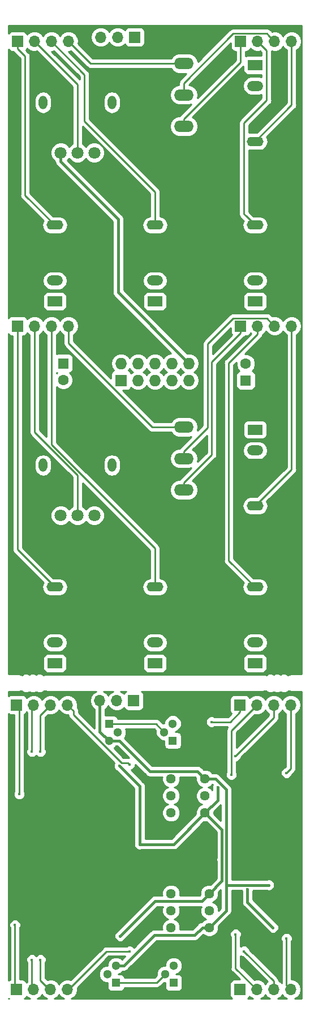
<source format=gbr>
G04 #@! TF.GenerationSoftware,KiCad,Pcbnew,(5.0.1)-4*
G04 #@! TF.CreationDate,2019-03-05T01:37:15-06:00*
G04 #@! TF.ProjectId,vca,7663612E6B696361645F706362000000,rev?*
G04 #@! TF.SameCoordinates,Original*
G04 #@! TF.FileFunction,Copper,L2,Bot,Signal*
G04 #@! TF.FilePolarity,Positive*
%FSLAX46Y46*%
G04 Gerber Fmt 4.6, Leading zero omitted, Abs format (unit mm)*
G04 Created by KiCad (PCBNEW (5.0.1)-4) date 3/5/2019 1:37:15*
%MOMM*%
%LPD*%
G01*
G04 APERTURE LIST*
G04 #@! TA.AperFunction,ComponentPad*
%ADD10O,1.300000X2.000000*%
G04 #@! TD*
G04 #@! TA.AperFunction,ComponentPad*
%ADD11C,1.800000*%
G04 #@! TD*
G04 #@! TA.AperFunction,ComponentPad*
%ADD12O,2.940000X1.700000*%
G04 #@! TD*
G04 #@! TA.AperFunction,ComponentPad*
%ADD13O,2.400000X1.500000*%
G04 #@! TD*
G04 #@! TA.AperFunction,ComponentPad*
%ADD14R,2.200000X1.500000*%
G04 #@! TD*
G04 #@! TA.AperFunction,ComponentPad*
%ADD15O,2.500000X1.400000*%
G04 #@! TD*
G04 #@! TA.AperFunction,ComponentPad*
%ADD16R,1.300000X1.300000*%
G04 #@! TD*
G04 #@! TA.AperFunction,ComponentPad*
%ADD17C,1.300000*%
G04 #@! TD*
G04 #@! TA.AperFunction,ComponentPad*
%ADD18C,1.600000*%
G04 #@! TD*
G04 #@! TA.AperFunction,ComponentPad*
%ADD19R,1.600000X1.600000*%
G04 #@! TD*
G04 #@! TA.AperFunction,ComponentPad*
%ADD20O,1.727200X1.727200*%
G04 #@! TD*
G04 #@! TA.AperFunction,ComponentPad*
%ADD21R,1.727200X1.727200*%
G04 #@! TD*
G04 #@! TA.AperFunction,ComponentPad*
%ADD22C,1.440000*%
G04 #@! TD*
G04 #@! TA.AperFunction,ComponentPad*
%ADD23O,1.700000X1.700000*%
G04 #@! TD*
G04 #@! TA.AperFunction,ComponentPad*
%ADD24R,1.700000X1.700000*%
G04 #@! TD*
G04 #@! TA.AperFunction,ViaPad*
%ADD25C,0.450000*%
G04 #@! TD*
G04 #@! TA.AperFunction,Conductor*
%ADD26C,0.400000*%
G04 #@! TD*
G04 #@! TA.AperFunction,Conductor*
%ADD27C,0.250000*%
G04 #@! TD*
G04 #@! TA.AperFunction,NonConductor*
%ADD28C,0.254000*%
G04 #@! TD*
G04 APERTURE END LIST*
D10*
G04 #@! TO.P,RV10,*
G04 #@! TO.N,*
X113279000Y-85168000D03*
D11*
G04 #@! TO.P,RV10,3*
G04 #@! TO.N,-12VP*
X120929000Y-92668000D03*
G04 #@! TO.P,RV10,2*
G04 #@! TO.N,ADJAP*
X118429000Y-92668000D03*
G04 #@! TO.P,RV10,1*
G04 #@! TO.N,+12VP*
X115929000Y-92668000D03*
D10*
G04 #@! TO.P,RV10,*
G04 #@! TO.N,*
X123579000Y-85168000D03*
G04 #@! TD*
G04 #@! TO.P,RV32,*
G04 #@! TO.N,*
X113279000Y-30939000D03*
D11*
G04 #@! TO.P,RV32,3*
G04 #@! TO.N,-12VP*
X120929000Y-38439000D03*
G04 #@! TO.P,RV32,2*
G04 #@! TO.N,ADJBP*
X118429000Y-38439000D03*
G04 #@! TO.P,RV32,1*
G04 #@! TO.N,+12VP*
X115929000Y-38439000D03*
D10*
G04 #@! TO.P,RV32,*
G04 #@! TO.N,*
X123579000Y-30939000D03*
G04 #@! TD*
D12*
G04 #@! TO.P,SW2,3*
G04 #@! TO.N,LINBP*
X134344000Y-25103000D03*
G04 #@! TO.P,SW2,2*
G04 #@! TO.N,CMNBP*
X134344000Y-29803000D03*
G04 #@! TO.P,SW2,1*
G04 #@! TO.N,LOGBP*
X134344000Y-34503000D03*
G04 #@! TD*
G04 #@! TO.P,SW1,3*
G04 #@! TO.N,LINAP*
X134344000Y-79459000D03*
G04 #@! TO.P,SW1,2*
G04 #@! TO.N,CMNAP*
X134344000Y-84159000D03*
G04 #@! TO.P,SW1,1*
G04 #@! TO.N,LOGAP*
X134344000Y-88859000D03*
G04 #@! TD*
D13*
G04 #@! TO.P,J3,TN*
G04 #@! TO.N,Net-(J3-PadTN)*
X145012000Y-111666000D03*
D14*
G04 #@! TO.P,J3,S*
G04 #@! TO.N,GNDP*
X145012000Y-114766000D03*
D15*
G04 #@! TO.P,J3,T*
G04 #@! TO.N,OUTAP*
X145012000Y-103366000D03*
G04 #@! TD*
D13*
G04 #@! TO.P,J2,TN*
G04 #@! TO.N,Net-(J2-PadTN)*
X130026000Y-111666000D03*
D14*
G04 #@! TO.P,J2,S*
G04 #@! TO.N,GNDP*
X130026000Y-114766000D03*
D15*
G04 #@! TO.P,J2,T*
G04 #@! TO.N,CV2AP*
X130026000Y-103366000D03*
G04 #@! TD*
D13*
G04 #@! TO.P,J1,TN*
G04 #@! TO.N,Net-(J1-PadTN)*
X115040000Y-111666000D03*
D14*
G04 #@! TO.P,J1,S*
G04 #@! TO.N,GNDP*
X115040000Y-114766000D03*
D15*
G04 #@! TO.P,J1,T*
G04 #@! TO.N,CV1AP*
X115040000Y-103366000D03*
G04 #@! TD*
D13*
G04 #@! TO.P,J4,TN*
G04 #@! TO.N,Net-(J4-PadTN)*
X145012000Y-82941000D03*
D14*
G04 #@! TO.P,J4,S*
G04 #@! TO.N,GNDP*
X145012000Y-79841000D03*
D15*
G04 #@! TO.P,J4,T*
G04 #@! TO.N,INAP*
X145012000Y-91241000D03*
G04 #@! TD*
D13*
G04 #@! TO.P,J8,TN*
G04 #@! TO.N,Net-(J8-PadTN)*
X145012000Y-28458000D03*
D14*
G04 #@! TO.P,J8,S*
G04 #@! TO.N,GNDP*
X145012000Y-25358000D03*
D15*
G04 #@! TO.P,J8,T*
G04 #@! TO.N,INBP*
X145012000Y-36758000D03*
G04 #@! TD*
D13*
G04 #@! TO.P,J7,TN*
G04 #@! TO.N,Net-(J7-PadTN)*
X145012000Y-57564000D03*
D14*
G04 #@! TO.P,J7,S*
G04 #@! TO.N,GNDP*
X145012000Y-60664000D03*
D15*
G04 #@! TO.P,J7,T*
G04 #@! TO.N,OUTBP*
X145012000Y-49264000D03*
G04 #@! TD*
D13*
G04 #@! TO.P,J6,TN*
G04 #@! TO.N,Net-(J6-PadTN)*
X130026000Y-57564000D03*
D14*
G04 #@! TO.P,J6,S*
G04 #@! TO.N,GNDP*
X130026000Y-60664000D03*
D15*
G04 #@! TO.P,J6,T*
G04 #@! TO.N,CV2BP*
X130026000Y-49264000D03*
G04 #@! TD*
D13*
G04 #@! TO.P,J5,TN*
G04 #@! TO.N,Net-(J5-PadTN)*
X115040000Y-57564000D03*
D14*
G04 #@! TO.P,J5,S*
G04 #@! TO.N,GNDP*
X115040000Y-60664000D03*
D15*
G04 #@! TO.P,J5,T*
G04 #@! TO.N,CV1BP*
X115040000Y-49264000D03*
G04 #@! TD*
D16*
G04 #@! TO.P,Q2,1*
G04 #@! TO.N,GND*
X132820000Y-162518000D03*
D17*
G04 #@! TO.P,Q2,3*
G04 #@! TO.N,Net-(Q2-Pad3)*
X132820000Y-159978000D03*
G04 #@! TO.P,Q2,2*
G04 #@! TO.N,Net-(Q1-Pad1)*
X131550000Y-161248000D03*
G04 #@! TD*
D16*
G04 #@! TO.P,Q1,1*
G04 #@! TO.N,Net-(Q1-Pad1)*
X124184000Y-162518000D03*
D17*
G04 #@! TO.P,Q1,3*
G04 #@! TO.N,+12V*
X124184000Y-159978000D03*
G04 #@! TO.P,Q1,2*
G04 #@! TO.N,Net-(Q1-Pad2)*
X122914000Y-161248000D03*
G04 #@! TD*
D16*
G04 #@! TO.P,Q4,1*
G04 #@! TO.N,GND*
X132693000Y-126323000D03*
D17*
G04 #@! TO.P,Q4,3*
G04 #@! TO.N,Net-(Q4-Pad3)*
X132693000Y-123783000D03*
G04 #@! TO.P,Q4,2*
G04 #@! TO.N,Net-(Q3-Pad1)*
X131423000Y-125053000D03*
G04 #@! TD*
D16*
G04 #@! TO.P,Q3,1*
G04 #@! TO.N,Net-(Q3-Pad1)*
X123168000Y-123846500D03*
D17*
G04 #@! TO.P,Q3,3*
G04 #@! TO.N,+12V*
X123168000Y-126386500D03*
G04 #@! TO.P,Q3,2*
G04 #@! TO.N,Net-(Q3-Pad2)*
X124438000Y-125116500D03*
G04 #@! TD*
D18*
G04 #@! TO.P,C1,2*
G04 #@! TO.N,GNDP*
X143615000Y-69975000D03*
D19*
G04 #@! TO.P,C1,1*
G04 #@! TO.N,+12VP*
X143615000Y-72475000D03*
G04 #@! TD*
D20*
G04 #@! TO.P,J9,10*
G04 #@! TO.N,+12VP*
X135106000Y-69935000D03*
G04 #@! TO.P,J9,9*
X135106000Y-72475000D03*
G04 #@! TO.P,J9,8*
G04 #@! TO.N,GNDP*
X132566000Y-69935000D03*
G04 #@! TO.P,J9,7*
X132566000Y-72475000D03*
G04 #@! TO.P,J9,6*
X130026000Y-69935000D03*
G04 #@! TO.P,J9,5*
X130026000Y-72475000D03*
G04 #@! TO.P,J9,4*
X127486000Y-69935000D03*
G04 #@! TO.P,J9,3*
X127486000Y-72475000D03*
G04 #@! TO.P,J9,2*
G04 #@! TO.N,-12VP*
X124946000Y-69935000D03*
D21*
G04 #@! TO.P,J9,1*
X124946000Y-72475000D03*
G04 #@! TD*
D22*
G04 #@! TO.P,RV18,3*
G04 #@! TO.N,Net-(R20-Pad2)*
X132439000Y-154263000D03*
G04 #@! TO.P,RV18,2*
G04 #@! TO.N,Net-(R19-Pad1)*
X132439000Y-151723000D03*
G04 #@! TO.P,RV18,1*
X132439000Y-149183000D03*
G04 #@! TD*
G04 #@! TO.P,RV41,3*
G04 #@! TO.N,Net-(R42-Pad2)*
X132439000Y-132038000D03*
G04 #@! TO.P,RV41,2*
G04 #@! TO.N,Net-(R40-Pad1)*
X132439000Y-134578000D03*
G04 #@! TO.P,RV41,1*
X132439000Y-137118000D03*
G04 #@! TD*
G04 #@! TO.P,RV45,3*
G04 #@! TO.N,-12V*
X138154000Y-149183000D03*
G04 #@! TO.P,RV45,2*
G04 #@! TO.N,Net-(R46-Pad2)*
X138154000Y-151723000D03*
G04 #@! TO.P,RV45,1*
G04 #@! TO.N,+12V*
X138154000Y-154263000D03*
G04 #@! TD*
G04 #@! TO.P,RV47,3*
G04 #@! TO.N,-12V*
X137519000Y-137118000D03*
G04 #@! TO.P,RV47,2*
G04 #@! TO.N,Net-(R48-Pad2)*
X137519000Y-134578000D03*
G04 #@! TO.P,RV47,1*
G04 #@! TO.N,+12V*
X137519000Y-132038000D03*
G04 #@! TD*
D18*
G04 #@! TO.P,C4,2*
G04 #@! TO.N,-12VP*
X116310000Y-72435000D03*
D19*
G04 #@! TO.P,C4,1*
G04 #@! TO.N,GNDP*
X116310000Y-69935000D03*
G04 #@! TD*
D23*
G04 #@! TO.P,JP1,3*
G04 #@! TO.N,+12V*
X121771000Y-120354000D03*
G04 #@! TO.P,JP1,2*
G04 #@! TO.N,GND*
X124311000Y-120354000D03*
D24*
G04 #@! TO.P,JP1,1*
G04 #@! TO.N,-12V*
X126851000Y-120354000D03*
G04 #@! TD*
D23*
G04 #@! TO.P,JP2,3*
G04 #@! TO.N,+12VP*
X121898000Y-21167000D03*
G04 #@! TO.P,JP2,2*
G04 #@! TO.N,GNDP*
X124438000Y-21167000D03*
D24*
G04 #@! TO.P,JP2,1*
G04 #@! TO.N,-12VP*
X126978000Y-21167000D03*
G04 #@! TD*
D23*
G04 #@! TO.P,JP3,4*
G04 #@! TO.N,LINA*
X116945000Y-163534000D03*
G04 #@! TO.P,JP3,3*
G04 #@! TO.N,CV2A*
X114405000Y-163534000D03*
G04 #@! TO.P,JP3,2*
G04 #@! TO.N,ADJA*
X111865000Y-163534000D03*
D24*
G04 #@! TO.P,JP3,1*
G04 #@! TO.N,CV1A*
X109325000Y-163534000D03*
G04 #@! TD*
D23*
G04 #@! TO.P,JP4,4*
G04 #@! TO.N,LINAP*
X117072000Y-64347000D03*
G04 #@! TO.P,JP4,3*
G04 #@! TO.N,CV2AP*
X114532000Y-64347000D03*
G04 #@! TO.P,JP4,2*
G04 #@! TO.N,ADJAP*
X111992000Y-64347000D03*
D24*
G04 #@! TO.P,JP4,1*
G04 #@! TO.N,CV1AP*
X109452000Y-64347000D03*
G04 #@! TD*
D23*
G04 #@! TO.P,JP5,4*
G04 #@! TO.N,INB*
X150346000Y-120989000D03*
G04 #@! TO.P,JP5,3*
G04 #@! TO.N,CMNB*
X147806000Y-120989000D03*
G04 #@! TO.P,JP5,2*
G04 #@! TO.N,OUTB*
X145266000Y-120989000D03*
D24*
G04 #@! TO.P,JP5,1*
G04 #@! TO.N,LOGB*
X142726000Y-120989000D03*
G04 #@! TD*
D23*
G04 #@! TO.P,JP6,4*
G04 #@! TO.N,INBP*
X150473000Y-21802000D03*
G04 #@! TO.P,JP6,3*
G04 #@! TO.N,CMNBP*
X147933000Y-21802000D03*
G04 #@! TO.P,JP6,2*
G04 #@! TO.N,OUTBP*
X145393000Y-21802000D03*
D24*
G04 #@! TO.P,JP6,1*
G04 #@! TO.N,LOGBP*
X142853000Y-21802000D03*
G04 #@! TD*
D23*
G04 #@! TO.P,JP7,4*
G04 #@! TO.N,INA*
X150346000Y-163534000D03*
G04 #@! TO.P,JP7,3*
G04 #@! TO.N,CMNA*
X147806000Y-163534000D03*
G04 #@! TO.P,JP7,2*
G04 #@! TO.N,OUTA*
X145266000Y-163534000D03*
D24*
G04 #@! TO.P,JP7,1*
G04 #@! TO.N,LOGA*
X142726000Y-163534000D03*
G04 #@! TD*
D23*
G04 #@! TO.P,JP8,4*
G04 #@! TO.N,INAP*
X150473000Y-64347000D03*
G04 #@! TO.P,JP8,3*
G04 #@! TO.N,CMNAP*
X147933000Y-64347000D03*
G04 #@! TO.P,JP8,2*
G04 #@! TO.N,OUTAP*
X145393000Y-64347000D03*
D24*
G04 #@! TO.P,JP8,1*
G04 #@! TO.N,LOGAP*
X142853000Y-64347000D03*
G04 #@! TD*
D23*
G04 #@! TO.P,JP9,4*
G04 #@! TO.N,LINB*
X116945000Y-120989000D03*
G04 #@! TO.P,JP9,3*
G04 #@! TO.N,CV2B*
X114405000Y-120989000D03*
G04 #@! TO.P,JP9,2*
G04 #@! TO.N,ADJB*
X111865000Y-120989000D03*
D24*
G04 #@! TO.P,JP9,1*
G04 #@! TO.N,CV1B*
X109325000Y-120989000D03*
G04 #@! TD*
D23*
G04 #@! TO.P,JP10,4*
G04 #@! TO.N,LINBP*
X117072000Y-21802000D03*
G04 #@! TO.P,JP10,3*
G04 #@! TO.N,CV2BP*
X114532000Y-21802000D03*
G04 #@! TO.P,JP10,2*
G04 #@! TO.N,ADJBP*
X111992000Y-21802000D03*
D24*
G04 #@! TO.P,JP10,1*
G04 #@! TO.N,CV1BP*
X109452000Y-21802000D03*
G04 #@! TD*
D25*
G04 #@! TO.N,+12V*
X140684010Y-140928000D03*
X147044000Y-147913000D03*
G04 #@! TO.N,-12V*
X140059000Y-144103000D03*
X127740000Y-141817000D03*
X147679000Y-154263000D03*
X143869000Y-148548000D03*
X124819000Y-155533000D03*
X139424000Y-133308000D03*
X124699752Y-130119630D03*
G04 #@! TO.N,CV1A*
X109071000Y-153918500D03*
G04 #@! TO.N,CV2A*
X112881000Y-159089000D03*
G04 #@! TO.N,OUTA*
X142091000Y-155279000D03*
G04 #@! TO.N,INA*
X149711000Y-155914000D03*
G04 #@! TO.N,CV1B*
X109706000Y-134324000D03*
G04 #@! TO.N,CV2B*
X112881000Y-127974000D03*
G04 #@! TO.N,OUTB*
X141456000Y-131403000D03*
G04 #@! TO.N,INB*
X149711000Y-131149000D03*
G04 #@! TO.N,LINA*
X126216000Y-157819000D03*
G04 #@! TO.N,ADJA*
X111611000Y-159089000D03*
G04 #@! TO.N,LINB*
X126216000Y-129879000D03*
G04 #@! TO.N,ADJB*
X111611000Y-127974000D03*
G04 #@! TO.N,LOGB*
X138471500Y-123529000D03*
G04 #@! TO.N,CMNA*
X143361000Y-157819000D03*
G04 #@! TO.N,CMNB*
X142091000Y-128609000D03*
G04 #@! TD*
D26*
G04 #@! TO.N,+12V*
X140684010Y-142709249D02*
X140684010Y-142391051D01*
X138154000Y-154263000D02*
X140684010Y-151732990D01*
X140684010Y-142072853D02*
X140684010Y-142391051D01*
X129293999Y-130917999D02*
X124699000Y-126323000D01*
X136398999Y-130917999D02*
X129293999Y-130917999D01*
X124699000Y-126323000D02*
X123549000Y-126323000D01*
X137519000Y-132038000D02*
X136398999Y-130917999D01*
X140684010Y-140928000D02*
X140684010Y-142072853D01*
X140684010Y-151732990D02*
X140684010Y-147913000D01*
X140684010Y-147913000D02*
X140684010Y-142709249D01*
X147044000Y-147913000D02*
X140694000Y-147913000D01*
X139079004Y-132038000D02*
X140684010Y-133643006D01*
X137519000Y-132038000D02*
X139079004Y-132038000D01*
X140684010Y-140609802D02*
X140684010Y-140928000D01*
X140684010Y-133643006D02*
X140684010Y-140609802D01*
X125334000Y-159978000D02*
X124184000Y-159978000D01*
X137101998Y-154263000D02*
X135981997Y-155383001D01*
X135981997Y-155383001D02*
X129928999Y-155383001D01*
X138154000Y-154263000D02*
X137101998Y-154263000D01*
X129928999Y-155383001D02*
X125334000Y-159978000D01*
X121771000Y-124989500D02*
X121771000Y-120354000D01*
X123168000Y-126386500D02*
X121771000Y-124989500D01*
G04 #@! TO.N,-12V*
X140059000Y-147278000D02*
X138154000Y-149183000D01*
X140059000Y-144103000D02*
X140059000Y-147278000D01*
X140059000Y-144103000D02*
X140059000Y-139658000D01*
X140059000Y-139658000D02*
X137519000Y-137118000D01*
X138154000Y-149183000D02*
X137033999Y-150303001D01*
X137033999Y-150303001D02*
X131318999Y-150303001D01*
X137519000Y-137118000D02*
X132820000Y-141817000D01*
X132820000Y-141817000D02*
X127740000Y-141817000D01*
X147679000Y-154263000D02*
X143869000Y-150453000D01*
X143869000Y-150453000D02*
X143869000Y-148548000D01*
X131318999Y-150303001D02*
X130048999Y-150303001D01*
X130048999Y-150303001D02*
X124819000Y-155533000D01*
X137519000Y-137118000D02*
X139424000Y-135213000D01*
X139424000Y-135213000D02*
X139424000Y-133308000D01*
X127740000Y-133159878D02*
X124924751Y-130344629D01*
X124924751Y-130344629D02*
X124699752Y-130119630D01*
X127740000Y-141817000D02*
X127740000Y-133159878D01*
D27*
G04 #@! TO.N,Net-(Q1-Pad1)*
X130280000Y-162518000D02*
X131550000Y-161248000D01*
X124184000Y-162518000D02*
X130280000Y-162518000D01*
G04 #@! TO.N,Net-(Q3-Pad1)*
X130216500Y-123846500D02*
X131423000Y-125053000D01*
X123168000Y-123846500D02*
X130216500Y-123846500D01*
G04 #@! TO.N,CV1A*
X109071000Y-163407000D02*
X109325000Y-163661000D01*
X109071000Y-153918500D02*
X109071000Y-163407000D01*
G04 #@! TO.N,CV2A*
X112881000Y-162137000D02*
X114405000Y-163661000D01*
X112881000Y-159089000D02*
X112881000Y-162137000D01*
G04 #@! TO.N,OUTA*
X142091000Y-160359000D02*
X145266000Y-163534000D01*
X142091000Y-155279000D02*
X142091000Y-160359000D01*
G04 #@! TO.N,INA*
X149711000Y-162899000D02*
X150346000Y-163534000D01*
X149711000Y-155914000D02*
X149711000Y-162899000D01*
G04 #@! TO.N,CV1B*
X109706000Y-121370000D02*
X109325000Y-120989000D01*
X109706000Y-134324000D02*
X109706000Y-121370000D01*
G04 #@! TO.N,CV2B*
X112881000Y-122513000D02*
X114405000Y-120989000D01*
X112881000Y-127974000D02*
X112881000Y-122513000D01*
G04 #@! TO.N,OUTB*
X141456000Y-124799000D02*
X145266000Y-120989000D01*
X141456000Y-131403000D02*
X141456000Y-124799000D01*
G04 #@! TO.N,INB*
X150346000Y-130514000D02*
X150346000Y-120989000D01*
X149711000Y-131149000D02*
X150346000Y-130514000D01*
G04 #@! TO.N,LINA*
X126216000Y-157819000D02*
X122787000Y-157819000D01*
X122787000Y-157819000D02*
X116945000Y-163661000D01*
G04 #@! TO.N,ADJA*
X111611000Y-163407000D02*
X111865000Y-163661000D01*
X111611000Y-159089000D02*
X111611000Y-163407000D01*
G04 #@! TO.N,LOGA*
X142091000Y-162899000D02*
X142726000Y-163534000D01*
G04 #@! TO.N,LINB*
X117794999Y-122456501D02*
X117794999Y-121838999D01*
X124992499Y-129654001D02*
X117794999Y-122456501D01*
X125991001Y-129654001D02*
X124992499Y-129654001D01*
X126216000Y-129879000D02*
X125991001Y-129654001D01*
X117794999Y-121838999D02*
X116945000Y-120989000D01*
G04 #@! TO.N,ADJB*
X111611000Y-121243000D02*
X111865000Y-120989000D01*
X111611000Y-127974000D02*
X111611000Y-121243000D01*
G04 #@! TO.N,LOGB*
X142726000Y-122089000D02*
X142726000Y-120989000D01*
X141286000Y-123529000D02*
X142726000Y-122089000D01*
X138471500Y-123529000D02*
X141286000Y-123529000D01*
G04 #@! TO.N,CMNA*
X147806000Y-162264000D02*
X147806000Y-163534000D01*
X143361000Y-157819000D02*
X147806000Y-162264000D01*
G04 #@! TO.N,CMNB*
X147806000Y-122894000D02*
X147806000Y-120989000D01*
X142091000Y-128609000D02*
X147806000Y-122894000D01*
G04 #@! TO.N,CV1AP*
X109452000Y-97778000D02*
X115040000Y-103366000D01*
X109452000Y-64347000D02*
X109452000Y-97778000D01*
G04 #@! TO.N,CV2AP*
X130026000Y-101456812D02*
X130026000Y-103366000D01*
X114532000Y-82093587D02*
X130026000Y-97587587D01*
X130026000Y-97587587D02*
X130026000Y-101456812D01*
X114532000Y-64347000D02*
X114532000Y-82093587D01*
G04 #@! TO.N,OUTAP*
X145393000Y-65549081D02*
X141075000Y-69867081D01*
X145393000Y-64347000D02*
X145393000Y-65549081D01*
X141075000Y-99429000D02*
X145012000Y-103366000D01*
X141075000Y-69867081D02*
X141075000Y-99429000D01*
G04 #@! TO.N,INAP*
X150473000Y-85780000D02*
X145012000Y-91241000D01*
X150473000Y-64347000D02*
X150473000Y-85780000D01*
G04 #@! TO.N,CV1BP*
X109452000Y-22902000D02*
X110595000Y-24045000D01*
X109452000Y-21802000D02*
X109452000Y-22902000D01*
X110595000Y-44819000D02*
X115040000Y-49264000D01*
X110595000Y-24045000D02*
X110595000Y-44819000D01*
G04 #@! TO.N,CV2BP*
X114532000Y-21802000D02*
X119485000Y-26755000D01*
X119485000Y-26755000D02*
X119485000Y-33740000D01*
X130026000Y-44281000D02*
X130026000Y-49264000D01*
X119485000Y-33740000D02*
X130026000Y-44281000D01*
G04 #@! TO.N,OUTBP*
X146737010Y-23146010D02*
X146737010Y-30617990D01*
X145393000Y-21802000D02*
X146737010Y-23146010D01*
X143662001Y-47914001D02*
X145012000Y-49264000D01*
X143336999Y-47588999D02*
X143662001Y-47914001D01*
X143336999Y-34018001D02*
X143336999Y-47588999D01*
X146737010Y-30617990D02*
X143336999Y-34018001D01*
G04 #@! TO.N,INBP*
X150473000Y-31297000D02*
X145012000Y-36758000D01*
X150473000Y-21802000D02*
X150473000Y-31297000D01*
D26*
G04 #@! TO.N,+12VP*
X115929000Y-38439000D02*
X115929000Y-39775000D01*
X115929000Y-39775000D02*
X124500000Y-48346000D01*
X124500000Y-59329000D02*
X135106000Y-69935000D01*
X124500000Y-48346000D02*
X124500000Y-59329000D01*
D27*
G04 #@! TO.N,LINAP*
X129617798Y-79459000D02*
X132624000Y-79459000D01*
X117072000Y-66913202D02*
X129617798Y-79459000D01*
X132624000Y-79459000D02*
X134344000Y-79459000D01*
X117072000Y-64347000D02*
X117072000Y-66913202D01*
G04 #@! TO.N,ADJAP*
X111992000Y-64347000D02*
X111992000Y-80189998D01*
X111992000Y-80189998D02*
X118429000Y-86626998D01*
X118429000Y-91395208D02*
X118429000Y-92668000D01*
X118429000Y-86626998D02*
X118429000Y-91395208D01*
G04 #@! TO.N,LOGBP*
X142853000Y-22902000D02*
X142853000Y-21802000D01*
X142853000Y-24894000D02*
X142853000Y-22902000D01*
X134344000Y-33403000D02*
X142853000Y-24894000D01*
X134344000Y-34503000D02*
X134344000Y-33403000D01*
G04 #@! TO.N,CMNBP*
X147083001Y-20952001D02*
X147933000Y-21802000D01*
X141742999Y-20626999D02*
X146757999Y-20626999D01*
X134344000Y-28025998D02*
X141742999Y-20626999D01*
X146757999Y-20626999D02*
X147083001Y-20952001D01*
X134344000Y-29803000D02*
X134344000Y-28025998D01*
G04 #@! TO.N,LOGAP*
X142853000Y-65447000D02*
X138535000Y-69765000D01*
X142853000Y-64347000D02*
X142853000Y-65447000D01*
X134344000Y-87759000D02*
X134344000Y-88859000D01*
X138535000Y-83568000D02*
X134344000Y-87759000D01*
X138535000Y-69765000D02*
X138535000Y-83568000D01*
G04 #@! TO.N,CMNAP*
X141742999Y-63171999D02*
X137900000Y-67014998D01*
X147933000Y-64347000D02*
X146757999Y-63171999D01*
X146757999Y-63171999D02*
X141742999Y-63171999D01*
X137900000Y-79503000D02*
X134344000Y-83059000D01*
X137900000Y-67014998D02*
X137900000Y-79503000D01*
X134344000Y-83059000D02*
X134344000Y-84159000D01*
G04 #@! TO.N,LINBP*
X120373000Y-25103000D02*
X134344000Y-25103000D01*
X117072000Y-21802000D02*
X120373000Y-25103000D01*
G04 #@! TO.N,ADJBP*
X118429000Y-28239000D02*
X118429000Y-38439000D01*
X111992000Y-21802000D02*
X118429000Y-28239000D01*
G04 #@! TD*
D28*
G36*
X110794375Y-164604625D02*
X111275347Y-164926000D01*
X110506809Y-164926000D01*
X110632809Y-164841809D01*
X110773157Y-164631765D01*
X110782184Y-164586381D01*
X110794375Y-164604625D01*
X110794375Y-164604625D01*
G37*
X110794375Y-164604625D02*
X111275347Y-164926000D01*
X110506809Y-164926000D01*
X110632809Y-164841809D01*
X110773157Y-164631765D01*
X110782184Y-164586381D01*
X110794375Y-164604625D01*
G36*
X108143191Y-164926000D02*
X108060000Y-164926000D01*
X108060000Y-164870413D01*
X108143191Y-164926000D01*
X108143191Y-164926000D01*
G37*
X108143191Y-164926000D02*
X108060000Y-164926000D01*
X108060000Y-164870413D01*
X108143191Y-164926000D01*
G36*
X146796688Y-119072267D02*
X146873421Y-119104051D01*
X146873860Y-119118442D01*
X147000125Y-119156533D01*
X147121963Y-119207000D01*
X147167413Y-119207000D01*
X147210930Y-119220128D01*
X147342164Y-119207000D01*
X147474037Y-119207000D01*
X147516026Y-119189608D01*
X147561257Y-119185083D01*
X147722140Y-119118442D01*
X147722579Y-119104051D01*
X147799312Y-119072267D01*
X147806000Y-119065579D01*
X147812688Y-119072267D01*
X147889421Y-119104051D01*
X147889860Y-119118442D01*
X148016125Y-119156533D01*
X148137963Y-119207000D01*
X148183413Y-119207000D01*
X148226930Y-119220128D01*
X148358164Y-119207000D01*
X148490037Y-119207000D01*
X148532026Y-119189608D01*
X148577257Y-119185083D01*
X148738140Y-119118442D01*
X148738579Y-119104051D01*
X148815312Y-119072267D01*
X148822000Y-119065579D01*
X148828688Y-119072267D01*
X148905421Y-119104051D01*
X148905860Y-119118442D01*
X149032125Y-119156533D01*
X149153963Y-119207000D01*
X149199413Y-119207000D01*
X149242930Y-119220128D01*
X149374164Y-119207000D01*
X149506037Y-119207000D01*
X149548026Y-119189608D01*
X149593257Y-119185083D01*
X149754140Y-119118442D01*
X149754579Y-119104051D01*
X149831312Y-119072267D01*
X149998218Y-118905361D01*
X150221144Y-118949703D01*
X150221145Y-118949703D01*
X150282967Y-118962000D01*
X151992000Y-118962000D01*
X151992001Y-164926000D01*
X150935653Y-164926000D01*
X151416625Y-164604625D01*
X151744839Y-164113418D01*
X151860092Y-163534000D01*
X151744839Y-162954582D01*
X151416625Y-162463375D01*
X150925418Y-162135161D01*
X150492256Y-162049000D01*
X150471000Y-162049000D01*
X150471000Y-156326485D01*
X150571000Y-156085065D01*
X150571000Y-155742935D01*
X150440072Y-155426849D01*
X150198151Y-155184928D01*
X149882065Y-155054000D01*
X149539935Y-155054000D01*
X149223849Y-155184928D01*
X148981928Y-155426849D01*
X148851000Y-155742935D01*
X148851000Y-156085065D01*
X148951000Y-156326485D01*
X148951001Y-162574686D01*
X148876625Y-162463375D01*
X148580577Y-162265562D01*
X148580888Y-162263999D01*
X148566000Y-162189152D01*
X148566000Y-162189148D01*
X148521904Y-161967463D01*
X148353929Y-161716071D01*
X148290473Y-161673671D01*
X144190074Y-157573272D01*
X144090072Y-157331849D01*
X143848151Y-157089928D01*
X143532065Y-156959000D01*
X143189935Y-156959000D01*
X142873849Y-157089928D01*
X142851000Y-157112777D01*
X142851000Y-155691485D01*
X142951000Y-155450065D01*
X142951000Y-155107935D01*
X142820072Y-154791849D01*
X142578151Y-154549928D01*
X142262065Y-154419000D01*
X141919935Y-154419000D01*
X141603849Y-154549928D01*
X141361928Y-154791849D01*
X141231000Y-155107935D01*
X141231000Y-155450065D01*
X141331000Y-155691485D01*
X141331001Y-160284148D01*
X141316112Y-160359000D01*
X141375097Y-160655537D01*
X141480311Y-160813000D01*
X141543072Y-160906929D01*
X141606528Y-160949329D01*
X142693759Y-162036560D01*
X141876000Y-162036560D01*
X141628235Y-162085843D01*
X141418191Y-162226191D01*
X141277843Y-162436235D01*
X141228560Y-162684000D01*
X141228560Y-164384000D01*
X141277843Y-164631765D01*
X141418191Y-164841809D01*
X141544191Y-164926000D01*
X117534653Y-164926000D01*
X118015625Y-164604625D01*
X118343839Y-164113418D01*
X118459092Y-163534000D01*
X118407280Y-163273521D01*
X123101802Y-158579000D01*
X125552133Y-158579000D01*
X125077199Y-159053934D01*
X124911894Y-158888629D01*
X124439602Y-158693000D01*
X123928398Y-158693000D01*
X123456106Y-158888629D01*
X123094629Y-159250106D01*
X122899000Y-159722398D01*
X122899000Y-159963000D01*
X122658398Y-159963000D01*
X122186106Y-160158629D01*
X121824629Y-160520106D01*
X121629000Y-160992398D01*
X121629000Y-161503602D01*
X121824629Y-161975894D01*
X122186106Y-162337371D01*
X122658398Y-162533000D01*
X122886560Y-162533000D01*
X122886560Y-163168000D01*
X122935843Y-163415765D01*
X123076191Y-163625809D01*
X123286235Y-163766157D01*
X123534000Y-163815440D01*
X124834000Y-163815440D01*
X125081765Y-163766157D01*
X125291809Y-163625809D01*
X125432157Y-163415765D01*
X125459560Y-163278000D01*
X130205153Y-163278000D01*
X130280000Y-163292888D01*
X130354847Y-163278000D01*
X130354852Y-163278000D01*
X130576537Y-163233904D01*
X130827929Y-163065929D01*
X130870331Y-163002470D01*
X131339801Y-162533000D01*
X131522560Y-162533000D01*
X131522560Y-163168000D01*
X131571843Y-163415765D01*
X131712191Y-163625809D01*
X131922235Y-163766157D01*
X132170000Y-163815440D01*
X133470000Y-163815440D01*
X133717765Y-163766157D01*
X133927809Y-163625809D01*
X134068157Y-163415765D01*
X134117440Y-163168000D01*
X134117440Y-161868000D01*
X134068157Y-161620235D01*
X133927809Y-161410191D01*
X133717765Y-161269843D01*
X133470000Y-161220560D01*
X133178062Y-161220560D01*
X133547894Y-161067371D01*
X133909371Y-160705894D01*
X134105000Y-160233602D01*
X134105000Y-159722398D01*
X133909371Y-159250106D01*
X133547894Y-158888629D01*
X133075602Y-158693000D01*
X132564398Y-158693000D01*
X132092106Y-158888629D01*
X131730629Y-159250106D01*
X131535000Y-159722398D01*
X131535000Y-159963000D01*
X131294398Y-159963000D01*
X130822106Y-160158629D01*
X130460629Y-160520106D01*
X130265000Y-160992398D01*
X130265000Y-161458199D01*
X129965199Y-161758000D01*
X125459560Y-161758000D01*
X125432157Y-161620235D01*
X125291809Y-161410191D01*
X125081765Y-161269843D01*
X124834000Y-161220560D01*
X124542062Y-161220560D01*
X124911894Y-161067371D01*
X125166265Y-160813000D01*
X125251767Y-160813000D01*
X125334000Y-160829357D01*
X125416233Y-160813000D01*
X125416237Y-160813000D01*
X125659801Y-160764552D01*
X125936001Y-160580001D01*
X125982587Y-160510280D01*
X130274867Y-156218001D01*
X135899764Y-156218001D01*
X135981997Y-156234358D01*
X136064230Y-156218001D01*
X136064234Y-156218001D01*
X136307798Y-156169553D01*
X136583998Y-155985002D01*
X136630584Y-155915281D01*
X137260303Y-155285563D01*
X137386454Y-155411714D01*
X137884474Y-155618000D01*
X138423526Y-155618000D01*
X138921546Y-155411714D01*
X139302714Y-155030546D01*
X139509000Y-154532526D01*
X139509000Y-154088868D01*
X141216296Y-152381573D01*
X141286011Y-152334991D01*
X141470562Y-152058791D01*
X141519010Y-151815227D01*
X141519010Y-151815224D01*
X141535367Y-151732991D01*
X141519010Y-151650758D01*
X141519010Y-148748000D01*
X143020985Y-148748000D01*
X143034001Y-148779422D01*
X143034000Y-150370767D01*
X143017643Y-150453000D01*
X143034000Y-150535233D01*
X143034000Y-150535236D01*
X143082448Y-150778800D01*
X143266999Y-151055001D01*
X143336720Y-151101587D01*
X146924928Y-154689796D01*
X146949928Y-154750151D01*
X147191849Y-154992072D01*
X147507935Y-155123000D01*
X147850065Y-155123000D01*
X148166151Y-154992072D01*
X148408072Y-154750151D01*
X148539000Y-154434065D01*
X148539000Y-154091935D01*
X148408072Y-153775849D01*
X148166151Y-153533928D01*
X148105796Y-153508928D01*
X144704000Y-150107133D01*
X144704000Y-148779420D01*
X144717015Y-148748000D01*
X146812580Y-148748000D01*
X146872935Y-148773000D01*
X147215065Y-148773000D01*
X147531151Y-148642072D01*
X147773072Y-148400151D01*
X147904000Y-148084065D01*
X147904000Y-147741935D01*
X147773072Y-147425849D01*
X147531151Y-147183928D01*
X147215065Y-147053000D01*
X146872935Y-147053000D01*
X146812580Y-147078000D01*
X141519010Y-147078000D01*
X141519010Y-141159420D01*
X141544010Y-141099065D01*
X141544010Y-140756935D01*
X141519010Y-140696580D01*
X141519010Y-133725238D01*
X141535367Y-133643005D01*
X141519010Y-133560770D01*
X141519010Y-133560769D01*
X141470562Y-133317205D01*
X141365439Y-133159877D01*
X141332594Y-133110721D01*
X141332593Y-133110720D01*
X141286011Y-133041005D01*
X141216296Y-132994423D01*
X139727591Y-131505720D01*
X139681005Y-131435999D01*
X139404805Y-131251448D01*
X139161241Y-131203000D01*
X139161237Y-131203000D01*
X139079004Y-131186643D01*
X138996771Y-131203000D01*
X138600260Y-131203000D01*
X138286546Y-130889286D01*
X137788526Y-130683000D01*
X137344867Y-130683000D01*
X137047586Y-130385719D01*
X137001000Y-130315998D01*
X136724800Y-130131447D01*
X136481236Y-130082999D01*
X136481232Y-130082999D01*
X136398999Y-130066642D01*
X136316766Y-130082999D01*
X129639867Y-130082999D01*
X125464316Y-125907449D01*
X125527371Y-125844394D01*
X125723000Y-125372102D01*
X125723000Y-124860898D01*
X125617625Y-124606500D01*
X129901699Y-124606500D01*
X130138000Y-124842801D01*
X130138000Y-125308602D01*
X130333629Y-125780894D01*
X130695106Y-126142371D01*
X131167398Y-126338000D01*
X131395560Y-126338000D01*
X131395560Y-126973000D01*
X131444843Y-127220765D01*
X131585191Y-127430809D01*
X131795235Y-127571157D01*
X132043000Y-127620440D01*
X133343000Y-127620440D01*
X133590765Y-127571157D01*
X133800809Y-127430809D01*
X133941157Y-127220765D01*
X133990440Y-126973000D01*
X133990440Y-125673000D01*
X133941157Y-125425235D01*
X133800809Y-125215191D01*
X133590765Y-125074843D01*
X133343000Y-125025560D01*
X133051062Y-125025560D01*
X133420894Y-124872371D01*
X133782371Y-124510894D01*
X133978000Y-124038602D01*
X133978000Y-123527398D01*
X133907807Y-123357935D01*
X137611500Y-123357935D01*
X137611500Y-123700065D01*
X137742428Y-124016151D01*
X137984349Y-124258072D01*
X138300435Y-124389000D01*
X138642565Y-124389000D01*
X138883985Y-124289000D01*
X140882729Y-124289000D01*
X140865672Y-124314527D01*
X140865671Y-124314528D01*
X140740097Y-124502463D01*
X140681112Y-124799000D01*
X140696001Y-124873852D01*
X140696000Y-130990515D01*
X140596000Y-131231935D01*
X140596000Y-131574065D01*
X140726928Y-131890151D01*
X140968849Y-132132072D01*
X141284935Y-132263000D01*
X141627065Y-132263000D01*
X141943151Y-132132072D01*
X142185072Y-131890151D01*
X142316000Y-131574065D01*
X142316000Y-131231935D01*
X142216000Y-130990515D01*
X142216000Y-129469000D01*
X142262065Y-129469000D01*
X142578151Y-129338072D01*
X142820072Y-129096151D01*
X142920074Y-128854727D01*
X148290473Y-123484329D01*
X148353929Y-123441929D01*
X148521904Y-123190537D01*
X148566000Y-122968852D01*
X148566000Y-122968848D01*
X148580888Y-122894000D01*
X148566000Y-122819152D01*
X148566000Y-122267178D01*
X148876625Y-122059625D01*
X149076000Y-121761239D01*
X149275375Y-122059625D01*
X149586001Y-122267179D01*
X149586000Y-130199198D01*
X149465272Y-130319927D01*
X149223849Y-130419928D01*
X148981928Y-130661849D01*
X148851000Y-130977935D01*
X148851000Y-131320065D01*
X148981928Y-131636151D01*
X149223849Y-131878072D01*
X149539935Y-132009000D01*
X149882065Y-132009000D01*
X150198151Y-131878072D01*
X150440072Y-131636151D01*
X150540073Y-131394728D01*
X150830473Y-131104329D01*
X150893929Y-131061929D01*
X151061904Y-130810537D01*
X151106000Y-130588852D01*
X151106000Y-130588848D01*
X151120888Y-130514000D01*
X151106000Y-130439152D01*
X151106000Y-122267178D01*
X151416625Y-122059625D01*
X151744839Y-121568418D01*
X151860092Y-120989000D01*
X151744839Y-120409582D01*
X151416625Y-119918375D01*
X150925418Y-119590161D01*
X150492256Y-119504000D01*
X150199744Y-119504000D01*
X149766582Y-119590161D01*
X149275375Y-119918375D01*
X149076000Y-120216761D01*
X148876625Y-119918375D01*
X148385418Y-119590161D01*
X147952256Y-119504000D01*
X147659744Y-119504000D01*
X147226582Y-119590161D01*
X146735375Y-119918375D01*
X146536000Y-120216761D01*
X146336625Y-119918375D01*
X145845418Y-119590161D01*
X145412256Y-119504000D01*
X145119744Y-119504000D01*
X144686582Y-119590161D01*
X144195375Y-119918375D01*
X144183184Y-119936619D01*
X144174157Y-119891235D01*
X144033809Y-119681191D01*
X143823765Y-119540843D01*
X143576000Y-119491560D01*
X141876000Y-119491560D01*
X141628235Y-119540843D01*
X141418191Y-119681191D01*
X141277843Y-119891235D01*
X141228560Y-120139000D01*
X141228560Y-121839000D01*
X141277843Y-122086765D01*
X141418191Y-122296809D01*
X141433296Y-122306902D01*
X140971199Y-122769000D01*
X138883985Y-122769000D01*
X138642565Y-122669000D01*
X138300435Y-122669000D01*
X137984349Y-122799928D01*
X137742428Y-123041849D01*
X137611500Y-123357935D01*
X133907807Y-123357935D01*
X133782371Y-123055106D01*
X133420894Y-122693629D01*
X132948602Y-122498000D01*
X132437398Y-122498000D01*
X131965106Y-122693629D01*
X131603629Y-123055106D01*
X131408000Y-123527398D01*
X131408000Y-123768000D01*
X131212801Y-123768000D01*
X130806831Y-123362030D01*
X130764429Y-123298571D01*
X130513037Y-123130596D01*
X130291352Y-123086500D01*
X130291347Y-123086500D01*
X130216500Y-123071612D01*
X130141653Y-123086500D01*
X124443560Y-123086500D01*
X124416157Y-122948735D01*
X124275809Y-122738691D01*
X124065765Y-122598343D01*
X123818000Y-122549060D01*
X122606000Y-122549060D01*
X122606000Y-121582065D01*
X122841625Y-121424625D01*
X123041000Y-121126239D01*
X123240375Y-121424625D01*
X123731582Y-121752839D01*
X124164744Y-121839000D01*
X124457256Y-121839000D01*
X124890418Y-121752839D01*
X125381625Y-121424625D01*
X125393816Y-121406381D01*
X125402843Y-121451765D01*
X125543191Y-121661809D01*
X125753235Y-121802157D01*
X126001000Y-121851440D01*
X127701000Y-121851440D01*
X127948765Y-121802157D01*
X128158809Y-121661809D01*
X128299157Y-121451765D01*
X128348440Y-121204000D01*
X128348440Y-119504000D01*
X128299157Y-119256235D01*
X128158809Y-119046191D01*
X128025326Y-118957000D01*
X146283000Y-118957000D01*
X146286601Y-118955902D01*
X146615000Y-118890579D01*
X146796688Y-119072267D01*
X146796688Y-119072267D01*
G37*
X146796688Y-119072267D02*
X146873421Y-119104051D01*
X146873860Y-119118442D01*
X147000125Y-119156533D01*
X147121963Y-119207000D01*
X147167413Y-119207000D01*
X147210930Y-119220128D01*
X147342164Y-119207000D01*
X147474037Y-119207000D01*
X147516026Y-119189608D01*
X147561257Y-119185083D01*
X147722140Y-119118442D01*
X147722579Y-119104051D01*
X147799312Y-119072267D01*
X147806000Y-119065579D01*
X147812688Y-119072267D01*
X147889421Y-119104051D01*
X147889860Y-119118442D01*
X148016125Y-119156533D01*
X148137963Y-119207000D01*
X148183413Y-119207000D01*
X148226930Y-119220128D01*
X148358164Y-119207000D01*
X148490037Y-119207000D01*
X148532026Y-119189608D01*
X148577257Y-119185083D01*
X148738140Y-119118442D01*
X148738579Y-119104051D01*
X148815312Y-119072267D01*
X148822000Y-119065579D01*
X148828688Y-119072267D01*
X148905421Y-119104051D01*
X148905860Y-119118442D01*
X149032125Y-119156533D01*
X149153963Y-119207000D01*
X149199413Y-119207000D01*
X149242930Y-119220128D01*
X149374164Y-119207000D01*
X149506037Y-119207000D01*
X149548026Y-119189608D01*
X149593257Y-119185083D01*
X149754140Y-119118442D01*
X149754579Y-119104051D01*
X149831312Y-119072267D01*
X149998218Y-118905361D01*
X150221144Y-118949703D01*
X150221145Y-118949703D01*
X150282967Y-118962000D01*
X151992000Y-118962000D01*
X151992001Y-164926000D01*
X150935653Y-164926000D01*
X151416625Y-164604625D01*
X151744839Y-164113418D01*
X151860092Y-163534000D01*
X151744839Y-162954582D01*
X151416625Y-162463375D01*
X150925418Y-162135161D01*
X150492256Y-162049000D01*
X150471000Y-162049000D01*
X150471000Y-156326485D01*
X150571000Y-156085065D01*
X150571000Y-155742935D01*
X150440072Y-155426849D01*
X150198151Y-155184928D01*
X149882065Y-155054000D01*
X149539935Y-155054000D01*
X149223849Y-155184928D01*
X148981928Y-155426849D01*
X148851000Y-155742935D01*
X148851000Y-156085065D01*
X148951000Y-156326485D01*
X148951001Y-162574686D01*
X148876625Y-162463375D01*
X148580577Y-162265562D01*
X148580888Y-162263999D01*
X148566000Y-162189152D01*
X148566000Y-162189148D01*
X148521904Y-161967463D01*
X148353929Y-161716071D01*
X148290473Y-161673671D01*
X144190074Y-157573272D01*
X144090072Y-157331849D01*
X143848151Y-157089928D01*
X143532065Y-156959000D01*
X143189935Y-156959000D01*
X142873849Y-157089928D01*
X142851000Y-157112777D01*
X142851000Y-155691485D01*
X142951000Y-155450065D01*
X142951000Y-155107935D01*
X142820072Y-154791849D01*
X142578151Y-154549928D01*
X142262065Y-154419000D01*
X141919935Y-154419000D01*
X141603849Y-154549928D01*
X141361928Y-154791849D01*
X141231000Y-155107935D01*
X141231000Y-155450065D01*
X141331000Y-155691485D01*
X141331001Y-160284148D01*
X141316112Y-160359000D01*
X141375097Y-160655537D01*
X141480311Y-160813000D01*
X141543072Y-160906929D01*
X141606528Y-160949329D01*
X142693759Y-162036560D01*
X141876000Y-162036560D01*
X141628235Y-162085843D01*
X141418191Y-162226191D01*
X141277843Y-162436235D01*
X141228560Y-162684000D01*
X141228560Y-164384000D01*
X141277843Y-164631765D01*
X141418191Y-164841809D01*
X141544191Y-164926000D01*
X117534653Y-164926000D01*
X118015625Y-164604625D01*
X118343839Y-164113418D01*
X118459092Y-163534000D01*
X118407280Y-163273521D01*
X123101802Y-158579000D01*
X125552133Y-158579000D01*
X125077199Y-159053934D01*
X124911894Y-158888629D01*
X124439602Y-158693000D01*
X123928398Y-158693000D01*
X123456106Y-158888629D01*
X123094629Y-159250106D01*
X122899000Y-159722398D01*
X122899000Y-159963000D01*
X122658398Y-159963000D01*
X122186106Y-160158629D01*
X121824629Y-160520106D01*
X121629000Y-160992398D01*
X121629000Y-161503602D01*
X121824629Y-161975894D01*
X122186106Y-162337371D01*
X122658398Y-162533000D01*
X122886560Y-162533000D01*
X122886560Y-163168000D01*
X122935843Y-163415765D01*
X123076191Y-163625809D01*
X123286235Y-163766157D01*
X123534000Y-163815440D01*
X124834000Y-163815440D01*
X125081765Y-163766157D01*
X125291809Y-163625809D01*
X125432157Y-163415765D01*
X125459560Y-163278000D01*
X130205153Y-163278000D01*
X130280000Y-163292888D01*
X130354847Y-163278000D01*
X130354852Y-163278000D01*
X130576537Y-163233904D01*
X130827929Y-163065929D01*
X130870331Y-163002470D01*
X131339801Y-162533000D01*
X131522560Y-162533000D01*
X131522560Y-163168000D01*
X131571843Y-163415765D01*
X131712191Y-163625809D01*
X131922235Y-163766157D01*
X132170000Y-163815440D01*
X133470000Y-163815440D01*
X133717765Y-163766157D01*
X133927809Y-163625809D01*
X134068157Y-163415765D01*
X134117440Y-163168000D01*
X134117440Y-161868000D01*
X134068157Y-161620235D01*
X133927809Y-161410191D01*
X133717765Y-161269843D01*
X133470000Y-161220560D01*
X133178062Y-161220560D01*
X133547894Y-161067371D01*
X133909371Y-160705894D01*
X134105000Y-160233602D01*
X134105000Y-159722398D01*
X133909371Y-159250106D01*
X133547894Y-158888629D01*
X133075602Y-158693000D01*
X132564398Y-158693000D01*
X132092106Y-158888629D01*
X131730629Y-159250106D01*
X131535000Y-159722398D01*
X131535000Y-159963000D01*
X131294398Y-159963000D01*
X130822106Y-160158629D01*
X130460629Y-160520106D01*
X130265000Y-160992398D01*
X130265000Y-161458199D01*
X129965199Y-161758000D01*
X125459560Y-161758000D01*
X125432157Y-161620235D01*
X125291809Y-161410191D01*
X125081765Y-161269843D01*
X124834000Y-161220560D01*
X124542062Y-161220560D01*
X124911894Y-161067371D01*
X125166265Y-160813000D01*
X125251767Y-160813000D01*
X125334000Y-160829357D01*
X125416233Y-160813000D01*
X125416237Y-160813000D01*
X125659801Y-160764552D01*
X125936001Y-160580001D01*
X125982587Y-160510280D01*
X130274867Y-156218001D01*
X135899764Y-156218001D01*
X135981997Y-156234358D01*
X136064230Y-156218001D01*
X136064234Y-156218001D01*
X136307798Y-156169553D01*
X136583998Y-155985002D01*
X136630584Y-155915281D01*
X137260303Y-155285563D01*
X137386454Y-155411714D01*
X137884474Y-155618000D01*
X138423526Y-155618000D01*
X138921546Y-155411714D01*
X139302714Y-155030546D01*
X139509000Y-154532526D01*
X139509000Y-154088868D01*
X141216296Y-152381573D01*
X141286011Y-152334991D01*
X141470562Y-152058791D01*
X141519010Y-151815227D01*
X141519010Y-151815224D01*
X141535367Y-151732991D01*
X141519010Y-151650758D01*
X141519010Y-148748000D01*
X143020985Y-148748000D01*
X143034001Y-148779422D01*
X143034000Y-150370767D01*
X143017643Y-150453000D01*
X143034000Y-150535233D01*
X143034000Y-150535236D01*
X143082448Y-150778800D01*
X143266999Y-151055001D01*
X143336720Y-151101587D01*
X146924928Y-154689796D01*
X146949928Y-154750151D01*
X147191849Y-154992072D01*
X147507935Y-155123000D01*
X147850065Y-155123000D01*
X148166151Y-154992072D01*
X148408072Y-154750151D01*
X148539000Y-154434065D01*
X148539000Y-154091935D01*
X148408072Y-153775849D01*
X148166151Y-153533928D01*
X148105796Y-153508928D01*
X144704000Y-150107133D01*
X144704000Y-148779420D01*
X144717015Y-148748000D01*
X146812580Y-148748000D01*
X146872935Y-148773000D01*
X147215065Y-148773000D01*
X147531151Y-148642072D01*
X147773072Y-148400151D01*
X147904000Y-148084065D01*
X147904000Y-147741935D01*
X147773072Y-147425849D01*
X147531151Y-147183928D01*
X147215065Y-147053000D01*
X146872935Y-147053000D01*
X146812580Y-147078000D01*
X141519010Y-147078000D01*
X141519010Y-141159420D01*
X141544010Y-141099065D01*
X141544010Y-140756935D01*
X141519010Y-140696580D01*
X141519010Y-133725238D01*
X141535367Y-133643005D01*
X141519010Y-133560770D01*
X141519010Y-133560769D01*
X141470562Y-133317205D01*
X141365439Y-133159877D01*
X141332594Y-133110721D01*
X141332593Y-133110720D01*
X141286011Y-133041005D01*
X141216296Y-132994423D01*
X139727591Y-131505720D01*
X139681005Y-131435999D01*
X139404805Y-131251448D01*
X139161241Y-131203000D01*
X139161237Y-131203000D01*
X139079004Y-131186643D01*
X138996771Y-131203000D01*
X138600260Y-131203000D01*
X138286546Y-130889286D01*
X137788526Y-130683000D01*
X137344867Y-130683000D01*
X137047586Y-130385719D01*
X137001000Y-130315998D01*
X136724800Y-130131447D01*
X136481236Y-130082999D01*
X136481232Y-130082999D01*
X136398999Y-130066642D01*
X136316766Y-130082999D01*
X129639867Y-130082999D01*
X125464316Y-125907449D01*
X125527371Y-125844394D01*
X125723000Y-125372102D01*
X125723000Y-124860898D01*
X125617625Y-124606500D01*
X129901699Y-124606500D01*
X130138000Y-124842801D01*
X130138000Y-125308602D01*
X130333629Y-125780894D01*
X130695106Y-126142371D01*
X131167398Y-126338000D01*
X131395560Y-126338000D01*
X131395560Y-126973000D01*
X131444843Y-127220765D01*
X131585191Y-127430809D01*
X131795235Y-127571157D01*
X132043000Y-127620440D01*
X133343000Y-127620440D01*
X133590765Y-127571157D01*
X133800809Y-127430809D01*
X133941157Y-127220765D01*
X133990440Y-126973000D01*
X133990440Y-125673000D01*
X133941157Y-125425235D01*
X133800809Y-125215191D01*
X133590765Y-125074843D01*
X133343000Y-125025560D01*
X133051062Y-125025560D01*
X133420894Y-124872371D01*
X133782371Y-124510894D01*
X133978000Y-124038602D01*
X133978000Y-123527398D01*
X133907807Y-123357935D01*
X137611500Y-123357935D01*
X137611500Y-123700065D01*
X137742428Y-124016151D01*
X137984349Y-124258072D01*
X138300435Y-124389000D01*
X138642565Y-124389000D01*
X138883985Y-124289000D01*
X140882729Y-124289000D01*
X140865672Y-124314527D01*
X140865671Y-124314528D01*
X140740097Y-124502463D01*
X140681112Y-124799000D01*
X140696001Y-124873852D01*
X140696000Y-130990515D01*
X140596000Y-131231935D01*
X140596000Y-131574065D01*
X140726928Y-131890151D01*
X140968849Y-132132072D01*
X141284935Y-132263000D01*
X141627065Y-132263000D01*
X141943151Y-132132072D01*
X142185072Y-131890151D01*
X142316000Y-131574065D01*
X142316000Y-131231935D01*
X142216000Y-130990515D01*
X142216000Y-129469000D01*
X142262065Y-129469000D01*
X142578151Y-129338072D01*
X142820072Y-129096151D01*
X142920074Y-128854727D01*
X148290473Y-123484329D01*
X148353929Y-123441929D01*
X148521904Y-123190537D01*
X148566000Y-122968852D01*
X148566000Y-122968848D01*
X148580888Y-122894000D01*
X148566000Y-122819152D01*
X148566000Y-122267178D01*
X148876625Y-122059625D01*
X149076000Y-121761239D01*
X149275375Y-122059625D01*
X149586001Y-122267179D01*
X149586000Y-130199198D01*
X149465272Y-130319927D01*
X149223849Y-130419928D01*
X148981928Y-130661849D01*
X148851000Y-130977935D01*
X148851000Y-131320065D01*
X148981928Y-131636151D01*
X149223849Y-131878072D01*
X149539935Y-132009000D01*
X149882065Y-132009000D01*
X150198151Y-131878072D01*
X150440072Y-131636151D01*
X150540073Y-131394728D01*
X150830473Y-131104329D01*
X150893929Y-131061929D01*
X151061904Y-130810537D01*
X151106000Y-130588852D01*
X151106000Y-130588848D01*
X151120888Y-130514000D01*
X151106000Y-130439152D01*
X151106000Y-122267178D01*
X151416625Y-122059625D01*
X151744839Y-121568418D01*
X151860092Y-120989000D01*
X151744839Y-120409582D01*
X151416625Y-119918375D01*
X150925418Y-119590161D01*
X150492256Y-119504000D01*
X150199744Y-119504000D01*
X149766582Y-119590161D01*
X149275375Y-119918375D01*
X149076000Y-120216761D01*
X148876625Y-119918375D01*
X148385418Y-119590161D01*
X147952256Y-119504000D01*
X147659744Y-119504000D01*
X147226582Y-119590161D01*
X146735375Y-119918375D01*
X146536000Y-120216761D01*
X146336625Y-119918375D01*
X145845418Y-119590161D01*
X145412256Y-119504000D01*
X145119744Y-119504000D01*
X144686582Y-119590161D01*
X144195375Y-119918375D01*
X144183184Y-119936619D01*
X144174157Y-119891235D01*
X144033809Y-119681191D01*
X143823765Y-119540843D01*
X143576000Y-119491560D01*
X141876000Y-119491560D01*
X141628235Y-119540843D01*
X141418191Y-119681191D01*
X141277843Y-119891235D01*
X141228560Y-120139000D01*
X141228560Y-121839000D01*
X141277843Y-122086765D01*
X141418191Y-122296809D01*
X141433296Y-122306902D01*
X140971199Y-122769000D01*
X138883985Y-122769000D01*
X138642565Y-122669000D01*
X138300435Y-122669000D01*
X137984349Y-122799928D01*
X137742428Y-123041849D01*
X137611500Y-123357935D01*
X133907807Y-123357935D01*
X133782371Y-123055106D01*
X133420894Y-122693629D01*
X132948602Y-122498000D01*
X132437398Y-122498000D01*
X131965106Y-122693629D01*
X131603629Y-123055106D01*
X131408000Y-123527398D01*
X131408000Y-123768000D01*
X131212801Y-123768000D01*
X130806831Y-123362030D01*
X130764429Y-123298571D01*
X130513037Y-123130596D01*
X130291352Y-123086500D01*
X130291347Y-123086500D01*
X130216500Y-123071612D01*
X130141653Y-123086500D01*
X124443560Y-123086500D01*
X124416157Y-122948735D01*
X124275809Y-122738691D01*
X124065765Y-122598343D01*
X123818000Y-122549060D01*
X122606000Y-122549060D01*
X122606000Y-121582065D01*
X122841625Y-121424625D01*
X123041000Y-121126239D01*
X123240375Y-121424625D01*
X123731582Y-121752839D01*
X124164744Y-121839000D01*
X124457256Y-121839000D01*
X124890418Y-121752839D01*
X125381625Y-121424625D01*
X125393816Y-121406381D01*
X125402843Y-121451765D01*
X125543191Y-121661809D01*
X125753235Y-121802157D01*
X126001000Y-121851440D01*
X127701000Y-121851440D01*
X127948765Y-121802157D01*
X128158809Y-121661809D01*
X128299157Y-121451765D01*
X128348440Y-121204000D01*
X128348440Y-119504000D01*
X128299157Y-119256235D01*
X128158809Y-119046191D01*
X128025326Y-118957000D01*
X146283000Y-118957000D01*
X146286601Y-118955902D01*
X146615000Y-118890579D01*
X146796688Y-119072267D01*
G36*
X146735375Y-122059625D02*
X147046000Y-122267178D01*
X147046000Y-122579198D01*
X142216000Y-127409199D01*
X142216000Y-125113801D01*
X144899592Y-122430209D01*
X145119744Y-122474000D01*
X145412256Y-122474000D01*
X145845418Y-122387839D01*
X146336625Y-122059625D01*
X146536000Y-121761239D01*
X146735375Y-122059625D01*
X146735375Y-122059625D01*
G37*
X146735375Y-122059625D02*
X147046000Y-122267178D01*
X147046000Y-122579198D01*
X142216000Y-127409199D01*
X142216000Y-125113801D01*
X144899592Y-122430209D01*
X145119744Y-122474000D01*
X145412256Y-122474000D01*
X145845418Y-122387839D01*
X146336625Y-122059625D01*
X146536000Y-121761239D01*
X146735375Y-122059625D01*
G36*
X144195375Y-164604625D02*
X144676347Y-164926000D01*
X143907809Y-164926000D01*
X144033809Y-164841809D01*
X144174157Y-164631765D01*
X144183184Y-164586381D01*
X144195375Y-164604625D01*
X144195375Y-164604625D01*
G37*
X144195375Y-164604625D02*
X144676347Y-164926000D01*
X143907809Y-164926000D01*
X144033809Y-164841809D01*
X144174157Y-164631765D01*
X144183184Y-164586381D01*
X144195375Y-164604625D01*
G36*
X149275375Y-164604625D02*
X149756347Y-164926000D01*
X148395653Y-164926000D01*
X148876625Y-164604625D01*
X149076000Y-164306239D01*
X149275375Y-164604625D01*
X149275375Y-164604625D01*
G37*
X149275375Y-164604625D02*
X149756347Y-164926000D01*
X148395653Y-164926000D01*
X148876625Y-164604625D01*
X149076000Y-164306239D01*
X149275375Y-164604625D01*
G36*
X146735375Y-164604625D02*
X147216347Y-164926000D01*
X145855653Y-164926000D01*
X146336625Y-164604625D01*
X146536000Y-164306239D01*
X146735375Y-164604625D01*
X146735375Y-164604625D01*
G37*
X146735375Y-164604625D02*
X147216347Y-164926000D01*
X145855653Y-164926000D01*
X146336625Y-164604625D01*
X146536000Y-164306239D01*
X146735375Y-164604625D01*
G36*
X113334375Y-164604625D02*
X113815347Y-164926000D01*
X112454653Y-164926000D01*
X112935625Y-164604625D01*
X113135000Y-164306239D01*
X113334375Y-164604625D01*
X113334375Y-164604625D01*
G37*
X113334375Y-164604625D02*
X113815347Y-164926000D01*
X112454653Y-164926000D01*
X112935625Y-164604625D01*
X113135000Y-164306239D01*
X113334375Y-164604625D01*
G36*
X115874375Y-164604625D02*
X116355347Y-164926000D01*
X114994653Y-164926000D01*
X115475625Y-164604625D01*
X115675000Y-164306239D01*
X115874375Y-164604625D01*
X115874375Y-164604625D01*
G37*
X115874375Y-164604625D02*
X116355347Y-164926000D01*
X114994653Y-164926000D01*
X115475625Y-164604625D01*
X115675000Y-164306239D01*
X115874375Y-164604625D01*
G36*
X142873849Y-158548072D02*
X143115272Y-158648074D01*
X146852388Y-162385190D01*
X146735375Y-162463375D01*
X146536000Y-162761761D01*
X146336625Y-162463375D01*
X145845418Y-162135161D01*
X145412256Y-162049000D01*
X145119744Y-162049000D01*
X144899592Y-162092791D01*
X142851000Y-160044199D01*
X142851000Y-158525223D01*
X142873849Y-158548072D01*
X142873849Y-158548072D01*
G37*
X142873849Y-158548072D02*
X143115272Y-158648074D01*
X146852388Y-162385190D01*
X146735375Y-162463375D01*
X146536000Y-162761761D01*
X146336625Y-162463375D01*
X145845418Y-162135161D01*
X145412256Y-162049000D01*
X145119744Y-162049000D01*
X144899592Y-162092791D01*
X142851000Y-160044199D01*
X142851000Y-158525223D01*
X142873849Y-158548072D01*
G36*
X115874375Y-122059625D02*
X116365582Y-122387839D01*
X116798744Y-122474000D01*
X117023592Y-122474000D01*
X117034999Y-122531348D01*
X117034999Y-122531352D01*
X117079095Y-122753037D01*
X117247070Y-123004430D01*
X117310529Y-123046832D01*
X123948858Y-129685162D01*
X123839752Y-129948565D01*
X123839752Y-130290695D01*
X123970680Y-130606781D01*
X124212601Y-130848702D01*
X124272958Y-130873703D01*
X124276167Y-130876912D01*
X126905001Y-133505748D01*
X126905000Y-141585580D01*
X126880000Y-141645935D01*
X126880000Y-141988065D01*
X127010928Y-142304151D01*
X127252849Y-142546072D01*
X127568935Y-142677000D01*
X127911065Y-142677000D01*
X127971420Y-142652000D01*
X132737767Y-142652000D01*
X132820000Y-142668357D01*
X132902233Y-142652000D01*
X132902237Y-142652000D01*
X133145801Y-142603552D01*
X133422001Y-142419001D01*
X133468587Y-142349280D01*
X137344868Y-138473000D01*
X137693132Y-138473000D01*
X139224001Y-140003870D01*
X139224000Y-143871580D01*
X139199000Y-143931935D01*
X139199000Y-144274065D01*
X139224000Y-144334420D01*
X139224001Y-146932131D01*
X138328133Y-147828000D01*
X137884474Y-147828000D01*
X137386454Y-148034286D01*
X137005286Y-148415454D01*
X136799000Y-148913474D01*
X136799000Y-149357133D01*
X136688132Y-149468001D01*
X133787590Y-149468001D01*
X133794000Y-149452526D01*
X133794000Y-148913474D01*
X133587714Y-148415454D01*
X133206546Y-148034286D01*
X132708526Y-147828000D01*
X132169474Y-147828000D01*
X131671454Y-148034286D01*
X131290286Y-148415454D01*
X131084000Y-148913474D01*
X131084000Y-149452526D01*
X131090410Y-149468001D01*
X130131236Y-149468001D01*
X130048999Y-149451643D01*
X129966762Y-149468001D01*
X129723198Y-149516449D01*
X129446998Y-149701000D01*
X129400414Y-149770718D01*
X124392206Y-154778927D01*
X124331849Y-154803928D01*
X124089928Y-155045849D01*
X123959000Y-155361935D01*
X123959000Y-155704065D01*
X124089928Y-156020151D01*
X124331849Y-156262072D01*
X124647935Y-156393000D01*
X124990065Y-156393000D01*
X125306151Y-156262072D01*
X125548072Y-156020151D01*
X125573073Y-155959794D01*
X130394867Y-151138001D01*
X131214673Y-151138001D01*
X131084000Y-151453474D01*
X131084000Y-151992526D01*
X131290286Y-152490546D01*
X131671454Y-152871714D01*
X131964265Y-152993000D01*
X131671454Y-153114286D01*
X131290286Y-153495454D01*
X131084000Y-153993474D01*
X131084000Y-154532526D01*
X131090410Y-154548001D01*
X130011236Y-154548001D01*
X129928999Y-154531643D01*
X129846762Y-154548001D01*
X129603198Y-154596449D01*
X129326998Y-154781000D01*
X129280414Y-154850718D01*
X126872178Y-157258955D01*
X126703151Y-157089928D01*
X126387065Y-156959000D01*
X126044935Y-156959000D01*
X125803515Y-157059000D01*
X122861848Y-157059000D01*
X122787000Y-157044112D01*
X122712152Y-157059000D01*
X122712148Y-157059000D01*
X122490463Y-157103096D01*
X122239071Y-157271071D01*
X122196671Y-157334527D01*
X117417337Y-162113861D01*
X117091256Y-162049000D01*
X116798744Y-162049000D01*
X116365582Y-162135161D01*
X115874375Y-162463375D01*
X115675000Y-162761761D01*
X115475625Y-162463375D01*
X114984418Y-162135161D01*
X114551256Y-162049000D01*
X114258744Y-162049000D01*
X113932663Y-162113861D01*
X113641000Y-161822199D01*
X113641000Y-159501485D01*
X113741000Y-159260065D01*
X113741000Y-158917935D01*
X113610072Y-158601849D01*
X113368151Y-158359928D01*
X113052065Y-158229000D01*
X112709935Y-158229000D01*
X112393849Y-158359928D01*
X112246000Y-158507777D01*
X112098151Y-158359928D01*
X111782065Y-158229000D01*
X111439935Y-158229000D01*
X111123849Y-158359928D01*
X110881928Y-158601849D01*
X110751000Y-158917935D01*
X110751000Y-159260065D01*
X110851000Y-159501485D01*
X110851001Y-162425539D01*
X110794375Y-162463375D01*
X110782184Y-162481619D01*
X110773157Y-162436235D01*
X110632809Y-162226191D01*
X110422765Y-162085843D01*
X110175000Y-162036560D01*
X109831000Y-162036560D01*
X109831000Y-154330985D01*
X109931000Y-154089565D01*
X109931000Y-153747435D01*
X109800072Y-153431349D01*
X109558151Y-153189428D01*
X109242065Y-153058500D01*
X108899935Y-153058500D01*
X108583849Y-153189428D01*
X108341928Y-153431349D01*
X108211000Y-153747435D01*
X108211000Y-154089565D01*
X108311000Y-154330985D01*
X108311001Y-162069181D01*
X108227235Y-162085843D01*
X108060000Y-162197587D01*
X108060000Y-122325413D01*
X108227235Y-122437157D01*
X108475000Y-122486440D01*
X108946001Y-122486440D01*
X108946000Y-133911515D01*
X108846000Y-134152935D01*
X108846000Y-134495065D01*
X108976928Y-134811151D01*
X109218849Y-135053072D01*
X109534935Y-135184000D01*
X109877065Y-135184000D01*
X110193151Y-135053072D01*
X110435072Y-134811151D01*
X110566000Y-134495065D01*
X110566000Y-134152935D01*
X110466000Y-133911515D01*
X110466000Y-122408268D01*
X110632809Y-122296809D01*
X110773157Y-122086765D01*
X110782184Y-122041381D01*
X110794375Y-122059625D01*
X110851001Y-122097461D01*
X110851000Y-127561515D01*
X110751000Y-127802935D01*
X110751000Y-128145065D01*
X110881928Y-128461151D01*
X111123849Y-128703072D01*
X111439935Y-128834000D01*
X111782065Y-128834000D01*
X112098151Y-128703072D01*
X112246000Y-128555223D01*
X112393849Y-128703072D01*
X112709935Y-128834000D01*
X113052065Y-128834000D01*
X113368151Y-128703072D01*
X113610072Y-128461151D01*
X113741000Y-128145065D01*
X113741000Y-127802935D01*
X113641000Y-127561515D01*
X113641000Y-122827801D01*
X114038593Y-122430209D01*
X114258744Y-122474000D01*
X114551256Y-122474000D01*
X114984418Y-122387839D01*
X115475625Y-122059625D01*
X115675000Y-121761239D01*
X115874375Y-122059625D01*
X115874375Y-122059625D01*
G37*
X115874375Y-122059625D02*
X116365582Y-122387839D01*
X116798744Y-122474000D01*
X117023592Y-122474000D01*
X117034999Y-122531348D01*
X117034999Y-122531352D01*
X117079095Y-122753037D01*
X117247070Y-123004430D01*
X117310529Y-123046832D01*
X123948858Y-129685162D01*
X123839752Y-129948565D01*
X123839752Y-130290695D01*
X123970680Y-130606781D01*
X124212601Y-130848702D01*
X124272958Y-130873703D01*
X124276167Y-130876912D01*
X126905001Y-133505748D01*
X126905000Y-141585580D01*
X126880000Y-141645935D01*
X126880000Y-141988065D01*
X127010928Y-142304151D01*
X127252849Y-142546072D01*
X127568935Y-142677000D01*
X127911065Y-142677000D01*
X127971420Y-142652000D01*
X132737767Y-142652000D01*
X132820000Y-142668357D01*
X132902233Y-142652000D01*
X132902237Y-142652000D01*
X133145801Y-142603552D01*
X133422001Y-142419001D01*
X133468587Y-142349280D01*
X137344868Y-138473000D01*
X137693132Y-138473000D01*
X139224001Y-140003870D01*
X139224000Y-143871580D01*
X139199000Y-143931935D01*
X139199000Y-144274065D01*
X139224000Y-144334420D01*
X139224001Y-146932131D01*
X138328133Y-147828000D01*
X137884474Y-147828000D01*
X137386454Y-148034286D01*
X137005286Y-148415454D01*
X136799000Y-148913474D01*
X136799000Y-149357133D01*
X136688132Y-149468001D01*
X133787590Y-149468001D01*
X133794000Y-149452526D01*
X133794000Y-148913474D01*
X133587714Y-148415454D01*
X133206546Y-148034286D01*
X132708526Y-147828000D01*
X132169474Y-147828000D01*
X131671454Y-148034286D01*
X131290286Y-148415454D01*
X131084000Y-148913474D01*
X131084000Y-149452526D01*
X131090410Y-149468001D01*
X130131236Y-149468001D01*
X130048999Y-149451643D01*
X129966762Y-149468001D01*
X129723198Y-149516449D01*
X129446998Y-149701000D01*
X129400414Y-149770718D01*
X124392206Y-154778927D01*
X124331849Y-154803928D01*
X124089928Y-155045849D01*
X123959000Y-155361935D01*
X123959000Y-155704065D01*
X124089928Y-156020151D01*
X124331849Y-156262072D01*
X124647935Y-156393000D01*
X124990065Y-156393000D01*
X125306151Y-156262072D01*
X125548072Y-156020151D01*
X125573073Y-155959794D01*
X130394867Y-151138001D01*
X131214673Y-151138001D01*
X131084000Y-151453474D01*
X131084000Y-151992526D01*
X131290286Y-152490546D01*
X131671454Y-152871714D01*
X131964265Y-152993000D01*
X131671454Y-153114286D01*
X131290286Y-153495454D01*
X131084000Y-153993474D01*
X131084000Y-154532526D01*
X131090410Y-154548001D01*
X130011236Y-154548001D01*
X129928999Y-154531643D01*
X129846762Y-154548001D01*
X129603198Y-154596449D01*
X129326998Y-154781000D01*
X129280414Y-154850718D01*
X126872178Y-157258955D01*
X126703151Y-157089928D01*
X126387065Y-156959000D01*
X126044935Y-156959000D01*
X125803515Y-157059000D01*
X122861848Y-157059000D01*
X122787000Y-157044112D01*
X122712152Y-157059000D01*
X122712148Y-157059000D01*
X122490463Y-157103096D01*
X122239071Y-157271071D01*
X122196671Y-157334527D01*
X117417337Y-162113861D01*
X117091256Y-162049000D01*
X116798744Y-162049000D01*
X116365582Y-162135161D01*
X115874375Y-162463375D01*
X115675000Y-162761761D01*
X115475625Y-162463375D01*
X114984418Y-162135161D01*
X114551256Y-162049000D01*
X114258744Y-162049000D01*
X113932663Y-162113861D01*
X113641000Y-161822199D01*
X113641000Y-159501485D01*
X113741000Y-159260065D01*
X113741000Y-158917935D01*
X113610072Y-158601849D01*
X113368151Y-158359928D01*
X113052065Y-158229000D01*
X112709935Y-158229000D01*
X112393849Y-158359928D01*
X112246000Y-158507777D01*
X112098151Y-158359928D01*
X111782065Y-158229000D01*
X111439935Y-158229000D01*
X111123849Y-158359928D01*
X110881928Y-158601849D01*
X110751000Y-158917935D01*
X110751000Y-159260065D01*
X110851000Y-159501485D01*
X110851001Y-162425539D01*
X110794375Y-162463375D01*
X110782184Y-162481619D01*
X110773157Y-162436235D01*
X110632809Y-162226191D01*
X110422765Y-162085843D01*
X110175000Y-162036560D01*
X109831000Y-162036560D01*
X109831000Y-154330985D01*
X109931000Y-154089565D01*
X109931000Y-153747435D01*
X109800072Y-153431349D01*
X109558151Y-153189428D01*
X109242065Y-153058500D01*
X108899935Y-153058500D01*
X108583849Y-153189428D01*
X108341928Y-153431349D01*
X108211000Y-153747435D01*
X108211000Y-154089565D01*
X108311000Y-154330985D01*
X108311001Y-162069181D01*
X108227235Y-162085843D01*
X108060000Y-162197587D01*
X108060000Y-122325413D01*
X108227235Y-122437157D01*
X108475000Y-122486440D01*
X108946001Y-122486440D01*
X108946000Y-133911515D01*
X108846000Y-134152935D01*
X108846000Y-134495065D01*
X108976928Y-134811151D01*
X109218849Y-135053072D01*
X109534935Y-135184000D01*
X109877065Y-135184000D01*
X110193151Y-135053072D01*
X110435072Y-134811151D01*
X110566000Y-134495065D01*
X110566000Y-134152935D01*
X110466000Y-133911515D01*
X110466000Y-122408268D01*
X110632809Y-122296809D01*
X110773157Y-122086765D01*
X110782184Y-122041381D01*
X110794375Y-122059625D01*
X110851001Y-122097461D01*
X110851000Y-127561515D01*
X110751000Y-127802935D01*
X110751000Y-128145065D01*
X110881928Y-128461151D01*
X111123849Y-128703072D01*
X111439935Y-128834000D01*
X111782065Y-128834000D01*
X112098151Y-128703072D01*
X112246000Y-128555223D01*
X112393849Y-128703072D01*
X112709935Y-128834000D01*
X113052065Y-128834000D01*
X113368151Y-128703072D01*
X113610072Y-128461151D01*
X113741000Y-128145065D01*
X113741000Y-127802935D01*
X113641000Y-127561515D01*
X113641000Y-122827801D01*
X114038593Y-122430209D01*
X114258744Y-122474000D01*
X114551256Y-122474000D01*
X114984418Y-122387839D01*
X115475625Y-122059625D01*
X115675000Y-121761239D01*
X115874375Y-122059625D01*
G36*
X136799000Y-151453474D02*
X136799000Y-151992526D01*
X137005286Y-152490546D01*
X137386454Y-152871714D01*
X137679265Y-152993000D01*
X137386454Y-153114286D01*
X137085895Y-153414845D01*
X137019761Y-153428000D01*
X136776197Y-153476448D01*
X136499997Y-153660999D01*
X136453414Y-153730716D01*
X135636130Y-154548001D01*
X133787590Y-154548001D01*
X133794000Y-154532526D01*
X133794000Y-153993474D01*
X133587714Y-153495454D01*
X133206546Y-153114286D01*
X132913735Y-152993000D01*
X133206546Y-152871714D01*
X133587714Y-152490546D01*
X133794000Y-151992526D01*
X133794000Y-151453474D01*
X133663327Y-151138001D01*
X136929673Y-151138001D01*
X136799000Y-151453474D01*
X136799000Y-151453474D01*
G37*
X136799000Y-151453474D02*
X136799000Y-151992526D01*
X137005286Y-152490546D01*
X137386454Y-152871714D01*
X137679265Y-152993000D01*
X137386454Y-153114286D01*
X137085895Y-153414845D01*
X137019761Y-153428000D01*
X136776197Y-153476448D01*
X136499997Y-153660999D01*
X136453414Y-153730716D01*
X135636130Y-154548001D01*
X133787590Y-154548001D01*
X133794000Y-154532526D01*
X133794000Y-153993474D01*
X133587714Y-153495454D01*
X133206546Y-153114286D01*
X132913735Y-152993000D01*
X133206546Y-152871714D01*
X133587714Y-152490546D01*
X133794000Y-151992526D01*
X133794000Y-151453474D01*
X133663327Y-151138001D01*
X136929673Y-151138001D01*
X136799000Y-151453474D01*
G36*
X139849010Y-151387121D02*
X139509000Y-151727131D01*
X139509000Y-151453474D01*
X139302714Y-150955454D01*
X138921546Y-150574286D01*
X138628735Y-150453000D01*
X138921546Y-150331714D01*
X139302714Y-149950546D01*
X139509000Y-149452526D01*
X139509000Y-149008867D01*
X139849011Y-148668857D01*
X139849010Y-151387121D01*
X139849010Y-151387121D01*
G37*
X139849010Y-151387121D02*
X139509000Y-151727131D01*
X139509000Y-151453474D01*
X139302714Y-150955454D01*
X138921546Y-150574286D01*
X138628735Y-150453000D01*
X138921546Y-150331714D01*
X139302714Y-149950546D01*
X139509000Y-149452526D01*
X139509000Y-149008867D01*
X139849011Y-148668857D01*
X139849010Y-151387121D01*
G36*
X128645414Y-131450282D02*
X128691998Y-131520000D01*
X128956791Y-131696929D01*
X128968198Y-131704551D01*
X129293999Y-131769357D01*
X129376236Y-131752999D01*
X131090410Y-131752999D01*
X131084000Y-131768474D01*
X131084000Y-132307526D01*
X131290286Y-132805546D01*
X131671454Y-133186714D01*
X131964265Y-133308000D01*
X131671454Y-133429286D01*
X131290286Y-133810454D01*
X131084000Y-134308474D01*
X131084000Y-134847526D01*
X131290286Y-135345546D01*
X131671454Y-135726714D01*
X131964265Y-135848000D01*
X131671454Y-135969286D01*
X131290286Y-136350454D01*
X131084000Y-136848474D01*
X131084000Y-137387526D01*
X131290286Y-137885546D01*
X131671454Y-138266714D01*
X132169474Y-138473000D01*
X132708526Y-138473000D01*
X133206546Y-138266714D01*
X133587714Y-137885546D01*
X133794000Y-137387526D01*
X133794000Y-136848474D01*
X133587714Y-136350454D01*
X133206546Y-135969286D01*
X132913735Y-135848000D01*
X133206546Y-135726714D01*
X133587714Y-135345546D01*
X133794000Y-134847526D01*
X133794000Y-134308474D01*
X133587714Y-133810454D01*
X133206546Y-133429286D01*
X132913735Y-133308000D01*
X133206546Y-133186714D01*
X133587714Y-132805546D01*
X133794000Y-132307526D01*
X133794000Y-131768474D01*
X133787590Y-131752999D01*
X136053132Y-131752999D01*
X136164000Y-131863867D01*
X136164000Y-132307526D01*
X136370286Y-132805546D01*
X136751454Y-133186714D01*
X137044265Y-133308000D01*
X136751454Y-133429286D01*
X136370286Y-133810454D01*
X136164000Y-134308474D01*
X136164000Y-134847526D01*
X136370286Y-135345546D01*
X136751454Y-135726714D01*
X137044265Y-135848000D01*
X136751454Y-135969286D01*
X136370286Y-136350454D01*
X136164000Y-136848474D01*
X136164000Y-137292132D01*
X132474133Y-140982000D01*
X128575000Y-140982000D01*
X128575000Y-133242110D01*
X128591357Y-133159877D01*
X128575000Y-133077644D01*
X128575000Y-133077641D01*
X128526552Y-132834077D01*
X128342001Y-132557877D01*
X128272285Y-132511295D01*
X126466915Y-130705925D01*
X126703151Y-130608072D01*
X126945072Y-130366151D01*
X127076000Y-130050065D01*
X127076000Y-129880868D01*
X128645414Y-131450282D01*
X128645414Y-131450282D01*
G37*
X128645414Y-131450282D02*
X128691998Y-131520000D01*
X128956791Y-131696929D01*
X128968198Y-131704551D01*
X129293999Y-131769357D01*
X129376236Y-131752999D01*
X131090410Y-131752999D01*
X131084000Y-131768474D01*
X131084000Y-132307526D01*
X131290286Y-132805546D01*
X131671454Y-133186714D01*
X131964265Y-133308000D01*
X131671454Y-133429286D01*
X131290286Y-133810454D01*
X131084000Y-134308474D01*
X131084000Y-134847526D01*
X131290286Y-135345546D01*
X131671454Y-135726714D01*
X131964265Y-135848000D01*
X131671454Y-135969286D01*
X131290286Y-136350454D01*
X131084000Y-136848474D01*
X131084000Y-137387526D01*
X131290286Y-137885546D01*
X131671454Y-138266714D01*
X132169474Y-138473000D01*
X132708526Y-138473000D01*
X133206546Y-138266714D01*
X133587714Y-137885546D01*
X133794000Y-137387526D01*
X133794000Y-136848474D01*
X133587714Y-136350454D01*
X133206546Y-135969286D01*
X132913735Y-135848000D01*
X133206546Y-135726714D01*
X133587714Y-135345546D01*
X133794000Y-134847526D01*
X133794000Y-134308474D01*
X133587714Y-133810454D01*
X133206546Y-133429286D01*
X132913735Y-133308000D01*
X133206546Y-133186714D01*
X133587714Y-132805546D01*
X133794000Y-132307526D01*
X133794000Y-131768474D01*
X133787590Y-131752999D01*
X136053132Y-131752999D01*
X136164000Y-131863867D01*
X136164000Y-132307526D01*
X136370286Y-132805546D01*
X136751454Y-133186714D01*
X137044265Y-133308000D01*
X136751454Y-133429286D01*
X136370286Y-133810454D01*
X136164000Y-134308474D01*
X136164000Y-134847526D01*
X136370286Y-135345546D01*
X136751454Y-135726714D01*
X137044265Y-135848000D01*
X136751454Y-135969286D01*
X136370286Y-136350454D01*
X136164000Y-136848474D01*
X136164000Y-137292132D01*
X132474133Y-140982000D01*
X128575000Y-140982000D01*
X128575000Y-133242110D01*
X128591357Y-133159877D01*
X128575000Y-133077644D01*
X128575000Y-133077641D01*
X128526552Y-132834077D01*
X128342001Y-132557877D01*
X128272285Y-132511295D01*
X126466915Y-130705925D01*
X126703151Y-130608072D01*
X126945072Y-130366151D01*
X127076000Y-130050065D01*
X127076000Y-129880868D01*
X128645414Y-131450282D01*
G36*
X139849011Y-138267142D02*
X138874000Y-137292132D01*
X138874000Y-136943867D01*
X139849010Y-135968858D01*
X139849011Y-138267142D01*
X139849011Y-138267142D01*
G37*
X139849011Y-138267142D02*
X138874000Y-137292132D01*
X138874000Y-136943867D01*
X139849010Y-135968858D01*
X139849011Y-138267142D01*
G36*
X138564000Y-133136935D02*
X138564000Y-133479065D01*
X138589001Y-133539422D01*
X138589001Y-133731741D01*
X138286546Y-133429286D01*
X137993735Y-133308000D01*
X138286546Y-133186714D01*
X138600260Y-132873000D01*
X138673326Y-132873000D01*
X138564000Y-133136935D01*
X138564000Y-133136935D01*
G37*
X138564000Y-133136935D02*
X138564000Y-133479065D01*
X138589001Y-133539422D01*
X138589001Y-133731741D01*
X138286546Y-133429286D01*
X137993735Y-133308000D01*
X138286546Y-133186714D01*
X138600260Y-132873000D01*
X138673326Y-132873000D01*
X138564000Y-133136935D01*
G36*
X126094914Y-128899782D02*
X126065853Y-128894001D01*
X126065848Y-128894001D01*
X125991001Y-128879113D01*
X125916154Y-128894001D01*
X125307301Y-128894001D01*
X123891140Y-127477840D01*
X123895894Y-127475871D01*
X124213765Y-127158000D01*
X124353133Y-127158000D01*
X126094914Y-128899782D01*
X126094914Y-128899782D01*
G37*
X126094914Y-128899782D02*
X126065853Y-128894001D01*
X126065848Y-128894001D01*
X125991001Y-128879113D01*
X125916154Y-128894001D01*
X125307301Y-128894001D01*
X123891140Y-127477840D01*
X123895894Y-127475871D01*
X124213765Y-127158000D01*
X124353133Y-127158000D01*
X126094914Y-128899782D01*
G36*
X113765399Y-118955902D02*
X113769000Y-118957000D01*
X121188830Y-118957000D01*
X120700375Y-119283375D01*
X120372161Y-119774582D01*
X120256908Y-120354000D01*
X120372161Y-120933418D01*
X120700375Y-121424625D01*
X120936001Y-121582065D01*
X120936000Y-124522701D01*
X118554999Y-122141700D01*
X118554999Y-121913845D01*
X118569887Y-121838998D01*
X118554999Y-121764151D01*
X118554999Y-121764147D01*
X118510903Y-121542462D01*
X118386142Y-121355745D01*
X118459092Y-120989000D01*
X118343839Y-120409582D01*
X118015625Y-119918375D01*
X117524418Y-119590161D01*
X117091256Y-119504000D01*
X116798744Y-119504000D01*
X116365582Y-119590161D01*
X115874375Y-119918375D01*
X115675000Y-120216761D01*
X115475625Y-119918375D01*
X114984418Y-119590161D01*
X114551256Y-119504000D01*
X114258744Y-119504000D01*
X113825582Y-119590161D01*
X113334375Y-119918375D01*
X113135000Y-120216761D01*
X112935625Y-119918375D01*
X112444418Y-119590161D01*
X112011256Y-119504000D01*
X111718744Y-119504000D01*
X111285582Y-119590161D01*
X110794375Y-119918375D01*
X110782184Y-119936619D01*
X110773157Y-119891235D01*
X110632809Y-119681191D01*
X110422765Y-119540843D01*
X110175000Y-119491560D01*
X108475000Y-119491560D01*
X108227235Y-119540843D01*
X108060000Y-119652587D01*
X108060000Y-118962000D01*
X109769033Y-118962000D01*
X109830855Y-118949703D01*
X109830857Y-118949703D01*
X110053782Y-118905361D01*
X110220688Y-119072267D01*
X110297421Y-119104051D01*
X110297860Y-119118442D01*
X110424125Y-119156533D01*
X110545963Y-119207000D01*
X110591413Y-119207000D01*
X110634930Y-119220128D01*
X110766164Y-119207000D01*
X110898037Y-119207000D01*
X110940026Y-119189608D01*
X110985257Y-119185083D01*
X111146140Y-119118442D01*
X111146579Y-119104051D01*
X111223312Y-119072267D01*
X111230000Y-119065579D01*
X111236688Y-119072267D01*
X111313421Y-119104051D01*
X111313860Y-119118442D01*
X111440125Y-119156533D01*
X111561963Y-119207000D01*
X111607413Y-119207000D01*
X111650930Y-119220128D01*
X111782164Y-119207000D01*
X111914037Y-119207000D01*
X111956026Y-119189608D01*
X112001257Y-119185083D01*
X112162140Y-119118442D01*
X112162579Y-119104051D01*
X112239312Y-119072267D01*
X112246000Y-119065579D01*
X112252688Y-119072267D01*
X112329421Y-119104051D01*
X112329860Y-119118442D01*
X112456125Y-119156533D01*
X112577963Y-119207000D01*
X112623413Y-119207000D01*
X112666930Y-119220128D01*
X112798164Y-119207000D01*
X112930037Y-119207000D01*
X112972026Y-119189608D01*
X113017257Y-119185083D01*
X113178140Y-119118442D01*
X113178579Y-119104051D01*
X113255312Y-119072267D01*
X113437000Y-118890579D01*
X113765399Y-118955902D01*
X113765399Y-118955902D01*
G37*
X113765399Y-118955902D02*
X113769000Y-118957000D01*
X121188830Y-118957000D01*
X120700375Y-119283375D01*
X120372161Y-119774582D01*
X120256908Y-120354000D01*
X120372161Y-120933418D01*
X120700375Y-121424625D01*
X120936001Y-121582065D01*
X120936000Y-124522701D01*
X118554999Y-122141700D01*
X118554999Y-121913845D01*
X118569887Y-121838998D01*
X118554999Y-121764151D01*
X118554999Y-121764147D01*
X118510903Y-121542462D01*
X118386142Y-121355745D01*
X118459092Y-120989000D01*
X118343839Y-120409582D01*
X118015625Y-119918375D01*
X117524418Y-119590161D01*
X117091256Y-119504000D01*
X116798744Y-119504000D01*
X116365582Y-119590161D01*
X115874375Y-119918375D01*
X115675000Y-120216761D01*
X115475625Y-119918375D01*
X114984418Y-119590161D01*
X114551256Y-119504000D01*
X114258744Y-119504000D01*
X113825582Y-119590161D01*
X113334375Y-119918375D01*
X113135000Y-120216761D01*
X112935625Y-119918375D01*
X112444418Y-119590161D01*
X112011256Y-119504000D01*
X111718744Y-119504000D01*
X111285582Y-119590161D01*
X110794375Y-119918375D01*
X110782184Y-119936619D01*
X110773157Y-119891235D01*
X110632809Y-119681191D01*
X110422765Y-119540843D01*
X110175000Y-119491560D01*
X108475000Y-119491560D01*
X108227235Y-119540843D01*
X108060000Y-119652587D01*
X108060000Y-118962000D01*
X109769033Y-118962000D01*
X109830855Y-118949703D01*
X109830857Y-118949703D01*
X110053782Y-118905361D01*
X110220688Y-119072267D01*
X110297421Y-119104051D01*
X110297860Y-119118442D01*
X110424125Y-119156533D01*
X110545963Y-119207000D01*
X110591413Y-119207000D01*
X110634930Y-119220128D01*
X110766164Y-119207000D01*
X110898037Y-119207000D01*
X110940026Y-119189608D01*
X110985257Y-119185083D01*
X111146140Y-119118442D01*
X111146579Y-119104051D01*
X111223312Y-119072267D01*
X111230000Y-119065579D01*
X111236688Y-119072267D01*
X111313421Y-119104051D01*
X111313860Y-119118442D01*
X111440125Y-119156533D01*
X111561963Y-119207000D01*
X111607413Y-119207000D01*
X111650930Y-119220128D01*
X111782164Y-119207000D01*
X111914037Y-119207000D01*
X111956026Y-119189608D01*
X112001257Y-119185083D01*
X112162140Y-119118442D01*
X112162579Y-119104051D01*
X112239312Y-119072267D01*
X112246000Y-119065579D01*
X112252688Y-119072267D01*
X112329421Y-119104051D01*
X112329860Y-119118442D01*
X112456125Y-119156533D01*
X112577963Y-119207000D01*
X112623413Y-119207000D01*
X112666930Y-119220128D01*
X112798164Y-119207000D01*
X112930037Y-119207000D01*
X112972026Y-119189608D01*
X113017257Y-119185083D01*
X113178140Y-119118442D01*
X113178579Y-119104051D01*
X113255312Y-119072267D01*
X113437000Y-118890579D01*
X113765399Y-118955902D01*
G36*
X123240375Y-119283375D02*
X123041000Y-119581761D01*
X122841625Y-119283375D01*
X122353170Y-118957000D01*
X123728830Y-118957000D01*
X123240375Y-119283375D01*
X123240375Y-119283375D01*
G37*
X123240375Y-119283375D02*
X123041000Y-119581761D01*
X122841625Y-119283375D01*
X122353170Y-118957000D01*
X123728830Y-118957000D01*
X123240375Y-119283375D01*
G36*
X125543191Y-119046191D02*
X125402843Y-119256235D01*
X125393816Y-119301619D01*
X125381625Y-119283375D01*
X124893170Y-118957000D01*
X125676674Y-118957000D01*
X125543191Y-119046191D01*
X125543191Y-119046191D01*
G37*
X125543191Y-119046191D02*
X125402843Y-119256235D01*
X125393816Y-119301619D01*
X125381625Y-119283375D01*
X124893170Y-118957000D01*
X125676674Y-118957000D01*
X125543191Y-119046191D01*
G36*
X151992001Y-116412000D02*
X150282967Y-116412000D01*
X150221145Y-116424297D01*
X150221144Y-116424297D01*
X149978139Y-116472633D01*
X149905359Y-116502780D01*
X149831312Y-116428733D01*
X149754579Y-116396949D01*
X149754140Y-116382558D01*
X149627875Y-116344467D01*
X149506037Y-116294000D01*
X149460587Y-116294000D01*
X149417070Y-116280872D01*
X149285836Y-116294000D01*
X149153963Y-116294000D01*
X149111974Y-116311392D01*
X149066743Y-116315917D01*
X148905860Y-116382558D01*
X148905421Y-116396949D01*
X148828688Y-116428733D01*
X148822000Y-116435421D01*
X148815312Y-116428733D01*
X148738579Y-116396949D01*
X148738140Y-116382558D01*
X148611875Y-116344467D01*
X148490037Y-116294000D01*
X148444587Y-116294000D01*
X148401070Y-116280872D01*
X148269836Y-116294000D01*
X148137963Y-116294000D01*
X148095974Y-116311392D01*
X148050743Y-116315917D01*
X147889860Y-116382558D01*
X147889421Y-116396949D01*
X147812688Y-116428733D01*
X147806000Y-116435421D01*
X147799312Y-116428733D01*
X147722579Y-116396949D01*
X147722140Y-116382558D01*
X147595875Y-116344467D01*
X147474037Y-116294000D01*
X147428587Y-116294000D01*
X147385070Y-116280872D01*
X147253836Y-116294000D01*
X147121963Y-116294000D01*
X147079974Y-116311392D01*
X147034743Y-116315917D01*
X146873860Y-116382558D01*
X146873421Y-116396949D01*
X146796688Y-116428733D01*
X146701407Y-116524014D01*
X146651529Y-116490687D01*
X146286601Y-116418098D01*
X146283000Y-116417000D01*
X113769000Y-116417000D01*
X113765399Y-116418098D01*
X113400471Y-116490687D01*
X113350593Y-116524014D01*
X113255312Y-116428733D01*
X113178579Y-116396949D01*
X113178140Y-116382558D01*
X113051875Y-116344467D01*
X112930037Y-116294000D01*
X112884587Y-116294000D01*
X112841070Y-116280872D01*
X112709836Y-116294000D01*
X112577963Y-116294000D01*
X112535974Y-116311392D01*
X112490743Y-116315917D01*
X112329860Y-116382558D01*
X112329421Y-116396949D01*
X112252688Y-116428733D01*
X112246000Y-116435421D01*
X112239312Y-116428733D01*
X112162579Y-116396949D01*
X112162140Y-116382558D01*
X112035875Y-116344467D01*
X111914037Y-116294000D01*
X111868587Y-116294000D01*
X111825070Y-116280872D01*
X111693836Y-116294000D01*
X111561963Y-116294000D01*
X111519974Y-116311392D01*
X111474743Y-116315917D01*
X111313860Y-116382558D01*
X111313421Y-116396949D01*
X111236688Y-116428733D01*
X111230000Y-116435421D01*
X111223312Y-116428733D01*
X111146579Y-116396949D01*
X111146140Y-116382558D01*
X111019875Y-116344467D01*
X110898037Y-116294000D01*
X110852587Y-116294000D01*
X110809070Y-116280872D01*
X110677836Y-116294000D01*
X110545963Y-116294000D01*
X110503974Y-116311392D01*
X110458743Y-116315917D01*
X110297860Y-116382558D01*
X110297421Y-116396949D01*
X110220688Y-116428733D01*
X110146641Y-116502780D01*
X110073861Y-116472633D01*
X109830857Y-116424297D01*
X109830855Y-116424297D01*
X109769033Y-116412000D01*
X108060000Y-116412000D01*
X108060000Y-114016000D01*
X113292560Y-114016000D01*
X113292560Y-115516000D01*
X113341843Y-115763765D01*
X113482191Y-115973809D01*
X113692235Y-116114157D01*
X113940000Y-116163440D01*
X116140000Y-116163440D01*
X116387765Y-116114157D01*
X116597809Y-115973809D01*
X116738157Y-115763765D01*
X116787440Y-115516000D01*
X116787440Y-114016000D01*
X128278560Y-114016000D01*
X128278560Y-115516000D01*
X128327843Y-115763765D01*
X128468191Y-115973809D01*
X128678235Y-116114157D01*
X128926000Y-116163440D01*
X131126000Y-116163440D01*
X131373765Y-116114157D01*
X131583809Y-115973809D01*
X131724157Y-115763765D01*
X131773440Y-115516000D01*
X131773440Y-114016000D01*
X143264560Y-114016000D01*
X143264560Y-115516000D01*
X143313843Y-115763765D01*
X143454191Y-115973809D01*
X143664235Y-116114157D01*
X143912000Y-116163440D01*
X146112000Y-116163440D01*
X146359765Y-116114157D01*
X146569809Y-115973809D01*
X146710157Y-115763765D01*
X146759440Y-115516000D01*
X146759440Y-114016000D01*
X146710157Y-113768235D01*
X146569809Y-113558191D01*
X146359765Y-113417843D01*
X146112000Y-113368560D01*
X143912000Y-113368560D01*
X143664235Y-113417843D01*
X143454191Y-113558191D01*
X143313843Y-113768235D01*
X143264560Y-114016000D01*
X131773440Y-114016000D01*
X131724157Y-113768235D01*
X131583809Y-113558191D01*
X131373765Y-113417843D01*
X131126000Y-113368560D01*
X128926000Y-113368560D01*
X128678235Y-113417843D01*
X128468191Y-113558191D01*
X128327843Y-113768235D01*
X128278560Y-114016000D01*
X116787440Y-114016000D01*
X116738157Y-113768235D01*
X116597809Y-113558191D01*
X116387765Y-113417843D01*
X116140000Y-113368560D01*
X113940000Y-113368560D01*
X113692235Y-113417843D01*
X113482191Y-113558191D01*
X113341843Y-113768235D01*
X113292560Y-114016000D01*
X108060000Y-114016000D01*
X108060000Y-111666000D01*
X113177867Y-111666000D01*
X113285359Y-112206400D01*
X113591471Y-112664529D01*
X114049600Y-112970641D01*
X114453593Y-113051000D01*
X115626407Y-113051000D01*
X116030400Y-112970641D01*
X116488529Y-112664529D01*
X116794641Y-112206400D01*
X116902133Y-111666000D01*
X128163867Y-111666000D01*
X128271359Y-112206400D01*
X128577471Y-112664529D01*
X129035600Y-112970641D01*
X129439593Y-113051000D01*
X130612407Y-113051000D01*
X131016400Y-112970641D01*
X131474529Y-112664529D01*
X131780641Y-112206400D01*
X131888133Y-111666000D01*
X143149867Y-111666000D01*
X143257359Y-112206400D01*
X143563471Y-112664529D01*
X144021600Y-112970641D01*
X144425593Y-113051000D01*
X145598407Y-113051000D01*
X146002400Y-112970641D01*
X146460529Y-112664529D01*
X146766641Y-112206400D01*
X146874133Y-111666000D01*
X146766641Y-111125600D01*
X146460529Y-110667471D01*
X146002400Y-110361359D01*
X145598407Y-110281000D01*
X144425593Y-110281000D01*
X144021600Y-110361359D01*
X143563471Y-110667471D01*
X143257359Y-111125600D01*
X143149867Y-111666000D01*
X131888133Y-111666000D01*
X131780641Y-111125600D01*
X131474529Y-110667471D01*
X131016400Y-110361359D01*
X130612407Y-110281000D01*
X129439593Y-110281000D01*
X129035600Y-110361359D01*
X128577471Y-110667471D01*
X128271359Y-111125600D01*
X128163867Y-111666000D01*
X116902133Y-111666000D01*
X116794641Y-111125600D01*
X116488529Y-110667471D01*
X116030400Y-110361359D01*
X115626407Y-110281000D01*
X114453593Y-110281000D01*
X114049600Y-110361359D01*
X113591471Y-110667471D01*
X113285359Y-111125600D01*
X113177867Y-111666000D01*
X108060000Y-111666000D01*
X108060000Y-65528809D01*
X108144191Y-65654809D01*
X108354235Y-65795157D01*
X108602000Y-65844440D01*
X108692000Y-65844440D01*
X108692001Y-97703148D01*
X108677112Y-97778000D01*
X108692001Y-97852852D01*
X108736097Y-98074537D01*
X108904072Y-98325929D01*
X108967528Y-98368329D01*
X113317313Y-102718115D01*
X113232458Y-102845109D01*
X113128846Y-103366000D01*
X113232458Y-103886891D01*
X113527519Y-104328481D01*
X113969109Y-104623542D01*
X114358515Y-104701000D01*
X115721485Y-104701000D01*
X116110891Y-104623542D01*
X116552481Y-104328481D01*
X116847542Y-103886891D01*
X116951154Y-103366000D01*
X116847542Y-102845109D01*
X116552481Y-102403519D01*
X116110891Y-102108458D01*
X115721485Y-102031000D01*
X114779803Y-102031000D01*
X110212000Y-97463199D01*
X110212000Y-84691000D01*
X111994000Y-84691000D01*
X111994000Y-85645000D01*
X111994255Y-85645839D01*
X112068557Y-86019382D01*
X112140330Y-86126797D01*
X112140416Y-86127081D01*
X112140971Y-86127757D01*
X112352568Y-86444433D01*
X112459982Y-86516205D01*
X112460171Y-86516435D01*
X112460946Y-86516849D01*
X112777619Y-86728443D01*
X112904323Y-86753646D01*
X112904585Y-86753786D01*
X112906360Y-86754051D01*
X113279000Y-86828174D01*
X113651643Y-86754051D01*
X113653415Y-86753786D01*
X113653677Y-86753646D01*
X113780382Y-86728443D01*
X114097059Y-86516846D01*
X114097829Y-86516435D01*
X114098017Y-86516206D01*
X114205433Y-86444433D01*
X114417030Y-86127755D01*
X114417584Y-86127081D01*
X114417670Y-86126798D01*
X114489443Y-86019382D01*
X114563745Y-85645841D01*
X114564000Y-85645000D01*
X114564000Y-84691000D01*
X114563745Y-84690161D01*
X114489443Y-84316618D01*
X114417670Y-84209202D01*
X114417584Y-84208919D01*
X114417030Y-84208245D01*
X114205433Y-83891567D01*
X114098017Y-83819794D01*
X114097829Y-83819565D01*
X114097057Y-83819153D01*
X113780381Y-83607557D01*
X113653677Y-83582354D01*
X113653415Y-83582214D01*
X113651640Y-83581949D01*
X113279000Y-83507826D01*
X112906357Y-83581949D01*
X112904585Y-83582214D01*
X112904323Y-83582354D01*
X112777618Y-83607557D01*
X112460941Y-83819154D01*
X112460171Y-83819565D01*
X112459983Y-83819794D01*
X112352567Y-83891567D01*
X112140972Y-84208242D01*
X112140416Y-84208919D01*
X112140330Y-84209203D01*
X112068557Y-84316619D01*
X111994255Y-84690159D01*
X111994000Y-84691000D01*
X110212000Y-84691000D01*
X110212000Y-65844440D01*
X110302000Y-65844440D01*
X110549765Y-65795157D01*
X110759809Y-65654809D01*
X110900157Y-65444765D01*
X110909184Y-65399381D01*
X110921375Y-65417625D01*
X111232000Y-65625178D01*
X111232001Y-80115146D01*
X111217112Y-80189998D01*
X111232001Y-80264850D01*
X111276097Y-80486535D01*
X111444072Y-80737927D01*
X111507528Y-80780327D01*
X117669000Y-86941800D01*
X117669001Y-91320352D01*
X117669000Y-91320357D01*
X117669000Y-91321331D01*
X117559493Y-91366690D01*
X117179000Y-91747183D01*
X116798507Y-91366690D01*
X116234330Y-91133000D01*
X115623670Y-91133000D01*
X115059493Y-91366690D01*
X114627690Y-91798493D01*
X114394000Y-92362670D01*
X114394000Y-92973330D01*
X114627690Y-93537507D01*
X115059493Y-93969310D01*
X115623670Y-94203000D01*
X116234330Y-94203000D01*
X116798507Y-93969310D01*
X117179000Y-93588817D01*
X117559493Y-93969310D01*
X118123670Y-94203000D01*
X118734330Y-94203000D01*
X119298507Y-93969310D01*
X119679000Y-93588817D01*
X120059493Y-93969310D01*
X120623670Y-94203000D01*
X121234330Y-94203000D01*
X121798507Y-93969310D01*
X122230310Y-93537507D01*
X122464000Y-92973330D01*
X122464000Y-92362670D01*
X122230310Y-91798493D01*
X121798507Y-91366690D01*
X121234330Y-91133000D01*
X120623670Y-91133000D01*
X120059493Y-91366690D01*
X119679000Y-91747183D01*
X119298507Y-91366690D01*
X119189000Y-91321331D01*
X119189000Y-87825388D01*
X129266000Y-97902389D01*
X129266001Y-101381956D01*
X129266000Y-101381961D01*
X129266000Y-102046618D01*
X128955109Y-102108458D01*
X128513519Y-102403519D01*
X128218458Y-102845109D01*
X128114846Y-103366000D01*
X128218458Y-103886891D01*
X128513519Y-104328481D01*
X128955109Y-104623542D01*
X129344515Y-104701000D01*
X130707485Y-104701000D01*
X131096891Y-104623542D01*
X131538481Y-104328481D01*
X131833542Y-103886891D01*
X131937154Y-103366000D01*
X131833542Y-102845109D01*
X131538481Y-102403519D01*
X131096891Y-102108458D01*
X130786000Y-102046618D01*
X130786000Y-97662434D01*
X130800888Y-97587587D01*
X130786000Y-97512740D01*
X130786000Y-97512735D01*
X130741904Y-97291050D01*
X130573929Y-97039658D01*
X130510473Y-96997258D01*
X118204215Y-84691000D01*
X122294000Y-84691000D01*
X122294000Y-85645000D01*
X122294255Y-85645839D01*
X122368557Y-86019382D01*
X122440330Y-86126797D01*
X122440416Y-86127081D01*
X122440971Y-86127757D01*
X122652568Y-86444433D01*
X122759982Y-86516205D01*
X122760171Y-86516435D01*
X122760946Y-86516849D01*
X123077619Y-86728443D01*
X123204323Y-86753646D01*
X123204585Y-86753786D01*
X123206360Y-86754051D01*
X123579000Y-86828174D01*
X123951643Y-86754051D01*
X123953415Y-86753786D01*
X123953677Y-86753646D01*
X124080382Y-86728443D01*
X124397059Y-86516846D01*
X124397829Y-86516435D01*
X124398017Y-86516206D01*
X124505433Y-86444433D01*
X124717030Y-86127755D01*
X124717584Y-86127081D01*
X124717670Y-86126798D01*
X124789443Y-86019382D01*
X124863745Y-85645841D01*
X124864000Y-85645000D01*
X124864000Y-84691000D01*
X124863745Y-84690161D01*
X124789443Y-84316618D01*
X124717670Y-84209202D01*
X124717584Y-84208919D01*
X124717030Y-84208245D01*
X124505433Y-83891567D01*
X124398017Y-83819794D01*
X124397829Y-83819565D01*
X124397057Y-83819153D01*
X124080381Y-83607557D01*
X123953677Y-83582354D01*
X123953415Y-83582214D01*
X123951640Y-83581949D01*
X123579000Y-83507826D01*
X123206357Y-83581949D01*
X123204585Y-83582214D01*
X123204323Y-83582354D01*
X123077618Y-83607557D01*
X122760941Y-83819154D01*
X122760171Y-83819565D01*
X122759983Y-83819794D01*
X122652567Y-83891567D01*
X122440972Y-84208242D01*
X122440416Y-84208919D01*
X122440330Y-84209203D01*
X122368557Y-84316619D01*
X122294255Y-84690159D01*
X122294000Y-84691000D01*
X118204215Y-84691000D01*
X115292000Y-81778786D01*
X115292000Y-73446396D01*
X115497138Y-73651534D01*
X116024561Y-73870000D01*
X116595439Y-73870000D01*
X117122862Y-73651534D01*
X117526534Y-73247862D01*
X117745000Y-72720439D01*
X117745000Y-72149561D01*
X117526534Y-71622138D01*
X117257497Y-71353101D01*
X117357765Y-71333157D01*
X117567809Y-71192809D01*
X117708157Y-70982765D01*
X117757440Y-70735000D01*
X117757440Y-69135000D01*
X117708157Y-68887235D01*
X117567809Y-68677191D01*
X117357765Y-68536843D01*
X117110000Y-68487560D01*
X115510000Y-68487560D01*
X115292000Y-68530922D01*
X115292000Y-65625178D01*
X115602625Y-65417625D01*
X115802000Y-65119239D01*
X116001375Y-65417625D01*
X116312000Y-65625178D01*
X116312001Y-66838350D01*
X116297112Y-66913202D01*
X116312001Y-66988054D01*
X116356097Y-67209739D01*
X116524072Y-67461131D01*
X116587528Y-67503531D01*
X129027469Y-79943473D01*
X129069869Y-80006929D01*
X129133325Y-80049329D01*
X129321260Y-80174904D01*
X129369403Y-80184480D01*
X129542946Y-80219000D01*
X129542950Y-80219000D01*
X129617798Y-80233888D01*
X129692646Y-80219000D01*
X132445822Y-80219000D01*
X132653375Y-80529625D01*
X133144582Y-80857839D01*
X133577744Y-80944000D01*
X135110256Y-80944000D01*
X135452218Y-80875980D01*
X133859530Y-82468669D01*
X133796071Y-82511071D01*
X133687206Y-82674000D01*
X133577744Y-82674000D01*
X133144582Y-82760161D01*
X132653375Y-83088375D01*
X132325161Y-83579582D01*
X132209908Y-84159000D01*
X132325161Y-84738418D01*
X132653375Y-85229625D01*
X133144582Y-85557839D01*
X133577744Y-85644000D01*
X135110256Y-85644000D01*
X135452219Y-85575980D01*
X133859530Y-87168669D01*
X133796071Y-87211071D01*
X133687206Y-87374000D01*
X133577744Y-87374000D01*
X133144582Y-87460161D01*
X132653375Y-87788375D01*
X132325161Y-88279582D01*
X132209908Y-88859000D01*
X132325161Y-89438418D01*
X132653375Y-89929625D01*
X133144582Y-90257839D01*
X133577744Y-90344000D01*
X135110256Y-90344000D01*
X135543418Y-90257839D01*
X136034625Y-89929625D01*
X136362839Y-89438418D01*
X136478092Y-88859000D01*
X136362839Y-88279582D01*
X136034625Y-87788375D01*
X135647857Y-87529945D01*
X139019473Y-84158329D01*
X139082929Y-84115929D01*
X139250904Y-83864537D01*
X139295000Y-83642852D01*
X139295000Y-83642848D01*
X139309888Y-83568001D01*
X139295000Y-83493154D01*
X139295000Y-70079801D01*
X143337473Y-66037329D01*
X143400929Y-65994929D01*
X143501483Y-65844440D01*
X143703000Y-65844440D01*
X143950765Y-65795157D01*
X144160809Y-65654809D01*
X144301157Y-65444765D01*
X144310184Y-65399381D01*
X144322375Y-65417625D01*
X144398673Y-65468606D01*
X140590530Y-69276750D01*
X140527071Y-69319152D01*
X140359096Y-69570545D01*
X140315000Y-69792230D01*
X140315000Y-69792234D01*
X140300112Y-69867081D01*
X140315000Y-69941928D01*
X140315001Y-99354148D01*
X140300112Y-99429000D01*
X140315001Y-99503852D01*
X140359097Y-99725537D01*
X140527072Y-99976929D01*
X140590528Y-100019329D01*
X143289313Y-102718115D01*
X143204458Y-102845109D01*
X143100846Y-103366000D01*
X143204458Y-103886891D01*
X143499519Y-104328481D01*
X143941109Y-104623542D01*
X144330515Y-104701000D01*
X145693485Y-104701000D01*
X146082891Y-104623542D01*
X146524481Y-104328481D01*
X146819542Y-103886891D01*
X146923154Y-103366000D01*
X146819542Y-102845109D01*
X146524481Y-102403519D01*
X146082891Y-102108458D01*
X145693485Y-102031000D01*
X144751802Y-102031000D01*
X141835000Y-99114199D01*
X141835000Y-82941000D01*
X143149867Y-82941000D01*
X143257359Y-83481400D01*
X143563471Y-83939529D01*
X144021600Y-84245641D01*
X144425593Y-84326000D01*
X145598407Y-84326000D01*
X146002400Y-84245641D01*
X146460529Y-83939529D01*
X146766641Y-83481400D01*
X146874133Y-82941000D01*
X146766641Y-82400600D01*
X146460529Y-81942471D01*
X146002400Y-81636359D01*
X145598407Y-81556000D01*
X144425593Y-81556000D01*
X144021600Y-81636359D01*
X143563471Y-81942471D01*
X143257359Y-82400600D01*
X143149867Y-82941000D01*
X141835000Y-82941000D01*
X141835000Y-79091000D01*
X143264560Y-79091000D01*
X143264560Y-80591000D01*
X143313843Y-80838765D01*
X143454191Y-81048809D01*
X143664235Y-81189157D01*
X143912000Y-81238440D01*
X146112000Y-81238440D01*
X146359765Y-81189157D01*
X146569809Y-81048809D01*
X146710157Y-80838765D01*
X146759440Y-80591000D01*
X146759440Y-79091000D01*
X146710157Y-78843235D01*
X146569809Y-78633191D01*
X146359765Y-78492843D01*
X146112000Y-78443560D01*
X143912000Y-78443560D01*
X143664235Y-78492843D01*
X143454191Y-78633191D01*
X143313843Y-78843235D01*
X143264560Y-79091000D01*
X141835000Y-79091000D01*
X141835000Y-70181882D01*
X142180000Y-69836882D01*
X142180000Y-70260439D01*
X142398466Y-70787862D01*
X142667503Y-71056899D01*
X142567235Y-71076843D01*
X142357191Y-71217191D01*
X142216843Y-71427235D01*
X142167560Y-71675000D01*
X142167560Y-73275000D01*
X142216843Y-73522765D01*
X142357191Y-73732809D01*
X142567235Y-73873157D01*
X142815000Y-73922440D01*
X144415000Y-73922440D01*
X144662765Y-73873157D01*
X144872809Y-73732809D01*
X145013157Y-73522765D01*
X145062440Y-73275000D01*
X145062440Y-71675000D01*
X145013157Y-71427235D01*
X144872809Y-71217191D01*
X144662765Y-71076843D01*
X144562497Y-71056899D01*
X144831534Y-70787862D01*
X145050000Y-70260439D01*
X145050000Y-69689561D01*
X144831534Y-69162138D01*
X144427862Y-68758466D01*
X143900439Y-68540000D01*
X143476882Y-68540000D01*
X145877473Y-66139410D01*
X145940929Y-66097010D01*
X146108904Y-65845618D01*
X146152714Y-65625369D01*
X146463625Y-65417625D01*
X146663000Y-65119239D01*
X146862375Y-65417625D01*
X147353582Y-65745839D01*
X147786744Y-65832000D01*
X148079256Y-65832000D01*
X148512418Y-65745839D01*
X149003625Y-65417625D01*
X149203000Y-65119239D01*
X149402375Y-65417625D01*
X149713000Y-65625178D01*
X149713001Y-85465197D01*
X145272199Y-89906000D01*
X144330515Y-89906000D01*
X143941109Y-89983458D01*
X143499519Y-90278519D01*
X143204458Y-90720109D01*
X143100846Y-91241000D01*
X143204458Y-91761891D01*
X143499519Y-92203481D01*
X143941109Y-92498542D01*
X144330515Y-92576000D01*
X145693485Y-92576000D01*
X146082891Y-92498542D01*
X146524481Y-92203481D01*
X146819542Y-91761891D01*
X146923154Y-91241000D01*
X146819542Y-90720109D01*
X146734687Y-90593114D01*
X150957473Y-86370329D01*
X151020929Y-86327929D01*
X151188904Y-86076537D01*
X151233000Y-85854852D01*
X151233000Y-85854848D01*
X151247888Y-85780001D01*
X151233000Y-85705154D01*
X151233000Y-65625178D01*
X151543625Y-65417625D01*
X151871839Y-64926418D01*
X151987092Y-64347000D01*
X151871839Y-63767582D01*
X151543625Y-63276375D01*
X151052418Y-62948161D01*
X150619256Y-62862000D01*
X150326744Y-62862000D01*
X149893582Y-62948161D01*
X149402375Y-63276375D01*
X149203000Y-63574761D01*
X149003625Y-63276375D01*
X148512418Y-62948161D01*
X148079256Y-62862000D01*
X147786744Y-62862000D01*
X147566592Y-62905791D01*
X147348330Y-62687529D01*
X147305928Y-62624070D01*
X147054536Y-62456095D01*
X146832851Y-62411999D01*
X146832846Y-62411999D01*
X146757999Y-62397111D01*
X146683152Y-62411999D01*
X141817845Y-62411999D01*
X141742998Y-62397111D01*
X141668151Y-62411999D01*
X141668147Y-62411999D01*
X141446462Y-62456095D01*
X141446460Y-62456096D01*
X141446461Y-62456096D01*
X141258525Y-62581670D01*
X141258523Y-62581672D01*
X141195070Y-62624070D01*
X141152672Y-62687523D01*
X137415530Y-66424667D01*
X137352071Y-66467069D01*
X137184096Y-66718462D01*
X137140000Y-66940147D01*
X137140000Y-66940151D01*
X137125112Y-67014998D01*
X137140000Y-67089845D01*
X137140001Y-79188196D01*
X136380980Y-79947218D01*
X136478092Y-79459000D01*
X136362839Y-78879582D01*
X136034625Y-78388375D01*
X135543418Y-78060161D01*
X135110256Y-77974000D01*
X133577744Y-77974000D01*
X133144582Y-78060161D01*
X132653375Y-78388375D01*
X132445822Y-78699000D01*
X129932600Y-78699000D01*
X125219640Y-73986040D01*
X125809600Y-73986040D01*
X126057365Y-73936757D01*
X126267409Y-73796409D01*
X126407757Y-73586365D01*
X126412932Y-73560349D01*
X126901275Y-73886650D01*
X127338402Y-73973600D01*
X127633598Y-73973600D01*
X128070725Y-73886650D01*
X128566430Y-73555430D01*
X128756000Y-73271719D01*
X128945570Y-73555430D01*
X129441275Y-73886650D01*
X129878402Y-73973600D01*
X130173598Y-73973600D01*
X130610725Y-73886650D01*
X131106430Y-73555430D01*
X131296000Y-73271719D01*
X131485570Y-73555430D01*
X131981275Y-73886650D01*
X132418402Y-73973600D01*
X132713598Y-73973600D01*
X133150725Y-73886650D01*
X133646430Y-73555430D01*
X133836000Y-73271719D01*
X134025570Y-73555430D01*
X134521275Y-73886650D01*
X134958402Y-73973600D01*
X135253598Y-73973600D01*
X135690725Y-73886650D01*
X136186430Y-73555430D01*
X136517650Y-73059725D01*
X136633959Y-72475000D01*
X136517650Y-71890275D01*
X136186430Y-71394570D01*
X135902719Y-71205000D01*
X136186430Y-71015430D01*
X136517650Y-70519725D01*
X136633959Y-69935000D01*
X136517650Y-69350275D01*
X136186430Y-68854570D01*
X135690725Y-68523350D01*
X135253598Y-68436400D01*
X134958402Y-68436400D01*
X134816495Y-68464627D01*
X126265868Y-59914000D01*
X128278560Y-59914000D01*
X128278560Y-61414000D01*
X128327843Y-61661765D01*
X128468191Y-61871809D01*
X128678235Y-62012157D01*
X128926000Y-62061440D01*
X131126000Y-62061440D01*
X131373765Y-62012157D01*
X131583809Y-61871809D01*
X131724157Y-61661765D01*
X131773440Y-61414000D01*
X131773440Y-59914000D01*
X143264560Y-59914000D01*
X143264560Y-61414000D01*
X143313843Y-61661765D01*
X143454191Y-61871809D01*
X143664235Y-62012157D01*
X143912000Y-62061440D01*
X146112000Y-62061440D01*
X146359765Y-62012157D01*
X146569809Y-61871809D01*
X146710157Y-61661765D01*
X146759440Y-61414000D01*
X146759440Y-59914000D01*
X146710157Y-59666235D01*
X146569809Y-59456191D01*
X146359765Y-59315843D01*
X146112000Y-59266560D01*
X143912000Y-59266560D01*
X143664235Y-59315843D01*
X143454191Y-59456191D01*
X143313843Y-59666235D01*
X143264560Y-59914000D01*
X131773440Y-59914000D01*
X131724157Y-59666235D01*
X131583809Y-59456191D01*
X131373765Y-59315843D01*
X131126000Y-59266560D01*
X128926000Y-59266560D01*
X128678235Y-59315843D01*
X128468191Y-59456191D01*
X128327843Y-59666235D01*
X128278560Y-59914000D01*
X126265868Y-59914000D01*
X125335000Y-58983133D01*
X125335000Y-57564000D01*
X128163867Y-57564000D01*
X128271359Y-58104400D01*
X128577471Y-58562529D01*
X129035600Y-58868641D01*
X129439593Y-58949000D01*
X130612407Y-58949000D01*
X131016400Y-58868641D01*
X131474529Y-58562529D01*
X131780641Y-58104400D01*
X131888133Y-57564000D01*
X143149867Y-57564000D01*
X143257359Y-58104400D01*
X143563471Y-58562529D01*
X144021600Y-58868641D01*
X144425593Y-58949000D01*
X145598407Y-58949000D01*
X146002400Y-58868641D01*
X146460529Y-58562529D01*
X146766641Y-58104400D01*
X146874133Y-57564000D01*
X146766641Y-57023600D01*
X146460529Y-56565471D01*
X146002400Y-56259359D01*
X145598407Y-56179000D01*
X144425593Y-56179000D01*
X144021600Y-56259359D01*
X143563471Y-56565471D01*
X143257359Y-57023600D01*
X143149867Y-57564000D01*
X131888133Y-57564000D01*
X131780641Y-57023600D01*
X131474529Y-56565471D01*
X131016400Y-56259359D01*
X130612407Y-56179000D01*
X129439593Y-56179000D01*
X129035600Y-56259359D01*
X128577471Y-56565471D01*
X128271359Y-57023600D01*
X128163867Y-57564000D01*
X125335000Y-57564000D01*
X125335000Y-48428232D01*
X125351357Y-48345999D01*
X125335000Y-48263764D01*
X125335000Y-48263763D01*
X125286552Y-48020199D01*
X125102001Y-47743999D01*
X125032286Y-47697417D01*
X116936842Y-39601975D01*
X117179000Y-39359817D01*
X117559493Y-39740310D01*
X118123670Y-39974000D01*
X118734330Y-39974000D01*
X119298507Y-39740310D01*
X119679000Y-39359817D01*
X120059493Y-39740310D01*
X120623670Y-39974000D01*
X121234330Y-39974000D01*
X121798507Y-39740310D01*
X122230310Y-39308507D01*
X122464000Y-38744330D01*
X122464000Y-38133670D01*
X122230310Y-37569493D01*
X121798507Y-37137690D01*
X121234330Y-36904000D01*
X120623670Y-36904000D01*
X120059493Y-37137690D01*
X119679000Y-37518183D01*
X119298507Y-37137690D01*
X119189000Y-37092331D01*
X119189000Y-34518801D01*
X129266000Y-44595802D01*
X129266001Y-47944618D01*
X128955109Y-48006458D01*
X128513519Y-48301519D01*
X128218458Y-48743109D01*
X128114846Y-49264000D01*
X128218458Y-49784891D01*
X128513519Y-50226481D01*
X128955109Y-50521542D01*
X129344515Y-50599000D01*
X130707485Y-50599000D01*
X131096891Y-50521542D01*
X131538481Y-50226481D01*
X131833542Y-49784891D01*
X131937154Y-49264000D01*
X131833542Y-48743109D01*
X131538481Y-48301519D01*
X131096891Y-48006458D01*
X130786000Y-47944618D01*
X130786000Y-44355846D01*
X130800888Y-44280999D01*
X130786000Y-44206152D01*
X130786000Y-44206148D01*
X130741904Y-43984463D01*
X130573929Y-43733071D01*
X130510473Y-43690671D01*
X120245000Y-33425199D01*
X120245000Y-30462000D01*
X122294000Y-30462000D01*
X122294000Y-31416000D01*
X122294255Y-31416839D01*
X122368557Y-31790382D01*
X122440330Y-31897797D01*
X122440416Y-31898081D01*
X122440971Y-31898757D01*
X122652568Y-32215433D01*
X122759982Y-32287205D01*
X122760171Y-32287435D01*
X122760946Y-32287849D01*
X123077619Y-32499443D01*
X123204323Y-32524646D01*
X123204585Y-32524786D01*
X123206360Y-32525051D01*
X123579000Y-32599174D01*
X123951643Y-32525051D01*
X123953415Y-32524786D01*
X123953677Y-32524646D01*
X124080382Y-32499443D01*
X124397059Y-32287846D01*
X124397829Y-32287435D01*
X124398017Y-32287206D01*
X124505433Y-32215433D01*
X124717030Y-31898755D01*
X124717584Y-31898081D01*
X124717670Y-31897798D01*
X124789443Y-31790382D01*
X124863745Y-31416841D01*
X124864000Y-31416000D01*
X124864000Y-30462000D01*
X124863745Y-30461161D01*
X124789443Y-30087618D01*
X124717670Y-29980202D01*
X124717584Y-29979919D01*
X124717030Y-29979245D01*
X124505433Y-29662567D01*
X124398017Y-29590794D01*
X124397829Y-29590565D01*
X124397057Y-29590153D01*
X124080381Y-29378557D01*
X123953677Y-29353354D01*
X123953415Y-29353214D01*
X123951640Y-29352949D01*
X123579000Y-29278826D01*
X123206357Y-29352949D01*
X123204585Y-29353214D01*
X123204323Y-29353354D01*
X123077618Y-29378557D01*
X122760941Y-29590154D01*
X122760171Y-29590565D01*
X122759983Y-29590794D01*
X122652567Y-29662567D01*
X122440972Y-29979242D01*
X122440416Y-29979919D01*
X122440330Y-29980203D01*
X122368557Y-30087619D01*
X122294255Y-30461159D01*
X122294000Y-30462000D01*
X120245000Y-30462000D01*
X120245000Y-26829848D01*
X120259888Y-26755000D01*
X120245000Y-26680152D01*
X120245000Y-26680148D01*
X120200904Y-26458463D01*
X120200904Y-26458462D01*
X120075329Y-26270527D01*
X120032929Y-26207071D01*
X119969473Y-26164671D01*
X117091801Y-23287000D01*
X117218256Y-23287000D01*
X117438408Y-23243209D01*
X119782671Y-25587473D01*
X119825071Y-25650929D01*
X120076463Y-25818904D01*
X120298148Y-25863000D01*
X120298153Y-25863000D01*
X120373000Y-25877888D01*
X120447847Y-25863000D01*
X132445822Y-25863000D01*
X132653375Y-26173625D01*
X133144582Y-26501839D01*
X133577744Y-26588000D01*
X134707197Y-26588000D01*
X133859528Y-27435669D01*
X133796072Y-27478069D01*
X133753672Y-27541525D01*
X133753671Y-27541526D01*
X133628097Y-27729461D01*
X133569112Y-28025998D01*
X133584001Y-28100850D01*
X133584001Y-28318000D01*
X133577744Y-28318000D01*
X133144582Y-28404161D01*
X132653375Y-28732375D01*
X132325161Y-29223582D01*
X132209908Y-29803000D01*
X132325161Y-30382418D01*
X132653375Y-30873625D01*
X133144582Y-31201839D01*
X133577744Y-31288000D01*
X135110256Y-31288000D01*
X135452219Y-31219979D01*
X133859528Y-32812671D01*
X133796072Y-32855071D01*
X133753672Y-32918527D01*
X133753671Y-32918528D01*
X133687206Y-33018000D01*
X133577744Y-33018000D01*
X133144582Y-33104161D01*
X132653375Y-33432375D01*
X132325161Y-33923582D01*
X132209908Y-34503000D01*
X132325161Y-35082418D01*
X132653375Y-35573625D01*
X133144582Y-35901839D01*
X133577744Y-35988000D01*
X135110256Y-35988000D01*
X135543418Y-35901839D01*
X136034625Y-35573625D01*
X136362839Y-35082418D01*
X136478092Y-34503000D01*
X136362839Y-33923582D01*
X136034625Y-33432375D01*
X135647857Y-33173945D01*
X143264560Y-25557242D01*
X143264560Y-26108000D01*
X143313843Y-26355765D01*
X143454191Y-26565809D01*
X143664235Y-26706157D01*
X143912000Y-26755440D01*
X145977010Y-26755440D01*
X145977011Y-27148309D01*
X145598407Y-27073000D01*
X144425593Y-27073000D01*
X144021600Y-27153359D01*
X143563471Y-27459471D01*
X143257359Y-27917600D01*
X143149867Y-28458000D01*
X143257359Y-28998400D01*
X143563471Y-29456529D01*
X144021600Y-29762641D01*
X144425593Y-29843000D01*
X145598407Y-29843000D01*
X145977011Y-29767691D01*
X145977011Y-30303187D01*
X142852529Y-33427670D01*
X142789070Y-33470072D01*
X142621095Y-33721465D01*
X142576999Y-33943150D01*
X142576999Y-33943154D01*
X142562111Y-34018001D01*
X142576999Y-34092848D01*
X142577000Y-47514147D01*
X142562111Y-47588999D01*
X142621096Y-47885536D01*
X142711076Y-48020200D01*
X142789071Y-48136928D01*
X142852527Y-48179328D01*
X143289313Y-48616114D01*
X143204458Y-48743109D01*
X143100846Y-49264000D01*
X143204458Y-49784891D01*
X143499519Y-50226481D01*
X143941109Y-50521542D01*
X144330515Y-50599000D01*
X145693485Y-50599000D01*
X146082891Y-50521542D01*
X146524481Y-50226481D01*
X146819542Y-49784891D01*
X146923154Y-49264000D01*
X146819542Y-48743109D01*
X146524481Y-48301519D01*
X146082891Y-48006458D01*
X145693485Y-47929000D01*
X144751801Y-47929000D01*
X144096999Y-47274198D01*
X144096999Y-38046551D01*
X144330515Y-38093000D01*
X145693485Y-38093000D01*
X146082891Y-38015542D01*
X146524481Y-37720481D01*
X146819542Y-37278891D01*
X146923154Y-36758000D01*
X146819542Y-36237109D01*
X146734687Y-36110114D01*
X150957473Y-31887329D01*
X151020929Y-31844929D01*
X151188904Y-31593537D01*
X151233000Y-31371852D01*
X151233000Y-31371848D01*
X151247888Y-31297001D01*
X151233000Y-31222154D01*
X151233000Y-23080178D01*
X151543625Y-22872625D01*
X151871839Y-22381418D01*
X151987092Y-21802000D01*
X151871839Y-21222582D01*
X151543625Y-20731375D01*
X151052418Y-20403161D01*
X150619256Y-20317000D01*
X150326744Y-20317000D01*
X149893582Y-20403161D01*
X149402375Y-20731375D01*
X149203000Y-21029761D01*
X149003625Y-20731375D01*
X148512418Y-20403161D01*
X148079256Y-20317000D01*
X147786744Y-20317000D01*
X147566592Y-20360791D01*
X147348330Y-20142529D01*
X147305928Y-20079070D01*
X147054536Y-19911095D01*
X146832851Y-19866999D01*
X146832846Y-19866999D01*
X146757999Y-19852111D01*
X146683152Y-19866999D01*
X141817847Y-19866999D01*
X141742999Y-19852111D01*
X141668151Y-19866999D01*
X141668147Y-19866999D01*
X141494604Y-19901519D01*
X141446461Y-19911095D01*
X141259417Y-20036075D01*
X141195070Y-20079070D01*
X141152670Y-20142526D01*
X136430659Y-24864538D01*
X136362839Y-24523582D01*
X136034625Y-24032375D01*
X135543418Y-23704161D01*
X135110256Y-23618000D01*
X133577744Y-23618000D01*
X133144582Y-23704161D01*
X132653375Y-24032375D01*
X132445822Y-24343000D01*
X120687802Y-24343000D01*
X118513209Y-22168408D01*
X118586092Y-21802000D01*
X118470839Y-21222582D01*
X118433701Y-21167000D01*
X120383908Y-21167000D01*
X120499161Y-21746418D01*
X120827375Y-22237625D01*
X121318582Y-22565839D01*
X121751744Y-22652000D01*
X122044256Y-22652000D01*
X122477418Y-22565839D01*
X122968625Y-22237625D01*
X123168000Y-21939239D01*
X123367375Y-22237625D01*
X123858582Y-22565839D01*
X124291744Y-22652000D01*
X124584256Y-22652000D01*
X125017418Y-22565839D01*
X125508625Y-22237625D01*
X125520816Y-22219381D01*
X125529843Y-22264765D01*
X125670191Y-22474809D01*
X125880235Y-22615157D01*
X126128000Y-22664440D01*
X127828000Y-22664440D01*
X128075765Y-22615157D01*
X128285809Y-22474809D01*
X128426157Y-22264765D01*
X128475440Y-22017000D01*
X128475440Y-20317000D01*
X128426157Y-20069235D01*
X128285809Y-19859191D01*
X128075765Y-19718843D01*
X127828000Y-19669560D01*
X126128000Y-19669560D01*
X125880235Y-19718843D01*
X125670191Y-19859191D01*
X125529843Y-20069235D01*
X125520816Y-20114619D01*
X125508625Y-20096375D01*
X125017418Y-19768161D01*
X124584256Y-19682000D01*
X124291744Y-19682000D01*
X123858582Y-19768161D01*
X123367375Y-20096375D01*
X123168000Y-20394761D01*
X122968625Y-20096375D01*
X122477418Y-19768161D01*
X122044256Y-19682000D01*
X121751744Y-19682000D01*
X121318582Y-19768161D01*
X120827375Y-20096375D01*
X120499161Y-20587582D01*
X120383908Y-21167000D01*
X118433701Y-21167000D01*
X118142625Y-20731375D01*
X117651418Y-20403161D01*
X117218256Y-20317000D01*
X116925744Y-20317000D01*
X116492582Y-20403161D01*
X116001375Y-20731375D01*
X115802000Y-21029761D01*
X115602625Y-20731375D01*
X115111418Y-20403161D01*
X114678256Y-20317000D01*
X114385744Y-20317000D01*
X113952582Y-20403161D01*
X113461375Y-20731375D01*
X113262000Y-21029761D01*
X113062625Y-20731375D01*
X112571418Y-20403161D01*
X112138256Y-20317000D01*
X111845744Y-20317000D01*
X111412582Y-20403161D01*
X110921375Y-20731375D01*
X110909184Y-20749619D01*
X110900157Y-20704235D01*
X110759809Y-20494191D01*
X110549765Y-20353843D01*
X110302000Y-20304560D01*
X108602000Y-20304560D01*
X108354235Y-20353843D01*
X108144191Y-20494191D01*
X108060000Y-20620191D01*
X108060000Y-19394000D01*
X151992000Y-19394000D01*
X151992001Y-116412000D01*
X151992001Y-116412000D01*
G37*
X151992001Y-116412000D02*
X150282967Y-116412000D01*
X150221145Y-116424297D01*
X150221144Y-116424297D01*
X149978139Y-116472633D01*
X149905359Y-116502780D01*
X149831312Y-116428733D01*
X149754579Y-116396949D01*
X149754140Y-116382558D01*
X149627875Y-116344467D01*
X149506037Y-116294000D01*
X149460587Y-116294000D01*
X149417070Y-116280872D01*
X149285836Y-116294000D01*
X149153963Y-116294000D01*
X149111974Y-116311392D01*
X149066743Y-116315917D01*
X148905860Y-116382558D01*
X148905421Y-116396949D01*
X148828688Y-116428733D01*
X148822000Y-116435421D01*
X148815312Y-116428733D01*
X148738579Y-116396949D01*
X148738140Y-116382558D01*
X148611875Y-116344467D01*
X148490037Y-116294000D01*
X148444587Y-116294000D01*
X148401070Y-116280872D01*
X148269836Y-116294000D01*
X148137963Y-116294000D01*
X148095974Y-116311392D01*
X148050743Y-116315917D01*
X147889860Y-116382558D01*
X147889421Y-116396949D01*
X147812688Y-116428733D01*
X147806000Y-116435421D01*
X147799312Y-116428733D01*
X147722579Y-116396949D01*
X147722140Y-116382558D01*
X147595875Y-116344467D01*
X147474037Y-116294000D01*
X147428587Y-116294000D01*
X147385070Y-116280872D01*
X147253836Y-116294000D01*
X147121963Y-116294000D01*
X147079974Y-116311392D01*
X147034743Y-116315917D01*
X146873860Y-116382558D01*
X146873421Y-116396949D01*
X146796688Y-116428733D01*
X146701407Y-116524014D01*
X146651529Y-116490687D01*
X146286601Y-116418098D01*
X146283000Y-116417000D01*
X113769000Y-116417000D01*
X113765399Y-116418098D01*
X113400471Y-116490687D01*
X113350593Y-116524014D01*
X113255312Y-116428733D01*
X113178579Y-116396949D01*
X113178140Y-116382558D01*
X113051875Y-116344467D01*
X112930037Y-116294000D01*
X112884587Y-116294000D01*
X112841070Y-116280872D01*
X112709836Y-116294000D01*
X112577963Y-116294000D01*
X112535974Y-116311392D01*
X112490743Y-116315917D01*
X112329860Y-116382558D01*
X112329421Y-116396949D01*
X112252688Y-116428733D01*
X112246000Y-116435421D01*
X112239312Y-116428733D01*
X112162579Y-116396949D01*
X112162140Y-116382558D01*
X112035875Y-116344467D01*
X111914037Y-116294000D01*
X111868587Y-116294000D01*
X111825070Y-116280872D01*
X111693836Y-116294000D01*
X111561963Y-116294000D01*
X111519974Y-116311392D01*
X111474743Y-116315917D01*
X111313860Y-116382558D01*
X111313421Y-116396949D01*
X111236688Y-116428733D01*
X111230000Y-116435421D01*
X111223312Y-116428733D01*
X111146579Y-116396949D01*
X111146140Y-116382558D01*
X111019875Y-116344467D01*
X110898037Y-116294000D01*
X110852587Y-116294000D01*
X110809070Y-116280872D01*
X110677836Y-116294000D01*
X110545963Y-116294000D01*
X110503974Y-116311392D01*
X110458743Y-116315917D01*
X110297860Y-116382558D01*
X110297421Y-116396949D01*
X110220688Y-116428733D01*
X110146641Y-116502780D01*
X110073861Y-116472633D01*
X109830857Y-116424297D01*
X109830855Y-116424297D01*
X109769033Y-116412000D01*
X108060000Y-116412000D01*
X108060000Y-114016000D01*
X113292560Y-114016000D01*
X113292560Y-115516000D01*
X113341843Y-115763765D01*
X113482191Y-115973809D01*
X113692235Y-116114157D01*
X113940000Y-116163440D01*
X116140000Y-116163440D01*
X116387765Y-116114157D01*
X116597809Y-115973809D01*
X116738157Y-115763765D01*
X116787440Y-115516000D01*
X116787440Y-114016000D01*
X128278560Y-114016000D01*
X128278560Y-115516000D01*
X128327843Y-115763765D01*
X128468191Y-115973809D01*
X128678235Y-116114157D01*
X128926000Y-116163440D01*
X131126000Y-116163440D01*
X131373765Y-116114157D01*
X131583809Y-115973809D01*
X131724157Y-115763765D01*
X131773440Y-115516000D01*
X131773440Y-114016000D01*
X143264560Y-114016000D01*
X143264560Y-115516000D01*
X143313843Y-115763765D01*
X143454191Y-115973809D01*
X143664235Y-116114157D01*
X143912000Y-116163440D01*
X146112000Y-116163440D01*
X146359765Y-116114157D01*
X146569809Y-115973809D01*
X146710157Y-115763765D01*
X146759440Y-115516000D01*
X146759440Y-114016000D01*
X146710157Y-113768235D01*
X146569809Y-113558191D01*
X146359765Y-113417843D01*
X146112000Y-113368560D01*
X143912000Y-113368560D01*
X143664235Y-113417843D01*
X143454191Y-113558191D01*
X143313843Y-113768235D01*
X143264560Y-114016000D01*
X131773440Y-114016000D01*
X131724157Y-113768235D01*
X131583809Y-113558191D01*
X131373765Y-113417843D01*
X131126000Y-113368560D01*
X128926000Y-113368560D01*
X128678235Y-113417843D01*
X128468191Y-113558191D01*
X128327843Y-113768235D01*
X128278560Y-114016000D01*
X116787440Y-114016000D01*
X116738157Y-113768235D01*
X116597809Y-113558191D01*
X116387765Y-113417843D01*
X116140000Y-113368560D01*
X113940000Y-113368560D01*
X113692235Y-113417843D01*
X113482191Y-113558191D01*
X113341843Y-113768235D01*
X113292560Y-114016000D01*
X108060000Y-114016000D01*
X108060000Y-111666000D01*
X113177867Y-111666000D01*
X113285359Y-112206400D01*
X113591471Y-112664529D01*
X114049600Y-112970641D01*
X114453593Y-113051000D01*
X115626407Y-113051000D01*
X116030400Y-112970641D01*
X116488529Y-112664529D01*
X116794641Y-112206400D01*
X116902133Y-111666000D01*
X128163867Y-111666000D01*
X128271359Y-112206400D01*
X128577471Y-112664529D01*
X129035600Y-112970641D01*
X129439593Y-113051000D01*
X130612407Y-113051000D01*
X131016400Y-112970641D01*
X131474529Y-112664529D01*
X131780641Y-112206400D01*
X131888133Y-111666000D01*
X143149867Y-111666000D01*
X143257359Y-112206400D01*
X143563471Y-112664529D01*
X144021600Y-112970641D01*
X144425593Y-113051000D01*
X145598407Y-113051000D01*
X146002400Y-112970641D01*
X146460529Y-112664529D01*
X146766641Y-112206400D01*
X146874133Y-111666000D01*
X146766641Y-111125600D01*
X146460529Y-110667471D01*
X146002400Y-110361359D01*
X145598407Y-110281000D01*
X144425593Y-110281000D01*
X144021600Y-110361359D01*
X143563471Y-110667471D01*
X143257359Y-111125600D01*
X143149867Y-111666000D01*
X131888133Y-111666000D01*
X131780641Y-111125600D01*
X131474529Y-110667471D01*
X131016400Y-110361359D01*
X130612407Y-110281000D01*
X129439593Y-110281000D01*
X129035600Y-110361359D01*
X128577471Y-110667471D01*
X128271359Y-111125600D01*
X128163867Y-111666000D01*
X116902133Y-111666000D01*
X116794641Y-111125600D01*
X116488529Y-110667471D01*
X116030400Y-110361359D01*
X115626407Y-110281000D01*
X114453593Y-110281000D01*
X114049600Y-110361359D01*
X113591471Y-110667471D01*
X113285359Y-111125600D01*
X113177867Y-111666000D01*
X108060000Y-111666000D01*
X108060000Y-65528809D01*
X108144191Y-65654809D01*
X108354235Y-65795157D01*
X108602000Y-65844440D01*
X108692000Y-65844440D01*
X108692001Y-97703148D01*
X108677112Y-97778000D01*
X108692001Y-97852852D01*
X108736097Y-98074537D01*
X108904072Y-98325929D01*
X108967528Y-98368329D01*
X113317313Y-102718115D01*
X113232458Y-102845109D01*
X113128846Y-103366000D01*
X113232458Y-103886891D01*
X113527519Y-104328481D01*
X113969109Y-104623542D01*
X114358515Y-104701000D01*
X115721485Y-104701000D01*
X116110891Y-104623542D01*
X116552481Y-104328481D01*
X116847542Y-103886891D01*
X116951154Y-103366000D01*
X116847542Y-102845109D01*
X116552481Y-102403519D01*
X116110891Y-102108458D01*
X115721485Y-102031000D01*
X114779803Y-102031000D01*
X110212000Y-97463199D01*
X110212000Y-84691000D01*
X111994000Y-84691000D01*
X111994000Y-85645000D01*
X111994255Y-85645839D01*
X112068557Y-86019382D01*
X112140330Y-86126797D01*
X112140416Y-86127081D01*
X112140971Y-86127757D01*
X112352568Y-86444433D01*
X112459982Y-86516205D01*
X112460171Y-86516435D01*
X112460946Y-86516849D01*
X112777619Y-86728443D01*
X112904323Y-86753646D01*
X112904585Y-86753786D01*
X112906360Y-86754051D01*
X113279000Y-86828174D01*
X113651643Y-86754051D01*
X113653415Y-86753786D01*
X113653677Y-86753646D01*
X113780382Y-86728443D01*
X114097059Y-86516846D01*
X114097829Y-86516435D01*
X114098017Y-86516206D01*
X114205433Y-86444433D01*
X114417030Y-86127755D01*
X114417584Y-86127081D01*
X114417670Y-86126798D01*
X114489443Y-86019382D01*
X114563745Y-85645841D01*
X114564000Y-85645000D01*
X114564000Y-84691000D01*
X114563745Y-84690161D01*
X114489443Y-84316618D01*
X114417670Y-84209202D01*
X114417584Y-84208919D01*
X114417030Y-84208245D01*
X114205433Y-83891567D01*
X114098017Y-83819794D01*
X114097829Y-83819565D01*
X114097057Y-83819153D01*
X113780381Y-83607557D01*
X113653677Y-83582354D01*
X113653415Y-83582214D01*
X113651640Y-83581949D01*
X113279000Y-83507826D01*
X112906357Y-83581949D01*
X112904585Y-83582214D01*
X112904323Y-83582354D01*
X112777618Y-83607557D01*
X112460941Y-83819154D01*
X112460171Y-83819565D01*
X112459983Y-83819794D01*
X112352567Y-83891567D01*
X112140972Y-84208242D01*
X112140416Y-84208919D01*
X112140330Y-84209203D01*
X112068557Y-84316619D01*
X111994255Y-84690159D01*
X111994000Y-84691000D01*
X110212000Y-84691000D01*
X110212000Y-65844440D01*
X110302000Y-65844440D01*
X110549765Y-65795157D01*
X110759809Y-65654809D01*
X110900157Y-65444765D01*
X110909184Y-65399381D01*
X110921375Y-65417625D01*
X111232000Y-65625178D01*
X111232001Y-80115146D01*
X111217112Y-80189998D01*
X111232001Y-80264850D01*
X111276097Y-80486535D01*
X111444072Y-80737927D01*
X111507528Y-80780327D01*
X117669000Y-86941800D01*
X117669001Y-91320352D01*
X117669000Y-91320357D01*
X117669000Y-91321331D01*
X117559493Y-91366690D01*
X117179000Y-91747183D01*
X116798507Y-91366690D01*
X116234330Y-91133000D01*
X115623670Y-91133000D01*
X115059493Y-91366690D01*
X114627690Y-91798493D01*
X114394000Y-92362670D01*
X114394000Y-92973330D01*
X114627690Y-93537507D01*
X115059493Y-93969310D01*
X115623670Y-94203000D01*
X116234330Y-94203000D01*
X116798507Y-93969310D01*
X117179000Y-93588817D01*
X117559493Y-93969310D01*
X118123670Y-94203000D01*
X118734330Y-94203000D01*
X119298507Y-93969310D01*
X119679000Y-93588817D01*
X120059493Y-93969310D01*
X120623670Y-94203000D01*
X121234330Y-94203000D01*
X121798507Y-93969310D01*
X122230310Y-93537507D01*
X122464000Y-92973330D01*
X122464000Y-92362670D01*
X122230310Y-91798493D01*
X121798507Y-91366690D01*
X121234330Y-91133000D01*
X120623670Y-91133000D01*
X120059493Y-91366690D01*
X119679000Y-91747183D01*
X119298507Y-91366690D01*
X119189000Y-91321331D01*
X119189000Y-87825388D01*
X129266000Y-97902389D01*
X129266001Y-101381956D01*
X129266000Y-101381961D01*
X129266000Y-102046618D01*
X128955109Y-102108458D01*
X128513519Y-102403519D01*
X128218458Y-102845109D01*
X128114846Y-103366000D01*
X128218458Y-103886891D01*
X128513519Y-104328481D01*
X128955109Y-104623542D01*
X129344515Y-104701000D01*
X130707485Y-104701000D01*
X131096891Y-104623542D01*
X131538481Y-104328481D01*
X131833542Y-103886891D01*
X131937154Y-103366000D01*
X131833542Y-102845109D01*
X131538481Y-102403519D01*
X131096891Y-102108458D01*
X130786000Y-102046618D01*
X130786000Y-97662434D01*
X130800888Y-97587587D01*
X130786000Y-97512740D01*
X130786000Y-97512735D01*
X130741904Y-97291050D01*
X130573929Y-97039658D01*
X130510473Y-96997258D01*
X118204215Y-84691000D01*
X122294000Y-84691000D01*
X122294000Y-85645000D01*
X122294255Y-85645839D01*
X122368557Y-86019382D01*
X122440330Y-86126797D01*
X122440416Y-86127081D01*
X122440971Y-86127757D01*
X122652568Y-86444433D01*
X122759982Y-86516205D01*
X122760171Y-86516435D01*
X122760946Y-86516849D01*
X123077619Y-86728443D01*
X123204323Y-86753646D01*
X123204585Y-86753786D01*
X123206360Y-86754051D01*
X123579000Y-86828174D01*
X123951643Y-86754051D01*
X123953415Y-86753786D01*
X123953677Y-86753646D01*
X124080382Y-86728443D01*
X124397059Y-86516846D01*
X124397829Y-86516435D01*
X124398017Y-86516206D01*
X124505433Y-86444433D01*
X124717030Y-86127755D01*
X124717584Y-86127081D01*
X124717670Y-86126798D01*
X124789443Y-86019382D01*
X124863745Y-85645841D01*
X124864000Y-85645000D01*
X124864000Y-84691000D01*
X124863745Y-84690161D01*
X124789443Y-84316618D01*
X124717670Y-84209202D01*
X124717584Y-84208919D01*
X124717030Y-84208245D01*
X124505433Y-83891567D01*
X124398017Y-83819794D01*
X124397829Y-83819565D01*
X124397057Y-83819153D01*
X124080381Y-83607557D01*
X123953677Y-83582354D01*
X123953415Y-83582214D01*
X123951640Y-83581949D01*
X123579000Y-83507826D01*
X123206357Y-83581949D01*
X123204585Y-83582214D01*
X123204323Y-83582354D01*
X123077618Y-83607557D01*
X122760941Y-83819154D01*
X122760171Y-83819565D01*
X122759983Y-83819794D01*
X122652567Y-83891567D01*
X122440972Y-84208242D01*
X122440416Y-84208919D01*
X122440330Y-84209203D01*
X122368557Y-84316619D01*
X122294255Y-84690159D01*
X122294000Y-84691000D01*
X118204215Y-84691000D01*
X115292000Y-81778786D01*
X115292000Y-73446396D01*
X115497138Y-73651534D01*
X116024561Y-73870000D01*
X116595439Y-73870000D01*
X117122862Y-73651534D01*
X117526534Y-73247862D01*
X117745000Y-72720439D01*
X117745000Y-72149561D01*
X117526534Y-71622138D01*
X117257497Y-71353101D01*
X117357765Y-71333157D01*
X117567809Y-71192809D01*
X117708157Y-70982765D01*
X117757440Y-70735000D01*
X117757440Y-69135000D01*
X117708157Y-68887235D01*
X117567809Y-68677191D01*
X117357765Y-68536843D01*
X117110000Y-68487560D01*
X115510000Y-68487560D01*
X115292000Y-68530922D01*
X115292000Y-65625178D01*
X115602625Y-65417625D01*
X115802000Y-65119239D01*
X116001375Y-65417625D01*
X116312000Y-65625178D01*
X116312001Y-66838350D01*
X116297112Y-66913202D01*
X116312001Y-66988054D01*
X116356097Y-67209739D01*
X116524072Y-67461131D01*
X116587528Y-67503531D01*
X129027469Y-79943473D01*
X129069869Y-80006929D01*
X129133325Y-80049329D01*
X129321260Y-80174904D01*
X129369403Y-80184480D01*
X129542946Y-80219000D01*
X129542950Y-80219000D01*
X129617798Y-80233888D01*
X129692646Y-80219000D01*
X132445822Y-80219000D01*
X132653375Y-80529625D01*
X133144582Y-80857839D01*
X133577744Y-80944000D01*
X135110256Y-80944000D01*
X135452218Y-80875980D01*
X133859530Y-82468669D01*
X133796071Y-82511071D01*
X133687206Y-82674000D01*
X133577744Y-82674000D01*
X133144582Y-82760161D01*
X132653375Y-83088375D01*
X132325161Y-83579582D01*
X132209908Y-84159000D01*
X132325161Y-84738418D01*
X132653375Y-85229625D01*
X133144582Y-85557839D01*
X133577744Y-85644000D01*
X135110256Y-85644000D01*
X135452219Y-85575980D01*
X133859530Y-87168669D01*
X133796071Y-87211071D01*
X133687206Y-87374000D01*
X133577744Y-87374000D01*
X133144582Y-87460161D01*
X132653375Y-87788375D01*
X132325161Y-88279582D01*
X132209908Y-88859000D01*
X132325161Y-89438418D01*
X132653375Y-89929625D01*
X133144582Y-90257839D01*
X133577744Y-90344000D01*
X135110256Y-90344000D01*
X135543418Y-90257839D01*
X136034625Y-89929625D01*
X136362839Y-89438418D01*
X136478092Y-88859000D01*
X136362839Y-88279582D01*
X136034625Y-87788375D01*
X135647857Y-87529945D01*
X139019473Y-84158329D01*
X139082929Y-84115929D01*
X139250904Y-83864537D01*
X139295000Y-83642852D01*
X139295000Y-83642848D01*
X139309888Y-83568001D01*
X139295000Y-83493154D01*
X139295000Y-70079801D01*
X143337473Y-66037329D01*
X143400929Y-65994929D01*
X143501483Y-65844440D01*
X143703000Y-65844440D01*
X143950765Y-65795157D01*
X144160809Y-65654809D01*
X144301157Y-65444765D01*
X144310184Y-65399381D01*
X144322375Y-65417625D01*
X144398673Y-65468606D01*
X140590530Y-69276750D01*
X140527071Y-69319152D01*
X140359096Y-69570545D01*
X140315000Y-69792230D01*
X140315000Y-69792234D01*
X140300112Y-69867081D01*
X140315000Y-69941928D01*
X140315001Y-99354148D01*
X140300112Y-99429000D01*
X140315001Y-99503852D01*
X140359097Y-99725537D01*
X140527072Y-99976929D01*
X140590528Y-100019329D01*
X143289313Y-102718115D01*
X143204458Y-102845109D01*
X143100846Y-103366000D01*
X143204458Y-103886891D01*
X143499519Y-104328481D01*
X143941109Y-104623542D01*
X144330515Y-104701000D01*
X145693485Y-104701000D01*
X146082891Y-104623542D01*
X146524481Y-104328481D01*
X146819542Y-103886891D01*
X146923154Y-103366000D01*
X146819542Y-102845109D01*
X146524481Y-102403519D01*
X146082891Y-102108458D01*
X145693485Y-102031000D01*
X144751802Y-102031000D01*
X141835000Y-99114199D01*
X141835000Y-82941000D01*
X143149867Y-82941000D01*
X143257359Y-83481400D01*
X143563471Y-83939529D01*
X144021600Y-84245641D01*
X144425593Y-84326000D01*
X145598407Y-84326000D01*
X146002400Y-84245641D01*
X146460529Y-83939529D01*
X146766641Y-83481400D01*
X146874133Y-82941000D01*
X146766641Y-82400600D01*
X146460529Y-81942471D01*
X146002400Y-81636359D01*
X145598407Y-81556000D01*
X144425593Y-81556000D01*
X144021600Y-81636359D01*
X143563471Y-81942471D01*
X143257359Y-82400600D01*
X143149867Y-82941000D01*
X141835000Y-82941000D01*
X141835000Y-79091000D01*
X143264560Y-79091000D01*
X143264560Y-80591000D01*
X143313843Y-80838765D01*
X143454191Y-81048809D01*
X143664235Y-81189157D01*
X143912000Y-81238440D01*
X146112000Y-81238440D01*
X146359765Y-81189157D01*
X146569809Y-81048809D01*
X146710157Y-80838765D01*
X146759440Y-80591000D01*
X146759440Y-79091000D01*
X146710157Y-78843235D01*
X146569809Y-78633191D01*
X146359765Y-78492843D01*
X146112000Y-78443560D01*
X143912000Y-78443560D01*
X143664235Y-78492843D01*
X143454191Y-78633191D01*
X143313843Y-78843235D01*
X143264560Y-79091000D01*
X141835000Y-79091000D01*
X141835000Y-70181882D01*
X142180000Y-69836882D01*
X142180000Y-70260439D01*
X142398466Y-70787862D01*
X142667503Y-71056899D01*
X142567235Y-71076843D01*
X142357191Y-71217191D01*
X142216843Y-71427235D01*
X142167560Y-71675000D01*
X142167560Y-73275000D01*
X142216843Y-73522765D01*
X142357191Y-73732809D01*
X142567235Y-73873157D01*
X142815000Y-73922440D01*
X144415000Y-73922440D01*
X144662765Y-73873157D01*
X144872809Y-73732809D01*
X145013157Y-73522765D01*
X145062440Y-73275000D01*
X145062440Y-71675000D01*
X145013157Y-71427235D01*
X144872809Y-71217191D01*
X144662765Y-71076843D01*
X144562497Y-71056899D01*
X144831534Y-70787862D01*
X145050000Y-70260439D01*
X145050000Y-69689561D01*
X144831534Y-69162138D01*
X144427862Y-68758466D01*
X143900439Y-68540000D01*
X143476882Y-68540000D01*
X145877473Y-66139410D01*
X145940929Y-66097010D01*
X146108904Y-65845618D01*
X146152714Y-65625369D01*
X146463625Y-65417625D01*
X146663000Y-65119239D01*
X146862375Y-65417625D01*
X147353582Y-65745839D01*
X147786744Y-65832000D01*
X148079256Y-65832000D01*
X148512418Y-65745839D01*
X149003625Y-65417625D01*
X149203000Y-65119239D01*
X149402375Y-65417625D01*
X149713000Y-65625178D01*
X149713001Y-85465197D01*
X145272199Y-89906000D01*
X144330515Y-89906000D01*
X143941109Y-89983458D01*
X143499519Y-90278519D01*
X143204458Y-90720109D01*
X143100846Y-91241000D01*
X143204458Y-91761891D01*
X143499519Y-92203481D01*
X143941109Y-92498542D01*
X144330515Y-92576000D01*
X145693485Y-92576000D01*
X146082891Y-92498542D01*
X146524481Y-92203481D01*
X146819542Y-91761891D01*
X146923154Y-91241000D01*
X146819542Y-90720109D01*
X146734687Y-90593114D01*
X150957473Y-86370329D01*
X151020929Y-86327929D01*
X151188904Y-86076537D01*
X151233000Y-85854852D01*
X151233000Y-85854848D01*
X151247888Y-85780001D01*
X151233000Y-85705154D01*
X151233000Y-65625178D01*
X151543625Y-65417625D01*
X151871839Y-64926418D01*
X151987092Y-64347000D01*
X151871839Y-63767582D01*
X151543625Y-63276375D01*
X151052418Y-62948161D01*
X150619256Y-62862000D01*
X150326744Y-62862000D01*
X149893582Y-62948161D01*
X149402375Y-63276375D01*
X149203000Y-63574761D01*
X149003625Y-63276375D01*
X148512418Y-62948161D01*
X148079256Y-62862000D01*
X147786744Y-62862000D01*
X147566592Y-62905791D01*
X147348330Y-62687529D01*
X147305928Y-62624070D01*
X147054536Y-62456095D01*
X146832851Y-62411999D01*
X146832846Y-62411999D01*
X146757999Y-62397111D01*
X146683152Y-62411999D01*
X141817845Y-62411999D01*
X141742998Y-62397111D01*
X141668151Y-62411999D01*
X141668147Y-62411999D01*
X141446462Y-62456095D01*
X141446460Y-62456096D01*
X141446461Y-62456096D01*
X141258525Y-62581670D01*
X141258523Y-62581672D01*
X141195070Y-62624070D01*
X141152672Y-62687523D01*
X137415530Y-66424667D01*
X137352071Y-66467069D01*
X137184096Y-66718462D01*
X137140000Y-66940147D01*
X137140000Y-66940151D01*
X137125112Y-67014998D01*
X137140000Y-67089845D01*
X137140001Y-79188196D01*
X136380980Y-79947218D01*
X136478092Y-79459000D01*
X136362839Y-78879582D01*
X136034625Y-78388375D01*
X135543418Y-78060161D01*
X135110256Y-77974000D01*
X133577744Y-77974000D01*
X133144582Y-78060161D01*
X132653375Y-78388375D01*
X132445822Y-78699000D01*
X129932600Y-78699000D01*
X125219640Y-73986040D01*
X125809600Y-73986040D01*
X126057365Y-73936757D01*
X126267409Y-73796409D01*
X126407757Y-73586365D01*
X126412932Y-73560349D01*
X126901275Y-73886650D01*
X127338402Y-73973600D01*
X127633598Y-73973600D01*
X128070725Y-73886650D01*
X128566430Y-73555430D01*
X128756000Y-73271719D01*
X128945570Y-73555430D01*
X129441275Y-73886650D01*
X129878402Y-73973600D01*
X130173598Y-73973600D01*
X130610725Y-73886650D01*
X131106430Y-73555430D01*
X131296000Y-73271719D01*
X131485570Y-73555430D01*
X131981275Y-73886650D01*
X132418402Y-73973600D01*
X132713598Y-73973600D01*
X133150725Y-73886650D01*
X133646430Y-73555430D01*
X133836000Y-73271719D01*
X134025570Y-73555430D01*
X134521275Y-73886650D01*
X134958402Y-73973600D01*
X135253598Y-73973600D01*
X135690725Y-73886650D01*
X136186430Y-73555430D01*
X136517650Y-73059725D01*
X136633959Y-72475000D01*
X136517650Y-71890275D01*
X136186430Y-71394570D01*
X135902719Y-71205000D01*
X136186430Y-71015430D01*
X136517650Y-70519725D01*
X136633959Y-69935000D01*
X136517650Y-69350275D01*
X136186430Y-68854570D01*
X135690725Y-68523350D01*
X135253598Y-68436400D01*
X134958402Y-68436400D01*
X134816495Y-68464627D01*
X126265868Y-59914000D01*
X128278560Y-59914000D01*
X128278560Y-61414000D01*
X128327843Y-61661765D01*
X128468191Y-61871809D01*
X128678235Y-62012157D01*
X128926000Y-62061440D01*
X131126000Y-62061440D01*
X131373765Y-62012157D01*
X131583809Y-61871809D01*
X131724157Y-61661765D01*
X131773440Y-61414000D01*
X131773440Y-59914000D01*
X143264560Y-59914000D01*
X143264560Y-61414000D01*
X143313843Y-61661765D01*
X143454191Y-61871809D01*
X143664235Y-62012157D01*
X143912000Y-62061440D01*
X146112000Y-62061440D01*
X146359765Y-62012157D01*
X146569809Y-61871809D01*
X146710157Y-61661765D01*
X146759440Y-61414000D01*
X146759440Y-59914000D01*
X146710157Y-59666235D01*
X146569809Y-59456191D01*
X146359765Y-59315843D01*
X146112000Y-59266560D01*
X143912000Y-59266560D01*
X143664235Y-59315843D01*
X143454191Y-59456191D01*
X143313843Y-59666235D01*
X143264560Y-59914000D01*
X131773440Y-59914000D01*
X131724157Y-59666235D01*
X131583809Y-59456191D01*
X131373765Y-59315843D01*
X131126000Y-59266560D01*
X128926000Y-59266560D01*
X128678235Y-59315843D01*
X128468191Y-59456191D01*
X128327843Y-59666235D01*
X128278560Y-59914000D01*
X126265868Y-59914000D01*
X125335000Y-58983133D01*
X125335000Y-57564000D01*
X128163867Y-57564000D01*
X128271359Y-58104400D01*
X128577471Y-58562529D01*
X129035600Y-58868641D01*
X129439593Y-58949000D01*
X130612407Y-58949000D01*
X131016400Y-58868641D01*
X131474529Y-58562529D01*
X131780641Y-58104400D01*
X131888133Y-57564000D01*
X143149867Y-57564000D01*
X143257359Y-58104400D01*
X143563471Y-58562529D01*
X144021600Y-58868641D01*
X144425593Y-58949000D01*
X145598407Y-58949000D01*
X146002400Y-58868641D01*
X146460529Y-58562529D01*
X146766641Y-58104400D01*
X146874133Y-57564000D01*
X146766641Y-57023600D01*
X146460529Y-56565471D01*
X146002400Y-56259359D01*
X145598407Y-56179000D01*
X144425593Y-56179000D01*
X144021600Y-56259359D01*
X143563471Y-56565471D01*
X143257359Y-57023600D01*
X143149867Y-57564000D01*
X131888133Y-57564000D01*
X131780641Y-57023600D01*
X131474529Y-56565471D01*
X131016400Y-56259359D01*
X130612407Y-56179000D01*
X129439593Y-56179000D01*
X129035600Y-56259359D01*
X128577471Y-56565471D01*
X128271359Y-57023600D01*
X128163867Y-57564000D01*
X125335000Y-57564000D01*
X125335000Y-48428232D01*
X125351357Y-48345999D01*
X125335000Y-48263764D01*
X125335000Y-48263763D01*
X125286552Y-48020199D01*
X125102001Y-47743999D01*
X125032286Y-47697417D01*
X116936842Y-39601975D01*
X117179000Y-39359817D01*
X117559493Y-39740310D01*
X118123670Y-39974000D01*
X118734330Y-39974000D01*
X119298507Y-39740310D01*
X119679000Y-39359817D01*
X120059493Y-39740310D01*
X120623670Y-39974000D01*
X121234330Y-39974000D01*
X121798507Y-39740310D01*
X122230310Y-39308507D01*
X122464000Y-38744330D01*
X122464000Y-38133670D01*
X122230310Y-37569493D01*
X121798507Y-37137690D01*
X121234330Y-36904000D01*
X120623670Y-36904000D01*
X120059493Y-37137690D01*
X119679000Y-37518183D01*
X119298507Y-37137690D01*
X119189000Y-37092331D01*
X119189000Y-34518801D01*
X129266000Y-44595802D01*
X129266001Y-47944618D01*
X128955109Y-48006458D01*
X128513519Y-48301519D01*
X128218458Y-48743109D01*
X128114846Y-49264000D01*
X128218458Y-49784891D01*
X128513519Y-50226481D01*
X128955109Y-50521542D01*
X129344515Y-50599000D01*
X130707485Y-50599000D01*
X131096891Y-50521542D01*
X131538481Y-50226481D01*
X131833542Y-49784891D01*
X131937154Y-49264000D01*
X131833542Y-48743109D01*
X131538481Y-48301519D01*
X131096891Y-48006458D01*
X130786000Y-47944618D01*
X130786000Y-44355846D01*
X130800888Y-44280999D01*
X130786000Y-44206152D01*
X130786000Y-44206148D01*
X130741904Y-43984463D01*
X130573929Y-43733071D01*
X130510473Y-43690671D01*
X120245000Y-33425199D01*
X120245000Y-30462000D01*
X122294000Y-30462000D01*
X122294000Y-31416000D01*
X122294255Y-31416839D01*
X122368557Y-31790382D01*
X122440330Y-31897797D01*
X122440416Y-31898081D01*
X122440971Y-31898757D01*
X122652568Y-32215433D01*
X122759982Y-32287205D01*
X122760171Y-32287435D01*
X122760946Y-32287849D01*
X123077619Y-32499443D01*
X123204323Y-32524646D01*
X123204585Y-32524786D01*
X123206360Y-32525051D01*
X123579000Y-32599174D01*
X123951643Y-32525051D01*
X123953415Y-32524786D01*
X123953677Y-32524646D01*
X124080382Y-32499443D01*
X124397059Y-32287846D01*
X124397829Y-32287435D01*
X124398017Y-32287206D01*
X124505433Y-32215433D01*
X124717030Y-31898755D01*
X124717584Y-31898081D01*
X124717670Y-31897798D01*
X124789443Y-31790382D01*
X124863745Y-31416841D01*
X124864000Y-31416000D01*
X124864000Y-30462000D01*
X124863745Y-30461161D01*
X124789443Y-30087618D01*
X124717670Y-29980202D01*
X124717584Y-29979919D01*
X124717030Y-29979245D01*
X124505433Y-29662567D01*
X124398017Y-29590794D01*
X124397829Y-29590565D01*
X124397057Y-29590153D01*
X124080381Y-29378557D01*
X123953677Y-29353354D01*
X123953415Y-29353214D01*
X123951640Y-29352949D01*
X123579000Y-29278826D01*
X123206357Y-29352949D01*
X123204585Y-29353214D01*
X123204323Y-29353354D01*
X123077618Y-29378557D01*
X122760941Y-29590154D01*
X122760171Y-29590565D01*
X122759983Y-29590794D01*
X122652567Y-29662567D01*
X122440972Y-29979242D01*
X122440416Y-29979919D01*
X122440330Y-29980203D01*
X122368557Y-30087619D01*
X122294255Y-30461159D01*
X122294000Y-30462000D01*
X120245000Y-30462000D01*
X120245000Y-26829848D01*
X120259888Y-26755000D01*
X120245000Y-26680152D01*
X120245000Y-26680148D01*
X120200904Y-26458463D01*
X120200904Y-26458462D01*
X120075329Y-26270527D01*
X120032929Y-26207071D01*
X119969473Y-26164671D01*
X117091801Y-23287000D01*
X117218256Y-23287000D01*
X117438408Y-23243209D01*
X119782671Y-25587473D01*
X119825071Y-25650929D01*
X120076463Y-25818904D01*
X120298148Y-25863000D01*
X120298153Y-25863000D01*
X120373000Y-25877888D01*
X120447847Y-25863000D01*
X132445822Y-25863000D01*
X132653375Y-26173625D01*
X133144582Y-26501839D01*
X133577744Y-26588000D01*
X134707197Y-26588000D01*
X133859528Y-27435669D01*
X133796072Y-27478069D01*
X133753672Y-27541525D01*
X133753671Y-27541526D01*
X133628097Y-27729461D01*
X133569112Y-28025998D01*
X133584001Y-28100850D01*
X133584001Y-28318000D01*
X133577744Y-28318000D01*
X133144582Y-28404161D01*
X132653375Y-28732375D01*
X132325161Y-29223582D01*
X132209908Y-29803000D01*
X132325161Y-30382418D01*
X132653375Y-30873625D01*
X133144582Y-31201839D01*
X133577744Y-31288000D01*
X135110256Y-31288000D01*
X135452219Y-31219979D01*
X133859528Y-32812671D01*
X133796072Y-32855071D01*
X133753672Y-32918527D01*
X133753671Y-32918528D01*
X133687206Y-33018000D01*
X133577744Y-33018000D01*
X133144582Y-33104161D01*
X132653375Y-33432375D01*
X132325161Y-33923582D01*
X132209908Y-34503000D01*
X132325161Y-35082418D01*
X132653375Y-35573625D01*
X133144582Y-35901839D01*
X133577744Y-35988000D01*
X135110256Y-35988000D01*
X135543418Y-35901839D01*
X136034625Y-35573625D01*
X136362839Y-35082418D01*
X136478092Y-34503000D01*
X136362839Y-33923582D01*
X136034625Y-33432375D01*
X135647857Y-33173945D01*
X143264560Y-25557242D01*
X143264560Y-26108000D01*
X143313843Y-26355765D01*
X143454191Y-26565809D01*
X143664235Y-26706157D01*
X143912000Y-26755440D01*
X145977010Y-26755440D01*
X145977011Y-27148309D01*
X145598407Y-27073000D01*
X144425593Y-27073000D01*
X144021600Y-27153359D01*
X143563471Y-27459471D01*
X143257359Y-27917600D01*
X143149867Y-28458000D01*
X143257359Y-28998400D01*
X143563471Y-29456529D01*
X144021600Y-29762641D01*
X144425593Y-29843000D01*
X145598407Y-29843000D01*
X145977011Y-29767691D01*
X145977011Y-30303187D01*
X142852529Y-33427670D01*
X142789070Y-33470072D01*
X142621095Y-33721465D01*
X142576999Y-33943150D01*
X142576999Y-33943154D01*
X142562111Y-34018001D01*
X142576999Y-34092848D01*
X142577000Y-47514147D01*
X142562111Y-47588999D01*
X142621096Y-47885536D01*
X142711076Y-48020200D01*
X142789071Y-48136928D01*
X142852527Y-48179328D01*
X143289313Y-48616114D01*
X143204458Y-48743109D01*
X143100846Y-49264000D01*
X143204458Y-49784891D01*
X143499519Y-50226481D01*
X143941109Y-50521542D01*
X144330515Y-50599000D01*
X145693485Y-50599000D01*
X146082891Y-50521542D01*
X146524481Y-50226481D01*
X146819542Y-49784891D01*
X146923154Y-49264000D01*
X146819542Y-48743109D01*
X146524481Y-48301519D01*
X146082891Y-48006458D01*
X145693485Y-47929000D01*
X144751801Y-47929000D01*
X144096999Y-47274198D01*
X144096999Y-38046551D01*
X144330515Y-38093000D01*
X145693485Y-38093000D01*
X146082891Y-38015542D01*
X146524481Y-37720481D01*
X146819542Y-37278891D01*
X146923154Y-36758000D01*
X146819542Y-36237109D01*
X146734687Y-36110114D01*
X150957473Y-31887329D01*
X151020929Y-31844929D01*
X151188904Y-31593537D01*
X151233000Y-31371852D01*
X151233000Y-31371848D01*
X151247888Y-31297001D01*
X151233000Y-31222154D01*
X151233000Y-23080178D01*
X151543625Y-22872625D01*
X151871839Y-22381418D01*
X151987092Y-21802000D01*
X151871839Y-21222582D01*
X151543625Y-20731375D01*
X151052418Y-20403161D01*
X150619256Y-20317000D01*
X150326744Y-20317000D01*
X149893582Y-20403161D01*
X149402375Y-20731375D01*
X149203000Y-21029761D01*
X149003625Y-20731375D01*
X148512418Y-20403161D01*
X148079256Y-20317000D01*
X147786744Y-20317000D01*
X147566592Y-20360791D01*
X147348330Y-20142529D01*
X147305928Y-20079070D01*
X147054536Y-19911095D01*
X146832851Y-19866999D01*
X146832846Y-19866999D01*
X146757999Y-19852111D01*
X146683152Y-19866999D01*
X141817847Y-19866999D01*
X141742999Y-19852111D01*
X141668151Y-19866999D01*
X141668147Y-19866999D01*
X141494604Y-19901519D01*
X141446461Y-19911095D01*
X141259417Y-20036075D01*
X141195070Y-20079070D01*
X141152670Y-20142526D01*
X136430659Y-24864538D01*
X136362839Y-24523582D01*
X136034625Y-24032375D01*
X135543418Y-23704161D01*
X135110256Y-23618000D01*
X133577744Y-23618000D01*
X133144582Y-23704161D01*
X132653375Y-24032375D01*
X132445822Y-24343000D01*
X120687802Y-24343000D01*
X118513209Y-22168408D01*
X118586092Y-21802000D01*
X118470839Y-21222582D01*
X118433701Y-21167000D01*
X120383908Y-21167000D01*
X120499161Y-21746418D01*
X120827375Y-22237625D01*
X121318582Y-22565839D01*
X121751744Y-22652000D01*
X122044256Y-22652000D01*
X122477418Y-22565839D01*
X122968625Y-22237625D01*
X123168000Y-21939239D01*
X123367375Y-22237625D01*
X123858582Y-22565839D01*
X124291744Y-22652000D01*
X124584256Y-22652000D01*
X125017418Y-22565839D01*
X125508625Y-22237625D01*
X125520816Y-22219381D01*
X125529843Y-22264765D01*
X125670191Y-22474809D01*
X125880235Y-22615157D01*
X126128000Y-22664440D01*
X127828000Y-22664440D01*
X128075765Y-22615157D01*
X128285809Y-22474809D01*
X128426157Y-22264765D01*
X128475440Y-22017000D01*
X128475440Y-20317000D01*
X128426157Y-20069235D01*
X128285809Y-19859191D01*
X128075765Y-19718843D01*
X127828000Y-19669560D01*
X126128000Y-19669560D01*
X125880235Y-19718843D01*
X125670191Y-19859191D01*
X125529843Y-20069235D01*
X125520816Y-20114619D01*
X125508625Y-20096375D01*
X125017418Y-19768161D01*
X124584256Y-19682000D01*
X124291744Y-19682000D01*
X123858582Y-19768161D01*
X123367375Y-20096375D01*
X123168000Y-20394761D01*
X122968625Y-20096375D01*
X122477418Y-19768161D01*
X122044256Y-19682000D01*
X121751744Y-19682000D01*
X121318582Y-19768161D01*
X120827375Y-20096375D01*
X120499161Y-20587582D01*
X120383908Y-21167000D01*
X118433701Y-21167000D01*
X118142625Y-20731375D01*
X117651418Y-20403161D01*
X117218256Y-20317000D01*
X116925744Y-20317000D01*
X116492582Y-20403161D01*
X116001375Y-20731375D01*
X115802000Y-21029761D01*
X115602625Y-20731375D01*
X115111418Y-20403161D01*
X114678256Y-20317000D01*
X114385744Y-20317000D01*
X113952582Y-20403161D01*
X113461375Y-20731375D01*
X113262000Y-21029761D01*
X113062625Y-20731375D01*
X112571418Y-20403161D01*
X112138256Y-20317000D01*
X111845744Y-20317000D01*
X111412582Y-20403161D01*
X110921375Y-20731375D01*
X110909184Y-20749619D01*
X110900157Y-20704235D01*
X110759809Y-20494191D01*
X110549765Y-20353843D01*
X110302000Y-20304560D01*
X108602000Y-20304560D01*
X108354235Y-20353843D01*
X108144191Y-20494191D01*
X108060000Y-20620191D01*
X108060000Y-19394000D01*
X151992000Y-19394000D01*
X151992001Y-116412000D01*
G36*
X137775001Y-83253197D02*
X136380980Y-84647219D01*
X136478092Y-84159000D01*
X136362839Y-83579582D01*
X136034625Y-83088375D01*
X135647857Y-82829945D01*
X137775001Y-80702802D01*
X137775001Y-83253197D01*
X137775001Y-83253197D01*
G37*
X137775001Y-83253197D02*
X136380980Y-84647219D01*
X136478092Y-84159000D01*
X136362839Y-83579582D01*
X136034625Y-83088375D01*
X135647857Y-82829945D01*
X137775001Y-80702802D01*
X137775001Y-83253197D01*
G36*
X113461375Y-65417625D02*
X113772000Y-65625178D01*
X113772001Y-80895198D01*
X112752000Y-79875197D01*
X112752000Y-65625178D01*
X113062625Y-65417625D01*
X113262000Y-65119239D01*
X113461375Y-65417625D01*
X113461375Y-65417625D01*
G37*
X113461375Y-65417625D02*
X113772000Y-65625178D01*
X113772001Y-80895198D01*
X112752000Y-79875197D01*
X112752000Y-65625178D01*
X113062625Y-65417625D01*
X113262000Y-65119239D01*
X113461375Y-65417625D01*
G36*
X110921375Y-22872625D02*
X111412582Y-23200839D01*
X111845744Y-23287000D01*
X112138256Y-23287000D01*
X112358408Y-23243209D01*
X117669000Y-28553802D01*
X117669001Y-37092330D01*
X117559493Y-37137690D01*
X117179000Y-37518183D01*
X116798507Y-37137690D01*
X116234330Y-36904000D01*
X115623670Y-36904000D01*
X115059493Y-37137690D01*
X114627690Y-37569493D01*
X114394000Y-38133670D01*
X114394000Y-38744330D01*
X114627690Y-39308507D01*
X115059493Y-39740310D01*
X115082636Y-39749896D01*
X115077643Y-39775000D01*
X115142448Y-40100800D01*
X115142449Y-40100801D01*
X115327000Y-40377001D01*
X115396718Y-40423585D01*
X123665000Y-48691869D01*
X123665001Y-59246762D01*
X123648643Y-59329000D01*
X123713448Y-59654800D01*
X123713449Y-59654801D01*
X123898000Y-59931001D01*
X123967718Y-59977585D01*
X132426532Y-68436400D01*
X132418402Y-68436400D01*
X131981275Y-68523350D01*
X131485570Y-68854570D01*
X131296000Y-69138281D01*
X131106430Y-68854570D01*
X130610725Y-68523350D01*
X130173598Y-68436400D01*
X129878402Y-68436400D01*
X129441275Y-68523350D01*
X128945570Y-68854570D01*
X128756000Y-69138281D01*
X128566430Y-68854570D01*
X128070725Y-68523350D01*
X127633598Y-68436400D01*
X127338402Y-68436400D01*
X126901275Y-68523350D01*
X126405570Y-68854570D01*
X126216000Y-69138281D01*
X126026430Y-68854570D01*
X125530725Y-68523350D01*
X125093598Y-68436400D01*
X124798402Y-68436400D01*
X124361275Y-68523350D01*
X123865570Y-68854570D01*
X123534350Y-69350275D01*
X123418041Y-69935000D01*
X123534350Y-70519725D01*
X123860651Y-71008068D01*
X123834635Y-71013243D01*
X123624591Y-71153591D01*
X123484243Y-71363635D01*
X123434960Y-71611400D01*
X123434960Y-72201361D01*
X117832000Y-66598401D01*
X117832000Y-65625178D01*
X118142625Y-65417625D01*
X118470839Y-64926418D01*
X118586092Y-64347000D01*
X118470839Y-63767582D01*
X118142625Y-63276375D01*
X117651418Y-62948161D01*
X117218256Y-62862000D01*
X116925744Y-62862000D01*
X116492582Y-62948161D01*
X116001375Y-63276375D01*
X115802000Y-63574761D01*
X115602625Y-63276375D01*
X115111418Y-62948161D01*
X114678256Y-62862000D01*
X114385744Y-62862000D01*
X113952582Y-62948161D01*
X113461375Y-63276375D01*
X113262000Y-63574761D01*
X113062625Y-63276375D01*
X112571418Y-62948161D01*
X112138256Y-62862000D01*
X111845744Y-62862000D01*
X111412582Y-62948161D01*
X110921375Y-63276375D01*
X110909184Y-63294619D01*
X110900157Y-63249235D01*
X110759809Y-63039191D01*
X110549765Y-62898843D01*
X110302000Y-62849560D01*
X108602000Y-62849560D01*
X108354235Y-62898843D01*
X108144191Y-63039191D01*
X108060000Y-63165191D01*
X108060000Y-59914000D01*
X113292560Y-59914000D01*
X113292560Y-61414000D01*
X113341843Y-61661765D01*
X113482191Y-61871809D01*
X113692235Y-62012157D01*
X113940000Y-62061440D01*
X116140000Y-62061440D01*
X116387765Y-62012157D01*
X116597809Y-61871809D01*
X116738157Y-61661765D01*
X116787440Y-61414000D01*
X116787440Y-59914000D01*
X116738157Y-59666235D01*
X116597809Y-59456191D01*
X116387765Y-59315843D01*
X116140000Y-59266560D01*
X113940000Y-59266560D01*
X113692235Y-59315843D01*
X113482191Y-59456191D01*
X113341843Y-59666235D01*
X113292560Y-59914000D01*
X108060000Y-59914000D01*
X108060000Y-57564000D01*
X113177867Y-57564000D01*
X113285359Y-58104400D01*
X113591471Y-58562529D01*
X114049600Y-58868641D01*
X114453593Y-58949000D01*
X115626407Y-58949000D01*
X116030400Y-58868641D01*
X116488529Y-58562529D01*
X116794641Y-58104400D01*
X116902133Y-57564000D01*
X116794641Y-57023600D01*
X116488529Y-56565471D01*
X116030400Y-56259359D01*
X115626407Y-56179000D01*
X114453593Y-56179000D01*
X114049600Y-56259359D01*
X113591471Y-56565471D01*
X113285359Y-57023600D01*
X113177867Y-57564000D01*
X108060000Y-57564000D01*
X108060000Y-22983809D01*
X108144191Y-23109809D01*
X108354235Y-23250157D01*
X108602000Y-23299440D01*
X108803518Y-23299440D01*
X108904072Y-23449929D01*
X108967528Y-23492329D01*
X109835000Y-24359802D01*
X109835001Y-44744148D01*
X109820112Y-44819000D01*
X109835001Y-44893852D01*
X109879097Y-45115537D01*
X110047072Y-45366929D01*
X110110528Y-45409329D01*
X113317313Y-48616115D01*
X113232458Y-48743109D01*
X113128846Y-49264000D01*
X113232458Y-49784891D01*
X113527519Y-50226481D01*
X113969109Y-50521542D01*
X114358515Y-50599000D01*
X115721485Y-50599000D01*
X116110891Y-50521542D01*
X116552481Y-50226481D01*
X116847542Y-49784891D01*
X116951154Y-49264000D01*
X116847542Y-48743109D01*
X116552481Y-48301519D01*
X116110891Y-48006458D01*
X115721485Y-47929000D01*
X114779802Y-47929000D01*
X111355000Y-44504199D01*
X111355000Y-30462000D01*
X111994000Y-30462000D01*
X111994000Y-31416000D01*
X111994255Y-31416839D01*
X112068557Y-31790382D01*
X112140330Y-31897797D01*
X112140416Y-31898081D01*
X112140971Y-31898757D01*
X112352568Y-32215433D01*
X112459982Y-32287205D01*
X112460171Y-32287435D01*
X112460946Y-32287849D01*
X112777619Y-32499443D01*
X112904323Y-32524646D01*
X112904585Y-32524786D01*
X112906360Y-32525051D01*
X113279000Y-32599174D01*
X113651643Y-32525051D01*
X113653415Y-32524786D01*
X113653677Y-32524646D01*
X113780382Y-32499443D01*
X114097059Y-32287846D01*
X114097829Y-32287435D01*
X114098017Y-32287206D01*
X114205433Y-32215433D01*
X114417030Y-31898755D01*
X114417584Y-31898081D01*
X114417670Y-31897798D01*
X114489443Y-31790382D01*
X114563745Y-31416841D01*
X114564000Y-31416000D01*
X114564000Y-30462000D01*
X114563745Y-30461161D01*
X114489443Y-30087618D01*
X114417670Y-29980202D01*
X114417584Y-29979919D01*
X114417030Y-29979245D01*
X114205433Y-29662567D01*
X114098017Y-29590794D01*
X114097829Y-29590565D01*
X114097057Y-29590153D01*
X113780381Y-29378557D01*
X113653677Y-29353354D01*
X113653415Y-29353214D01*
X113651640Y-29352949D01*
X113279000Y-29278826D01*
X112906357Y-29352949D01*
X112904585Y-29353214D01*
X112904323Y-29353354D01*
X112777618Y-29378557D01*
X112460941Y-29590154D01*
X112460171Y-29590565D01*
X112459983Y-29590794D01*
X112352567Y-29662567D01*
X112140972Y-29979242D01*
X112140416Y-29979919D01*
X112140330Y-29980203D01*
X112068557Y-30087619D01*
X111994255Y-30461159D01*
X111994000Y-30462000D01*
X111355000Y-30462000D01*
X111355000Y-24119846D01*
X111369888Y-24044999D01*
X111355000Y-23970152D01*
X111355000Y-23970148D01*
X111310904Y-23748463D01*
X111142929Y-23497071D01*
X111079473Y-23454671D01*
X110744704Y-23119902D01*
X110759809Y-23109809D01*
X110900157Y-22899765D01*
X110909184Y-22854381D01*
X110921375Y-22872625D01*
X110921375Y-22872625D01*
G37*
X110921375Y-22872625D02*
X111412582Y-23200839D01*
X111845744Y-23287000D01*
X112138256Y-23287000D01*
X112358408Y-23243209D01*
X117669000Y-28553802D01*
X117669001Y-37092330D01*
X117559493Y-37137690D01*
X117179000Y-37518183D01*
X116798507Y-37137690D01*
X116234330Y-36904000D01*
X115623670Y-36904000D01*
X115059493Y-37137690D01*
X114627690Y-37569493D01*
X114394000Y-38133670D01*
X114394000Y-38744330D01*
X114627690Y-39308507D01*
X115059493Y-39740310D01*
X115082636Y-39749896D01*
X115077643Y-39775000D01*
X115142448Y-40100800D01*
X115142449Y-40100801D01*
X115327000Y-40377001D01*
X115396718Y-40423585D01*
X123665000Y-48691869D01*
X123665001Y-59246762D01*
X123648643Y-59329000D01*
X123713448Y-59654800D01*
X123713449Y-59654801D01*
X123898000Y-59931001D01*
X123967718Y-59977585D01*
X132426532Y-68436400D01*
X132418402Y-68436400D01*
X131981275Y-68523350D01*
X131485570Y-68854570D01*
X131296000Y-69138281D01*
X131106430Y-68854570D01*
X130610725Y-68523350D01*
X130173598Y-68436400D01*
X129878402Y-68436400D01*
X129441275Y-68523350D01*
X128945570Y-68854570D01*
X128756000Y-69138281D01*
X128566430Y-68854570D01*
X128070725Y-68523350D01*
X127633598Y-68436400D01*
X127338402Y-68436400D01*
X126901275Y-68523350D01*
X126405570Y-68854570D01*
X126216000Y-69138281D01*
X126026430Y-68854570D01*
X125530725Y-68523350D01*
X125093598Y-68436400D01*
X124798402Y-68436400D01*
X124361275Y-68523350D01*
X123865570Y-68854570D01*
X123534350Y-69350275D01*
X123418041Y-69935000D01*
X123534350Y-70519725D01*
X123860651Y-71008068D01*
X123834635Y-71013243D01*
X123624591Y-71153591D01*
X123484243Y-71363635D01*
X123434960Y-71611400D01*
X123434960Y-72201361D01*
X117832000Y-66598401D01*
X117832000Y-65625178D01*
X118142625Y-65417625D01*
X118470839Y-64926418D01*
X118586092Y-64347000D01*
X118470839Y-63767582D01*
X118142625Y-63276375D01*
X117651418Y-62948161D01*
X117218256Y-62862000D01*
X116925744Y-62862000D01*
X116492582Y-62948161D01*
X116001375Y-63276375D01*
X115802000Y-63574761D01*
X115602625Y-63276375D01*
X115111418Y-62948161D01*
X114678256Y-62862000D01*
X114385744Y-62862000D01*
X113952582Y-62948161D01*
X113461375Y-63276375D01*
X113262000Y-63574761D01*
X113062625Y-63276375D01*
X112571418Y-62948161D01*
X112138256Y-62862000D01*
X111845744Y-62862000D01*
X111412582Y-62948161D01*
X110921375Y-63276375D01*
X110909184Y-63294619D01*
X110900157Y-63249235D01*
X110759809Y-63039191D01*
X110549765Y-62898843D01*
X110302000Y-62849560D01*
X108602000Y-62849560D01*
X108354235Y-62898843D01*
X108144191Y-63039191D01*
X108060000Y-63165191D01*
X108060000Y-59914000D01*
X113292560Y-59914000D01*
X113292560Y-61414000D01*
X113341843Y-61661765D01*
X113482191Y-61871809D01*
X113692235Y-62012157D01*
X113940000Y-62061440D01*
X116140000Y-62061440D01*
X116387765Y-62012157D01*
X116597809Y-61871809D01*
X116738157Y-61661765D01*
X116787440Y-61414000D01*
X116787440Y-59914000D01*
X116738157Y-59666235D01*
X116597809Y-59456191D01*
X116387765Y-59315843D01*
X116140000Y-59266560D01*
X113940000Y-59266560D01*
X113692235Y-59315843D01*
X113482191Y-59456191D01*
X113341843Y-59666235D01*
X113292560Y-59914000D01*
X108060000Y-59914000D01*
X108060000Y-57564000D01*
X113177867Y-57564000D01*
X113285359Y-58104400D01*
X113591471Y-58562529D01*
X114049600Y-58868641D01*
X114453593Y-58949000D01*
X115626407Y-58949000D01*
X116030400Y-58868641D01*
X116488529Y-58562529D01*
X116794641Y-58104400D01*
X116902133Y-57564000D01*
X116794641Y-57023600D01*
X116488529Y-56565471D01*
X116030400Y-56259359D01*
X115626407Y-56179000D01*
X114453593Y-56179000D01*
X114049600Y-56259359D01*
X113591471Y-56565471D01*
X113285359Y-57023600D01*
X113177867Y-57564000D01*
X108060000Y-57564000D01*
X108060000Y-22983809D01*
X108144191Y-23109809D01*
X108354235Y-23250157D01*
X108602000Y-23299440D01*
X108803518Y-23299440D01*
X108904072Y-23449929D01*
X108967528Y-23492329D01*
X109835000Y-24359802D01*
X109835001Y-44744148D01*
X109820112Y-44819000D01*
X109835001Y-44893852D01*
X109879097Y-45115537D01*
X110047072Y-45366929D01*
X110110528Y-45409329D01*
X113317313Y-48616115D01*
X113232458Y-48743109D01*
X113128846Y-49264000D01*
X113232458Y-49784891D01*
X113527519Y-50226481D01*
X113969109Y-50521542D01*
X114358515Y-50599000D01*
X115721485Y-50599000D01*
X116110891Y-50521542D01*
X116552481Y-50226481D01*
X116847542Y-49784891D01*
X116951154Y-49264000D01*
X116847542Y-48743109D01*
X116552481Y-48301519D01*
X116110891Y-48006458D01*
X115721485Y-47929000D01*
X114779802Y-47929000D01*
X111355000Y-44504199D01*
X111355000Y-30462000D01*
X111994000Y-30462000D01*
X111994000Y-31416000D01*
X111994255Y-31416839D01*
X112068557Y-31790382D01*
X112140330Y-31897797D01*
X112140416Y-31898081D01*
X112140971Y-31898757D01*
X112352568Y-32215433D01*
X112459982Y-32287205D01*
X112460171Y-32287435D01*
X112460946Y-32287849D01*
X112777619Y-32499443D01*
X112904323Y-32524646D01*
X112904585Y-32524786D01*
X112906360Y-32525051D01*
X113279000Y-32599174D01*
X113651643Y-32525051D01*
X113653415Y-32524786D01*
X113653677Y-32524646D01*
X113780382Y-32499443D01*
X114097059Y-32287846D01*
X114097829Y-32287435D01*
X114098017Y-32287206D01*
X114205433Y-32215433D01*
X114417030Y-31898755D01*
X114417584Y-31898081D01*
X114417670Y-31897798D01*
X114489443Y-31790382D01*
X114563745Y-31416841D01*
X114564000Y-31416000D01*
X114564000Y-30462000D01*
X114563745Y-30461161D01*
X114489443Y-30087618D01*
X114417670Y-29980202D01*
X114417584Y-29979919D01*
X114417030Y-29979245D01*
X114205433Y-29662567D01*
X114098017Y-29590794D01*
X114097829Y-29590565D01*
X114097057Y-29590153D01*
X113780381Y-29378557D01*
X113653677Y-29353354D01*
X113653415Y-29353214D01*
X113651640Y-29352949D01*
X113279000Y-29278826D01*
X112906357Y-29352949D01*
X112904585Y-29353214D01*
X112904323Y-29353354D01*
X112777618Y-29378557D01*
X112460941Y-29590154D01*
X112460171Y-29590565D01*
X112459983Y-29590794D01*
X112352567Y-29662567D01*
X112140972Y-29979242D01*
X112140416Y-29979919D01*
X112140330Y-29980203D01*
X112068557Y-30087619D01*
X111994255Y-30461159D01*
X111994000Y-30462000D01*
X111355000Y-30462000D01*
X111355000Y-24119846D01*
X111369888Y-24044999D01*
X111355000Y-23970152D01*
X111355000Y-23970148D01*
X111310904Y-23748463D01*
X111142929Y-23497071D01*
X111079473Y-23454671D01*
X110744704Y-23119902D01*
X110759809Y-23109809D01*
X110900157Y-22899765D01*
X110909184Y-22854381D01*
X110921375Y-22872625D01*
G36*
X134025570Y-71015430D02*
X134309281Y-71205000D01*
X134025570Y-71394570D01*
X133836000Y-71678281D01*
X133646430Y-71394570D01*
X133362719Y-71205000D01*
X133646430Y-71015430D01*
X133836000Y-70731719D01*
X134025570Y-71015430D01*
X134025570Y-71015430D01*
G37*
X134025570Y-71015430D02*
X134309281Y-71205000D01*
X134025570Y-71394570D01*
X133836000Y-71678281D01*
X133646430Y-71394570D01*
X133362719Y-71205000D01*
X133646430Y-71015430D01*
X133836000Y-70731719D01*
X134025570Y-71015430D01*
G36*
X131485570Y-71015430D02*
X131769281Y-71205000D01*
X131485570Y-71394570D01*
X131296000Y-71678281D01*
X131106430Y-71394570D01*
X130822719Y-71205000D01*
X131106430Y-71015430D01*
X131296000Y-70731719D01*
X131485570Y-71015430D01*
X131485570Y-71015430D01*
G37*
X131485570Y-71015430D02*
X131769281Y-71205000D01*
X131485570Y-71394570D01*
X131296000Y-71678281D01*
X131106430Y-71394570D01*
X130822719Y-71205000D01*
X131106430Y-71015430D01*
X131296000Y-70731719D01*
X131485570Y-71015430D01*
G36*
X128945570Y-71015430D02*
X129229281Y-71205000D01*
X128945570Y-71394570D01*
X128756000Y-71678281D01*
X128566430Y-71394570D01*
X128282719Y-71205000D01*
X128566430Y-71015430D01*
X128756000Y-70731719D01*
X128945570Y-71015430D01*
X128945570Y-71015430D01*
G37*
X128945570Y-71015430D02*
X129229281Y-71205000D01*
X128945570Y-71394570D01*
X128756000Y-71678281D01*
X128566430Y-71394570D01*
X128282719Y-71205000D01*
X128566430Y-71015430D01*
X128756000Y-70731719D01*
X128945570Y-71015430D01*
G36*
X115362503Y-71353101D02*
X115292000Y-71423604D01*
X115292000Y-71339078D01*
X115362503Y-71353101D01*
X115362503Y-71353101D01*
G37*
X115362503Y-71353101D02*
X115292000Y-71423604D01*
X115292000Y-71339078D01*
X115362503Y-71353101D01*
G36*
X126405570Y-71015430D02*
X126689281Y-71205000D01*
X126412932Y-71389651D01*
X126407757Y-71363635D01*
X126267409Y-71153591D01*
X126057365Y-71013243D01*
X126031349Y-71008068D01*
X126216000Y-70731719D01*
X126405570Y-71015430D01*
X126405570Y-71015430D01*
G37*
X126405570Y-71015430D02*
X126689281Y-71205000D01*
X126412932Y-71389651D01*
X126407757Y-71363635D01*
X126267409Y-71153591D01*
X126057365Y-71013243D01*
X126031349Y-71008068D01*
X126216000Y-70731719D01*
X126405570Y-71015430D01*
G36*
X141355560Y-65197000D02*
X141404843Y-65444765D01*
X141545191Y-65654809D01*
X141560296Y-65664902D01*
X138660000Y-68565199D01*
X138660000Y-67329799D01*
X141355560Y-64634241D01*
X141355560Y-65197000D01*
X141355560Y-65197000D01*
G37*
X141355560Y-65197000D02*
X141404843Y-65444765D01*
X141545191Y-65654809D01*
X141560296Y-65664902D01*
X138660000Y-68565199D01*
X138660000Y-67329799D01*
X141355560Y-64634241D01*
X141355560Y-65197000D01*
G36*
X149402375Y-22872625D02*
X149713000Y-23080178D01*
X149713001Y-30982197D01*
X145272199Y-35423000D01*
X144330515Y-35423000D01*
X144096999Y-35469449D01*
X144096999Y-34332802D01*
X147221483Y-31208319D01*
X147284939Y-31165919D01*
X147351703Y-31066000D01*
X147452914Y-30914528D01*
X147494259Y-30706671D01*
X147497010Y-30692842D01*
X147497010Y-30692838D01*
X147511898Y-30617990D01*
X147497010Y-30543142D01*
X147497010Y-23229369D01*
X147786744Y-23287000D01*
X148079256Y-23287000D01*
X148512418Y-23200839D01*
X149003625Y-22872625D01*
X149203000Y-22574239D01*
X149402375Y-22872625D01*
X149402375Y-22872625D01*
G37*
X149402375Y-22872625D02*
X149713000Y-23080178D01*
X149713001Y-30982197D01*
X145272199Y-35423000D01*
X144330515Y-35423000D01*
X144096999Y-35469449D01*
X144096999Y-34332802D01*
X147221483Y-31208319D01*
X147284939Y-31165919D01*
X147351703Y-31066000D01*
X147452914Y-30914528D01*
X147494259Y-30706671D01*
X147497010Y-30692842D01*
X147497010Y-30692838D01*
X147511898Y-30617990D01*
X147497010Y-30543142D01*
X147497010Y-23229369D01*
X147786744Y-23287000D01*
X148079256Y-23287000D01*
X148512418Y-23200839D01*
X149003625Y-22872625D01*
X149203000Y-22574239D01*
X149402375Y-22872625D01*
G36*
X141355560Y-22652000D02*
X141404843Y-22899765D01*
X141545191Y-23109809D01*
X141755235Y-23250157D01*
X142003000Y-23299440D01*
X142093001Y-23299440D01*
X142093000Y-24579198D01*
X136380980Y-30291219D01*
X136478092Y-29803000D01*
X136362839Y-29223582D01*
X136034625Y-28732375D01*
X135543418Y-28404161D01*
X135124054Y-28320745D01*
X141355560Y-22089240D01*
X141355560Y-22652000D01*
X141355560Y-22652000D01*
G37*
X141355560Y-22652000D02*
X141404843Y-22899765D01*
X141545191Y-23109809D01*
X141755235Y-23250157D01*
X142003000Y-23299440D01*
X142093001Y-23299440D01*
X142093000Y-24579198D01*
X136380980Y-30291219D01*
X136478092Y-29803000D01*
X136362839Y-29223582D01*
X136034625Y-28732375D01*
X135543418Y-28404161D01*
X135124054Y-28320745D01*
X141355560Y-22089240D01*
X141355560Y-22652000D01*
G36*
X118725000Y-27069802D02*
X118725000Y-27460198D01*
X114551801Y-23287000D01*
X114678256Y-23287000D01*
X114898408Y-23243209D01*
X118725000Y-27069802D01*
X118725000Y-27069802D01*
G37*
X118725000Y-27069802D02*
X118725000Y-27460198D01*
X114551801Y-23287000D01*
X114678256Y-23287000D01*
X114898408Y-23243209D01*
X118725000Y-27069802D01*
G36*
X144322375Y-22872625D02*
X144813582Y-23200839D01*
X145246744Y-23287000D01*
X145539256Y-23287000D01*
X145759408Y-23243209D01*
X145977010Y-23460812D01*
X145977010Y-23960560D01*
X143912000Y-23960560D01*
X143664235Y-24009843D01*
X143613000Y-24044077D01*
X143613000Y-23299440D01*
X143703000Y-23299440D01*
X143950765Y-23250157D01*
X144160809Y-23109809D01*
X144301157Y-22899765D01*
X144310184Y-22854381D01*
X144322375Y-22872625D01*
X144322375Y-22872625D01*
G37*
X144322375Y-22872625D02*
X144813582Y-23200839D01*
X145246744Y-23287000D01*
X145539256Y-23287000D01*
X145759408Y-23243209D01*
X145977010Y-23460812D01*
X145977010Y-23960560D01*
X143912000Y-23960560D01*
X143664235Y-24009843D01*
X143613000Y-24044077D01*
X143613000Y-23299440D01*
X143703000Y-23299440D01*
X143950765Y-23250157D01*
X144160809Y-23109809D01*
X144301157Y-22899765D01*
X144310184Y-22854381D01*
X144322375Y-22872625D01*
M02*

</source>
